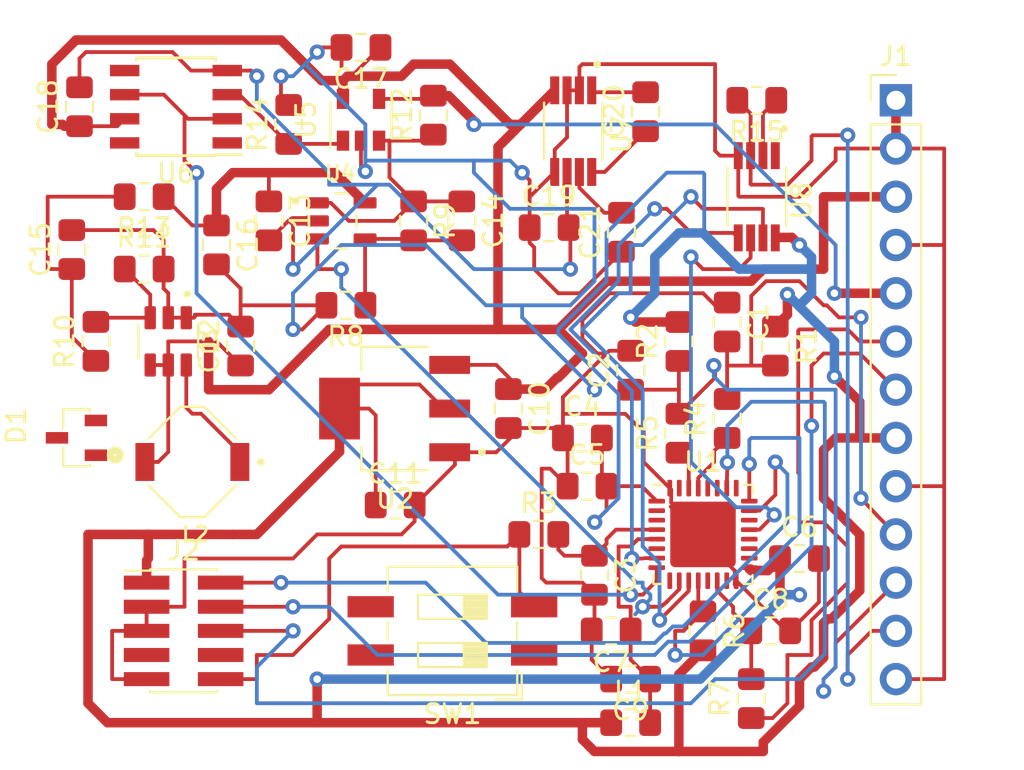
<source format=kicad_pcb>
(kicad_pcb (version 20171130) (host pcbnew "(5.0.2)-1")

  (general
    (thickness 1.6)
    (drawings 0)
    (tracks 678)
    (zones 0)
    (modules 50)
    (nets 56)
  )

  (page A4)
  (layers
    (0 F.Cu signal)
    (31 B.Cu signal)
    (32 B.Adhes user)
    (33 F.Adhes user)
    (34 B.Paste user)
    (35 F.Paste user)
    (36 B.SilkS user)
    (37 F.SilkS user)
    (38 B.Mask user)
    (39 F.Mask user)
    (40 Dwgs.User user)
    (41 Cmts.User user)
    (42 Eco1.User user)
    (43 Eco2.User user)
    (44 Edge.Cuts user)
    (45 Margin user)
    (46 B.CrtYd user)
    (47 F.CrtYd user)
    (48 B.Fab user)
    (49 F.Fab user)
  )

  (setup
    (last_trace_width 0.2)
    (trace_clearance 0.2)
    (zone_clearance 0.508)
    (zone_45_only no)
    (trace_min 0.2)
    (segment_width 0.2)
    (edge_width 0.15)
    (via_size 0.8)
    (via_drill 0.4)
    (via_min_size 0.4)
    (via_min_drill 0.3)
    (uvia_size 0.3)
    (uvia_drill 0.1)
    (uvias_allowed no)
    (uvia_min_size 0.2)
    (uvia_min_drill 0.1)
    (pcb_text_width 0.3)
    (pcb_text_size 1.5 1.5)
    (mod_edge_width 0.15)
    (mod_text_size 1 1)
    (mod_text_width 0.15)
    (pad_size 1.524 1.524)
    (pad_drill 0.762)
    (pad_to_mask_clearance 0.051)
    (solder_mask_min_width 0.25)
    (aux_axis_origin 0 0)
    (visible_elements 7FFFFFFF)
    (pcbplotparams
      (layerselection 0x010fc_ffffffff)
      (usegerberextensions false)
      (usegerberattributes false)
      (usegerberadvancedattributes false)
      (creategerberjobfile false)
      (excludeedgelayer true)
      (linewidth 0.100000)
      (plotframeref false)
      (viasonmask false)
      (mode 1)
      (useauxorigin false)
      (hpglpennumber 1)
      (hpglpenspeed 20)
      (hpglpendiameter 15.000000)
      (psnegative false)
      (psa4output false)
      (plotreference true)
      (plotvalue true)
      (plotinvisibletext false)
      (padsonsilk false)
      (subtractmaskfromsilk false)
      (outputformat 1)
      (mirror false)
      (drillshape 1)
      (scaleselection 1)
      (outputdirectory ""))
  )

  (net 0 "")
  (net 1 GND)
  (net 2 SCL)
  (net 3 SDA)
  (net 4 "Net-(C3-Pad1)")
  (net 5 +3V3)
  (net 6 "Net-(C7-Pad1)")
  (net 7 "Net-(C8-Pad1)")
  (net 8 +5V)
  (net 9 GNDboljse)
  (net 10 MAX32V)
  (net 11 "Net-(C14-Pad1)")
  (net 12 "Net-(C14-Pad2)")
  (net 13 "Net-(C15-Pad1)")
  (net 14 "Net-(C20-Pad2)")
  (net 15 "Net-(C20-Pad1)")
  (net 16 "Net-(C21-Pad2)")
  (net 17 "Net-(D1-Pad2)")
  (net 18 BIAS)
  (net 19 ANALOG_T)
  (net 20 DIGITAL_T)
  (net 21 NTC)
  (net 22 SWDIO)
  (net 23 SWDCLK)
  (net 24 SWO)
  (net 25 "Net-(J2-Pad7)")
  (net 26 "Net-(J2-Pad8)")
  (net 27 NRST)
  (net 28 "Net-(R4-Pad1)")
  (net 29 "Net-(R5-Pad1)")
  (net 30 "Net-(R10-Pad2)")
  (net 31 "Net-(R14-Pad1)")
  (net 32 "Net-(R15-Pad1)")
  (net 33 "Net-(U1-Pad2)")
  (net 34 "Net-(U1-Pad3)")
  (net 35 "Net-(U1-Pad6)")
  (net 36 NTC_CS)
  (net 37 TOK_BRANJE)
  (net 38 "Net-(U1-Pad9)")
  (net 39 DAC)
  (net 40 NTC_SCLK)
  (net 41 "Net-(U1-Pad13)")
  (net 42 "Net-(U1-Pad15)")
  (net 43 "Net-(U1-Pad18)")
  (net 44 "Net-(U1-Pad19)")
  (net 45 "Net-(U1-Pad20)")
  (net 46 NTC_SO)
  (net 47 "Net-(U1-Pad22)")
  (net 48 "Net-(U1-Pad25)")
  (net 49 "Net-(U1-Pad27)")
  (net 50 "Net-(U1-Pad28)")
  (net 51 "Net-(U1-Pad31)")
  (net 52 "Net-(U6-Pad1)")
  (net 53 "Net-(U6-Pad5)")
  (net 54 "Net-(U6-Pad8)")
  (net 55 "Net-(U8-Pad1)")

  (net_class Default "This is the default net class."
    (clearance 0.2)
    (trace_width 0.2)
    (via_dia 0.8)
    (via_drill 0.4)
    (uvia_dia 0.3)
    (uvia_drill 0.1)
    (add_net +3V3)
    (add_net +5V)
    (add_net ANALOG_T)
    (add_net BIAS)
    (add_net DAC)
    (add_net DIGITAL_T)
    (add_net GND)
    (add_net GNDboljse)
    (add_net MAX32V)
    (add_net NRST)
    (add_net NTC)
    (add_net NTC_CS)
    (add_net NTC_SCLK)
    (add_net NTC_SO)
    (add_net "Net-(C14-Pad1)")
    (add_net "Net-(C14-Pad2)")
    (add_net "Net-(C15-Pad1)")
    (add_net "Net-(C20-Pad1)")
    (add_net "Net-(C20-Pad2)")
    (add_net "Net-(C21-Pad2)")
    (add_net "Net-(C3-Pad1)")
    (add_net "Net-(C7-Pad1)")
    (add_net "Net-(C8-Pad1)")
    (add_net "Net-(D1-Pad2)")
    (add_net "Net-(J2-Pad7)")
    (add_net "Net-(J2-Pad8)")
    (add_net "Net-(R10-Pad2)")
    (add_net "Net-(R14-Pad1)")
    (add_net "Net-(R15-Pad1)")
    (add_net "Net-(R4-Pad1)")
    (add_net "Net-(R5-Pad1)")
    (add_net "Net-(U1-Pad13)")
    (add_net "Net-(U1-Pad15)")
    (add_net "Net-(U1-Pad18)")
    (add_net "Net-(U1-Pad19)")
    (add_net "Net-(U1-Pad2)")
    (add_net "Net-(U1-Pad20)")
    (add_net "Net-(U1-Pad22)")
    (add_net "Net-(U1-Pad25)")
    (add_net "Net-(U1-Pad27)")
    (add_net "Net-(U1-Pad28)")
    (add_net "Net-(U1-Pad3)")
    (add_net "Net-(U1-Pad31)")
    (add_net "Net-(U1-Pad6)")
    (add_net "Net-(U1-Pad9)")
    (add_net "Net-(U6-Pad1)")
    (add_net "Net-(U6-Pad5)")
    (add_net "Net-(U6-Pad8)")
    (add_net "Net-(U8-Pad1)")
    (add_net SCL)
    (add_net SDA)
    (add_net SWDCLK)
    (add_net SWDIO)
    (add_net SWO)
    (add_net TOK_BRANJE)
  )

  (module Connector_PinHeader_1.27mm:PinHeader_2x05_P1.27mm_Vertical_SMD (layer F.Cu) (tedit 59FED6E3) (tstamp 6211FF87)
    (at 151.72 149.86)
    (descr "surface-mounted straight pin header, 2x05, 1.27mm pitch, double rows")
    (tags "Surface mounted pin header SMD 2x05 1.27mm double row")
    (path /61F1BCD4)
    (attr smd)
    (fp_text reference J2 (at 0 -4.235) (layer F.SilkS)
      (effects (font (size 1 1) (thickness 0.15)))
    )
    (fp_text value Conn_ARM_JTAG_SWD_10 (at 0 4.235) (layer F.Fab)
      (effects (font (size 1 1) (thickness 0.15)))
    )
    (fp_line (start 1.705 3.175) (end -1.705 3.175) (layer F.Fab) (width 0.1))
    (fp_line (start -1.27 -3.175) (end 1.705 -3.175) (layer F.Fab) (width 0.1))
    (fp_line (start -1.705 3.175) (end -1.705 -2.74) (layer F.Fab) (width 0.1))
    (fp_line (start -1.705 -2.74) (end -1.27 -3.175) (layer F.Fab) (width 0.1))
    (fp_line (start 1.705 -3.175) (end 1.705 3.175) (layer F.Fab) (width 0.1))
    (fp_line (start -1.705 -2.74) (end -2.75 -2.74) (layer F.Fab) (width 0.1))
    (fp_line (start -2.75 -2.74) (end -2.75 -2.34) (layer F.Fab) (width 0.1))
    (fp_line (start -2.75 -2.34) (end -1.705 -2.34) (layer F.Fab) (width 0.1))
    (fp_line (start 1.705 -2.74) (end 2.75 -2.74) (layer F.Fab) (width 0.1))
    (fp_line (start 2.75 -2.74) (end 2.75 -2.34) (layer F.Fab) (width 0.1))
    (fp_line (start 2.75 -2.34) (end 1.705 -2.34) (layer F.Fab) (width 0.1))
    (fp_line (start -1.705 -1.47) (end -2.75 -1.47) (layer F.Fab) (width 0.1))
    (fp_line (start -2.75 -1.47) (end -2.75 -1.07) (layer F.Fab) (width 0.1))
    (fp_line (start -2.75 -1.07) (end -1.705 -1.07) (layer F.Fab) (width 0.1))
    (fp_line (start 1.705 -1.47) (end 2.75 -1.47) (layer F.Fab) (width 0.1))
    (fp_line (start 2.75 -1.47) (end 2.75 -1.07) (layer F.Fab) (width 0.1))
    (fp_line (start 2.75 -1.07) (end 1.705 -1.07) (layer F.Fab) (width 0.1))
    (fp_line (start -1.705 -0.2) (end -2.75 -0.2) (layer F.Fab) (width 0.1))
    (fp_line (start -2.75 -0.2) (end -2.75 0.2) (layer F.Fab) (width 0.1))
    (fp_line (start -2.75 0.2) (end -1.705 0.2) (layer F.Fab) (width 0.1))
    (fp_line (start 1.705 -0.2) (end 2.75 -0.2) (layer F.Fab) (width 0.1))
    (fp_line (start 2.75 -0.2) (end 2.75 0.2) (layer F.Fab) (width 0.1))
    (fp_line (start 2.75 0.2) (end 1.705 0.2) (layer F.Fab) (width 0.1))
    (fp_line (start -1.705 1.07) (end -2.75 1.07) (layer F.Fab) (width 0.1))
    (fp_line (start -2.75 1.07) (end -2.75 1.47) (layer F.Fab) (width 0.1))
    (fp_line (start -2.75 1.47) (end -1.705 1.47) (layer F.Fab) (width 0.1))
    (fp_line (start 1.705 1.07) (end 2.75 1.07) (layer F.Fab) (width 0.1))
    (fp_line (start 2.75 1.07) (end 2.75 1.47) (layer F.Fab) (width 0.1))
    (fp_line (start 2.75 1.47) (end 1.705 1.47) (layer F.Fab) (width 0.1))
    (fp_line (start -1.705 2.34) (end -2.75 2.34) (layer F.Fab) (width 0.1))
    (fp_line (start -2.75 2.34) (end -2.75 2.74) (layer F.Fab) (width 0.1))
    (fp_line (start -2.75 2.74) (end -1.705 2.74) (layer F.Fab) (width 0.1))
    (fp_line (start 1.705 2.34) (end 2.75 2.34) (layer F.Fab) (width 0.1))
    (fp_line (start 2.75 2.34) (end 2.75 2.74) (layer F.Fab) (width 0.1))
    (fp_line (start 2.75 2.74) (end 1.705 2.74) (layer F.Fab) (width 0.1))
    (fp_line (start -1.765 -3.235) (end 1.765 -3.235) (layer F.SilkS) (width 0.12))
    (fp_line (start -1.765 3.235) (end 1.765 3.235) (layer F.SilkS) (width 0.12))
    (fp_line (start -3.09 -3.17) (end -1.765 -3.17) (layer F.SilkS) (width 0.12))
    (fp_line (start -1.765 -3.235) (end -1.765 -3.17) (layer F.SilkS) (width 0.12))
    (fp_line (start 1.765 -3.235) (end 1.765 -3.17) (layer F.SilkS) (width 0.12))
    (fp_line (start -1.765 3.17) (end -1.765 3.235) (layer F.SilkS) (width 0.12))
    (fp_line (start 1.765 3.17) (end 1.765 3.235) (layer F.SilkS) (width 0.12))
    (fp_line (start -4.3 -3.7) (end -4.3 3.7) (layer F.CrtYd) (width 0.05))
    (fp_line (start -4.3 3.7) (end 4.3 3.7) (layer F.CrtYd) (width 0.05))
    (fp_line (start 4.3 3.7) (end 4.3 -3.7) (layer F.CrtYd) (width 0.05))
    (fp_line (start 4.3 -3.7) (end -4.3 -3.7) (layer F.CrtYd) (width 0.05))
    (fp_text user %R (at 0 0 90) (layer F.Fab)
      (effects (font (size 1 1) (thickness 0.15)))
    )
    (pad 1 smd rect (at -1.95 -2.54) (size 2.4 0.74) (layers F.Cu F.Paste F.Mask)
      (net 5 +3V3))
    (pad 2 smd rect (at 1.95 -2.54) (size 2.4 0.74) (layers F.Cu F.Paste F.Mask)
      (net 22 SWDIO))
    (pad 3 smd rect (at -1.95 -1.27) (size 2.4 0.74) (layers F.Cu F.Paste F.Mask)
      (net 1 GND))
    (pad 4 smd rect (at 1.95 -1.27) (size 2.4 0.74) (layers F.Cu F.Paste F.Mask)
      (net 23 SWDCLK))
    (pad 5 smd rect (at -1.95 0) (size 2.4 0.74) (layers F.Cu F.Paste F.Mask)
      (net 1 GND))
    (pad 6 smd rect (at 1.95 0) (size 2.4 0.74) (layers F.Cu F.Paste F.Mask)
      (net 24 SWO))
    (pad 7 smd rect (at -1.95 1.27) (size 2.4 0.74) (layers F.Cu F.Paste F.Mask)
      (net 25 "Net-(J2-Pad7)"))
    (pad 8 smd rect (at 1.95 1.27) (size 2.4 0.74) (layers F.Cu F.Paste F.Mask)
      (net 26 "Net-(J2-Pad8)"))
    (pad 9 smd rect (at -1.95 2.54) (size 2.4 0.74) (layers F.Cu F.Paste F.Mask)
      (net 1 GND))
    (pad 10 smd rect (at 1.95 2.54) (size 2.4 0.74) (layers F.Cu F.Paste F.Mask)
      (net 27 NRST))
    (model ${KISYS3DMOD}/Connector_PinHeader_1.27mm.3dshapes/PinHeader_2x05_P1.27mm_Vertical_SMD.wrl
      (at (xyz 0 0 0))
      (scale (xyz 1 1 1))
      (rotate (xyz 0 0 0))
    )
  )

  (module Capacitor_SMD:C_0805_2012Metric_Pad1.15x1.40mm_HandSolder (layer F.Cu) (tedit 5B36C52B) (tstamp 6211FDB7)
    (at 180.34 133.595 270)
    (descr "Capacitor SMD 0805 (2012 Metric), square (rectangular) end terminal, IPC_7351 nominal with elongated pad for handsoldering. (Body size source: https://docs.google.com/spreadsheets/d/1BsfQQcO9C6DZCsRaXUlFlo91Tg2WpOkGARC1WS5S8t0/edit?usp=sharing), generated with kicad-footprint-generator")
    (tags "capacitor handsolder")
    (path /61E803D7/61E80AF9)
    (attr smd)
    (fp_text reference C1 (at 0 -1.65 270) (layer F.SilkS)
      (effects (font (size 1 1) (thickness 0.15)))
    )
    (fp_text value C (at 0 1.65 270) (layer F.Fab)
      (effects (font (size 1 1) (thickness 0.15)))
    )
    (fp_line (start -1 0.6) (end -1 -0.6) (layer F.Fab) (width 0.1))
    (fp_line (start -1 -0.6) (end 1 -0.6) (layer F.Fab) (width 0.1))
    (fp_line (start 1 -0.6) (end 1 0.6) (layer F.Fab) (width 0.1))
    (fp_line (start 1 0.6) (end -1 0.6) (layer F.Fab) (width 0.1))
    (fp_line (start -0.261252 -0.71) (end 0.261252 -0.71) (layer F.SilkS) (width 0.12))
    (fp_line (start -0.261252 0.71) (end 0.261252 0.71) (layer F.SilkS) (width 0.12))
    (fp_line (start -1.85 0.95) (end -1.85 -0.95) (layer F.CrtYd) (width 0.05))
    (fp_line (start -1.85 -0.95) (end 1.85 -0.95) (layer F.CrtYd) (width 0.05))
    (fp_line (start 1.85 -0.95) (end 1.85 0.95) (layer F.CrtYd) (width 0.05))
    (fp_line (start 1.85 0.95) (end -1.85 0.95) (layer F.CrtYd) (width 0.05))
    (fp_text user %R (at 0 0 270) (layer F.Fab)
      (effects (font (size 0.5 0.5) (thickness 0.08)))
    )
    (pad 1 smd roundrect (at -1.025 0 270) (size 1.15 1.4) (layers F.Cu F.Paste F.Mask) (roundrect_rratio 0.217391)
      (net 1 GND))
    (pad 2 smd roundrect (at 1.025 0 270) (size 1.15 1.4) (layers F.Cu F.Paste F.Mask) (roundrect_rratio 0.217391)
      (net 2 SCL))
    (model ${KISYS3DMOD}/Capacitor_SMD.3dshapes/C_0805_2012Metric.wrl
      (at (xyz 0 0 0))
      (scale (xyz 1 1 1))
      (rotate (xyz 0 0 0))
    )
  )

  (module Capacitor_SMD:C_0805_2012Metric_Pad1.15x1.40mm_HandSolder (layer F.Cu) (tedit 5B36C52B) (tstamp 6211FDC8)
    (at 175.26 136.135 90)
    (descr "Capacitor SMD 0805 (2012 Metric), square (rectangular) end terminal, IPC_7351 nominal with elongated pad for handsoldering. (Body size source: https://docs.google.com/spreadsheets/d/1BsfQQcO9C6DZCsRaXUlFlo91Tg2WpOkGARC1WS5S8t0/edit?usp=sharing), generated with kicad-footprint-generator")
    (tags "capacitor handsolder")
    (path /61E803D7/61E80B5F)
    (attr smd)
    (fp_text reference C2 (at 0 -1.65 90) (layer F.SilkS)
      (effects (font (size 1 1) (thickness 0.15)))
    )
    (fp_text value C (at 0 1.65 90) (layer F.Fab)
      (effects (font (size 1 1) (thickness 0.15)))
    )
    (fp_text user %R (at 0 0 90) (layer F.Fab)
      (effects (font (size 0.5 0.5) (thickness 0.08)))
    )
    (fp_line (start 1.85 0.95) (end -1.85 0.95) (layer F.CrtYd) (width 0.05))
    (fp_line (start 1.85 -0.95) (end 1.85 0.95) (layer F.CrtYd) (width 0.05))
    (fp_line (start -1.85 -0.95) (end 1.85 -0.95) (layer F.CrtYd) (width 0.05))
    (fp_line (start -1.85 0.95) (end -1.85 -0.95) (layer F.CrtYd) (width 0.05))
    (fp_line (start -0.261252 0.71) (end 0.261252 0.71) (layer F.SilkS) (width 0.12))
    (fp_line (start -0.261252 -0.71) (end 0.261252 -0.71) (layer F.SilkS) (width 0.12))
    (fp_line (start 1 0.6) (end -1 0.6) (layer F.Fab) (width 0.1))
    (fp_line (start 1 -0.6) (end 1 0.6) (layer F.Fab) (width 0.1))
    (fp_line (start -1 -0.6) (end 1 -0.6) (layer F.Fab) (width 0.1))
    (fp_line (start -1 0.6) (end -1 -0.6) (layer F.Fab) (width 0.1))
    (pad 2 smd roundrect (at 1.025 0 90) (size 1.15 1.4) (layers F.Cu F.Paste F.Mask) (roundrect_rratio 0.217391)
      (net 1 GND))
    (pad 1 smd roundrect (at -1.025 0 90) (size 1.15 1.4) (layers F.Cu F.Paste F.Mask) (roundrect_rratio 0.217391)
      (net 3 SDA))
    (model ${KISYS3DMOD}/Capacitor_SMD.3dshapes/C_0805_2012Metric.wrl
      (at (xyz 0 0 0))
      (scale (xyz 1 1 1))
      (rotate (xyz 0 0 0))
    )
  )

  (module Capacitor_SMD:C_0805_2012Metric_Pad1.15x1.40mm_HandSolder (layer F.Cu) (tedit 5B36C52B) (tstamp 6211FDD9)
    (at 173.355 146.93 270)
    (descr "Capacitor SMD 0805 (2012 Metric), square (rectangular) end terminal, IPC_7351 nominal with elongated pad for handsoldering. (Body size source: https://docs.google.com/spreadsheets/d/1BsfQQcO9C6DZCsRaXUlFlo91Tg2WpOkGARC1WS5S8t0/edit?usp=sharing), generated with kicad-footprint-generator")
    (tags "capacitor handsolder")
    (path /61E803D7/61E82FAA)
    (attr smd)
    (fp_text reference C3 (at 0 -1.65 270) (layer F.SilkS)
      (effects (font (size 1 1) (thickness 0.15)))
    )
    (fp_text value C (at 0 1.65 270) (layer F.Fab)
      (effects (font (size 1 1) (thickness 0.15)))
    )
    (fp_text user %R (at 0 0 270) (layer F.Fab)
      (effects (font (size 0.5 0.5) (thickness 0.08)))
    )
    (fp_line (start 1.85 0.95) (end -1.85 0.95) (layer F.CrtYd) (width 0.05))
    (fp_line (start 1.85 -0.95) (end 1.85 0.95) (layer F.CrtYd) (width 0.05))
    (fp_line (start -1.85 -0.95) (end 1.85 -0.95) (layer F.CrtYd) (width 0.05))
    (fp_line (start -1.85 0.95) (end -1.85 -0.95) (layer F.CrtYd) (width 0.05))
    (fp_line (start -0.261252 0.71) (end 0.261252 0.71) (layer F.SilkS) (width 0.12))
    (fp_line (start -0.261252 -0.71) (end 0.261252 -0.71) (layer F.SilkS) (width 0.12))
    (fp_line (start 1 0.6) (end -1 0.6) (layer F.Fab) (width 0.1))
    (fp_line (start 1 -0.6) (end 1 0.6) (layer F.Fab) (width 0.1))
    (fp_line (start -1 -0.6) (end 1 -0.6) (layer F.Fab) (width 0.1))
    (fp_line (start -1 0.6) (end -1 -0.6) (layer F.Fab) (width 0.1))
    (pad 2 smd roundrect (at 1.025 0 270) (size 1.15 1.4) (layers F.Cu F.Paste F.Mask) (roundrect_rratio 0.217391)
      (net 1 GND))
    (pad 1 smd roundrect (at -1.025 0 270) (size 1.15 1.4) (layers F.Cu F.Paste F.Mask) (roundrect_rratio 0.217391)
      (net 4 "Net-(C3-Pad1)"))
    (model ${KISYS3DMOD}/Capacitor_SMD.3dshapes/C_0805_2012Metric.wrl
      (at (xyz 0 0 0))
      (scale (xyz 1 1 1))
      (rotate (xyz 0 0 0))
    )
  )

  (module Capacitor_SMD:C_0805_2012Metric_Pad1.15x1.40mm_HandSolder (layer F.Cu) (tedit 5B36C52B) (tstamp 6211FDEA)
    (at 172.72 139.7)
    (descr "Capacitor SMD 0805 (2012 Metric), square (rectangular) end terminal, IPC_7351 nominal with elongated pad for handsoldering. (Body size source: https://docs.google.com/spreadsheets/d/1BsfQQcO9C6DZCsRaXUlFlo91Tg2WpOkGARC1WS5S8t0/edit?usp=sharing), generated with kicad-footprint-generator")
    (tags "capacitor handsolder")
    (path /61E803D7/61E867FF)
    (attr smd)
    (fp_text reference C4 (at 0 -1.65) (layer F.SilkS)
      (effects (font (size 1 1) (thickness 0.15)))
    )
    (fp_text value C (at 0 1.65) (layer F.Fab)
      (effects (font (size 1 1) (thickness 0.15)))
    )
    (fp_line (start -1 0.6) (end -1 -0.6) (layer F.Fab) (width 0.1))
    (fp_line (start -1 -0.6) (end 1 -0.6) (layer F.Fab) (width 0.1))
    (fp_line (start 1 -0.6) (end 1 0.6) (layer F.Fab) (width 0.1))
    (fp_line (start 1 0.6) (end -1 0.6) (layer F.Fab) (width 0.1))
    (fp_line (start -0.261252 -0.71) (end 0.261252 -0.71) (layer F.SilkS) (width 0.12))
    (fp_line (start -0.261252 0.71) (end 0.261252 0.71) (layer F.SilkS) (width 0.12))
    (fp_line (start -1.85 0.95) (end -1.85 -0.95) (layer F.CrtYd) (width 0.05))
    (fp_line (start -1.85 -0.95) (end 1.85 -0.95) (layer F.CrtYd) (width 0.05))
    (fp_line (start 1.85 -0.95) (end 1.85 0.95) (layer F.CrtYd) (width 0.05))
    (fp_line (start 1.85 0.95) (end -1.85 0.95) (layer F.CrtYd) (width 0.05))
    (fp_text user %R (at 0 0) (layer F.Fab)
      (effects (font (size 0.5 0.5) (thickness 0.08)))
    )
    (pad 1 smd roundrect (at -1.025 0) (size 1.15 1.4) (layers F.Cu F.Paste F.Mask) (roundrect_rratio 0.217391)
      (net 1 GND))
    (pad 2 smd roundrect (at 1.025 0) (size 1.15 1.4) (layers F.Cu F.Paste F.Mask) (roundrect_rratio 0.217391)
      (net 5 +3V3))
    (model ${KISYS3DMOD}/Capacitor_SMD.3dshapes/C_0805_2012Metric.wrl
      (at (xyz 0 0 0))
      (scale (xyz 1 1 1))
      (rotate (xyz 0 0 0))
    )
  )

  (module Capacitor_SMD:C_0805_2012Metric_Pad1.15x1.40mm_HandSolder (layer F.Cu) (tedit 5B36C52B) (tstamp 6211FDFB)
    (at 172.965 142.24)
    (descr "Capacitor SMD 0805 (2012 Metric), square (rectangular) end terminal, IPC_7351 nominal with elongated pad for handsoldering. (Body size source: https://docs.google.com/spreadsheets/d/1BsfQQcO9C6DZCsRaXUlFlo91Tg2WpOkGARC1WS5S8t0/edit?usp=sharing), generated with kicad-footprint-generator")
    (tags "capacitor handsolder")
    (path /61E803D7/61E845BB)
    (attr smd)
    (fp_text reference C5 (at 0 -1.65) (layer F.SilkS)
      (effects (font (size 1 1) (thickness 0.15)))
    )
    (fp_text value C (at 0 1.65) (layer F.Fab)
      (effects (font (size 1 1) (thickness 0.15)))
    )
    (fp_line (start -1 0.6) (end -1 -0.6) (layer F.Fab) (width 0.1))
    (fp_line (start -1 -0.6) (end 1 -0.6) (layer F.Fab) (width 0.1))
    (fp_line (start 1 -0.6) (end 1 0.6) (layer F.Fab) (width 0.1))
    (fp_line (start 1 0.6) (end -1 0.6) (layer F.Fab) (width 0.1))
    (fp_line (start -0.261252 -0.71) (end 0.261252 -0.71) (layer F.SilkS) (width 0.12))
    (fp_line (start -0.261252 0.71) (end 0.261252 0.71) (layer F.SilkS) (width 0.12))
    (fp_line (start -1.85 0.95) (end -1.85 -0.95) (layer F.CrtYd) (width 0.05))
    (fp_line (start -1.85 -0.95) (end 1.85 -0.95) (layer F.CrtYd) (width 0.05))
    (fp_line (start 1.85 -0.95) (end 1.85 0.95) (layer F.CrtYd) (width 0.05))
    (fp_line (start 1.85 0.95) (end -1.85 0.95) (layer F.CrtYd) (width 0.05))
    (fp_text user %R (at 0 0) (layer F.Fab)
      (effects (font (size 0.5 0.5) (thickness 0.08)))
    )
    (pad 1 smd roundrect (at -1.025 0) (size 1.15 1.4) (layers F.Cu F.Paste F.Mask) (roundrect_rratio 0.217391)
      (net 1 GND))
    (pad 2 smd roundrect (at 1.025 0) (size 1.15 1.4) (layers F.Cu F.Paste F.Mask) (roundrect_rratio 0.217391)
      (net 5 +3V3))
    (model ${KISYS3DMOD}/Capacitor_SMD.3dshapes/C_0805_2012Metric.wrl
      (at (xyz 0 0 0))
      (scale (xyz 1 1 1))
      (rotate (xyz 0 0 0))
    )
  )

  (module Capacitor_SMD:C_0805_2012Metric_Pad1.15x1.40mm_HandSolder (layer F.Cu) (tedit 5B36C52B) (tstamp 6211FE0C)
    (at 184.15 146.05)
    (descr "Capacitor SMD 0805 (2012 Metric), square (rectangular) end terminal, IPC_7351 nominal with elongated pad for handsoldering. (Body size source: https://docs.google.com/spreadsheets/d/1BsfQQcO9C6DZCsRaXUlFlo91Tg2WpOkGARC1WS5S8t0/edit?usp=sharing), generated with kicad-footprint-generator")
    (tags "capacitor handsolder")
    (path /61E803D7/61E848EB)
    (attr smd)
    (fp_text reference C6 (at 0 -1.65) (layer F.SilkS)
      (effects (font (size 1 1) (thickness 0.15)))
    )
    (fp_text value C (at 0 1.65) (layer F.Fab)
      (effects (font (size 1 1) (thickness 0.15)))
    )
    (fp_text user %R (at 0 0) (layer F.Fab)
      (effects (font (size 0.5 0.5) (thickness 0.08)))
    )
    (fp_line (start 1.85 0.95) (end -1.85 0.95) (layer F.CrtYd) (width 0.05))
    (fp_line (start 1.85 -0.95) (end 1.85 0.95) (layer F.CrtYd) (width 0.05))
    (fp_line (start -1.85 -0.95) (end 1.85 -0.95) (layer F.CrtYd) (width 0.05))
    (fp_line (start -1.85 0.95) (end -1.85 -0.95) (layer F.CrtYd) (width 0.05))
    (fp_line (start -0.261252 0.71) (end 0.261252 0.71) (layer F.SilkS) (width 0.12))
    (fp_line (start -0.261252 -0.71) (end 0.261252 -0.71) (layer F.SilkS) (width 0.12))
    (fp_line (start 1 0.6) (end -1 0.6) (layer F.Fab) (width 0.1))
    (fp_line (start 1 -0.6) (end 1 0.6) (layer F.Fab) (width 0.1))
    (fp_line (start -1 -0.6) (end 1 -0.6) (layer F.Fab) (width 0.1))
    (fp_line (start -1 0.6) (end -1 -0.6) (layer F.Fab) (width 0.1))
    (pad 2 smd roundrect (at 1.025 0) (size 1.15 1.4) (layers F.Cu F.Paste F.Mask) (roundrect_rratio 0.217391)
      (net 1 GND))
    (pad 1 smd roundrect (at -1.025 0) (size 1.15 1.4) (layers F.Cu F.Paste F.Mask) (roundrect_rratio 0.217391)
      (net 5 +3V3))
    (model ${KISYS3DMOD}/Capacitor_SMD.3dshapes/C_0805_2012Metric.wrl
      (at (xyz 0 0 0))
      (scale (xyz 1 1 1))
      (rotate (xyz 0 0 0))
    )
  )

  (module Capacitor_SMD:C_0805_2012Metric_Pad1.15x1.40mm_HandSolder (layer F.Cu) (tedit 5B36C52B) (tstamp 6211FE1D)
    (at 174.235 149.86 180)
    (descr "Capacitor SMD 0805 (2012 Metric), square (rectangular) end terminal, IPC_7351 nominal with elongated pad for handsoldering. (Body size source: https://docs.google.com/spreadsheets/d/1BsfQQcO9C6DZCsRaXUlFlo91Tg2WpOkGARC1WS5S8t0/edit?usp=sharing), generated with kicad-footprint-generator")
    (tags "capacitor handsolder")
    (path /61E803D7/61E84F94)
    (attr smd)
    (fp_text reference C7 (at 0 -1.65 180) (layer F.SilkS)
      (effects (font (size 1 1) (thickness 0.15)))
    )
    (fp_text value C (at 0 1.65 180) (layer F.Fab)
      (effects (font (size 1 1) (thickness 0.15)))
    )
    (fp_line (start -1 0.6) (end -1 -0.6) (layer F.Fab) (width 0.1))
    (fp_line (start -1 -0.6) (end 1 -0.6) (layer F.Fab) (width 0.1))
    (fp_line (start 1 -0.6) (end 1 0.6) (layer F.Fab) (width 0.1))
    (fp_line (start 1 0.6) (end -1 0.6) (layer F.Fab) (width 0.1))
    (fp_line (start -0.261252 -0.71) (end 0.261252 -0.71) (layer F.SilkS) (width 0.12))
    (fp_line (start -0.261252 0.71) (end 0.261252 0.71) (layer F.SilkS) (width 0.12))
    (fp_line (start -1.85 0.95) (end -1.85 -0.95) (layer F.CrtYd) (width 0.05))
    (fp_line (start -1.85 -0.95) (end 1.85 -0.95) (layer F.CrtYd) (width 0.05))
    (fp_line (start 1.85 -0.95) (end 1.85 0.95) (layer F.CrtYd) (width 0.05))
    (fp_line (start 1.85 0.95) (end -1.85 0.95) (layer F.CrtYd) (width 0.05))
    (fp_text user %R (at 0 0 180) (layer F.Fab)
      (effects (font (size 0.5 0.5) (thickness 0.08)))
    )
    (pad 1 smd roundrect (at -1.025 0 180) (size 1.15 1.4) (layers F.Cu F.Paste F.Mask) (roundrect_rratio 0.217391)
      (net 6 "Net-(C7-Pad1)"))
    (pad 2 smd roundrect (at 1.025 0 180) (size 1.15 1.4) (layers F.Cu F.Paste F.Mask) (roundrect_rratio 0.217391)
      (net 1 GND))
    (model ${KISYS3DMOD}/Capacitor_SMD.3dshapes/C_0805_2012Metric.wrl
      (at (xyz 0 0 0))
      (scale (xyz 1 1 1))
      (rotate (xyz 0 0 0))
    )
  )

  (module Capacitor_SMD:C_0805_2012Metric_Pad1.15x1.40mm_HandSolder (layer F.Cu) (tedit 5B36C52B) (tstamp 6211FE2E)
    (at 182.635 149.86)
    (descr "Capacitor SMD 0805 (2012 Metric), square (rectangular) end terminal, IPC_7351 nominal with elongated pad for handsoldering. (Body size source: https://docs.google.com/spreadsheets/d/1BsfQQcO9C6DZCsRaXUlFlo91Tg2WpOkGARC1WS5S8t0/edit?usp=sharing), generated with kicad-footprint-generator")
    (tags "capacitor handsolder")
    (path /61E803D7/61E9AEC5)
    (attr smd)
    (fp_text reference C8 (at 0 -1.65) (layer F.SilkS)
      (effects (font (size 1 1) (thickness 0.15)))
    )
    (fp_text value C (at 0 1.65) (layer F.Fab)
      (effects (font (size 1 1) (thickness 0.15)))
    )
    (fp_text user %R (at 0 0) (layer F.Fab)
      (effects (font (size 0.5 0.5) (thickness 0.08)))
    )
    (fp_line (start 1.85 0.95) (end -1.85 0.95) (layer F.CrtYd) (width 0.05))
    (fp_line (start 1.85 -0.95) (end 1.85 0.95) (layer F.CrtYd) (width 0.05))
    (fp_line (start -1.85 -0.95) (end 1.85 -0.95) (layer F.CrtYd) (width 0.05))
    (fp_line (start -1.85 0.95) (end -1.85 -0.95) (layer F.CrtYd) (width 0.05))
    (fp_line (start -0.261252 0.71) (end 0.261252 0.71) (layer F.SilkS) (width 0.12))
    (fp_line (start -0.261252 -0.71) (end 0.261252 -0.71) (layer F.SilkS) (width 0.12))
    (fp_line (start 1 0.6) (end -1 0.6) (layer F.Fab) (width 0.1))
    (fp_line (start 1 -0.6) (end 1 0.6) (layer F.Fab) (width 0.1))
    (fp_line (start -1 -0.6) (end 1 -0.6) (layer F.Fab) (width 0.1))
    (fp_line (start -1 0.6) (end -1 -0.6) (layer F.Fab) (width 0.1))
    (pad 2 smd roundrect (at 1.025 0) (size 1.15 1.4) (layers F.Cu F.Paste F.Mask) (roundrect_rratio 0.217391)
      (net 1 GND))
    (pad 1 smd roundrect (at -1.025 0) (size 1.15 1.4) (layers F.Cu F.Paste F.Mask) (roundrect_rratio 0.217391)
      (net 7 "Net-(C8-Pad1)"))
    (model ${KISYS3DMOD}/Capacitor_SMD.3dshapes/C_0805_2012Metric.wrl
      (at (xyz 0 0 0))
      (scale (xyz 1 1 1))
      (rotate (xyz 0 0 0))
    )
  )

  (module Capacitor_SMD:C_0805_2012Metric_Pad1.15x1.40mm_HandSolder (layer F.Cu) (tedit 5B36C52B) (tstamp 6211FE3F)
    (at 175.26 152.4 180)
    (descr "Capacitor SMD 0805 (2012 Metric), square (rectangular) end terminal, IPC_7351 nominal with elongated pad for handsoldering. (Body size source: https://docs.google.com/spreadsheets/d/1BsfQQcO9C6DZCsRaXUlFlo91Tg2WpOkGARC1WS5S8t0/edit?usp=sharing), generated with kicad-footprint-generator")
    (tags "capacitor handsolder")
    (path /61E803D7/61E89D27)
    (attr smd)
    (fp_text reference C9 (at 0 -1.65 180) (layer F.SilkS)
      (effects (font (size 1 1) (thickness 0.15)))
    )
    (fp_text value C (at 0 1.65 180) (layer F.Fab)
      (effects (font (size 1 1) (thickness 0.15)))
    )
    (fp_line (start -1 0.6) (end -1 -0.6) (layer F.Fab) (width 0.1))
    (fp_line (start -1 -0.6) (end 1 -0.6) (layer F.Fab) (width 0.1))
    (fp_line (start 1 -0.6) (end 1 0.6) (layer F.Fab) (width 0.1))
    (fp_line (start 1 0.6) (end -1 0.6) (layer F.Fab) (width 0.1))
    (fp_line (start -0.261252 -0.71) (end 0.261252 -0.71) (layer F.SilkS) (width 0.12))
    (fp_line (start -0.261252 0.71) (end 0.261252 0.71) (layer F.SilkS) (width 0.12))
    (fp_line (start -1.85 0.95) (end -1.85 -0.95) (layer F.CrtYd) (width 0.05))
    (fp_line (start -1.85 -0.95) (end 1.85 -0.95) (layer F.CrtYd) (width 0.05))
    (fp_line (start 1.85 -0.95) (end 1.85 0.95) (layer F.CrtYd) (width 0.05))
    (fp_line (start 1.85 0.95) (end -1.85 0.95) (layer F.CrtYd) (width 0.05))
    (fp_text user %R (at 0 0 180) (layer F.Fab)
      (effects (font (size 0.5 0.5) (thickness 0.08)))
    )
    (pad 1 smd roundrect (at -1.025 0 180) (size 1.15 1.4) (layers F.Cu F.Paste F.Mask) (roundrect_rratio 0.217391)
      (net 6 "Net-(C7-Pad1)"))
    (pad 2 smd roundrect (at 1.025 0 180) (size 1.15 1.4) (layers F.Cu F.Paste F.Mask) (roundrect_rratio 0.217391)
      (net 1 GND))
    (model ${KISYS3DMOD}/Capacitor_SMD.3dshapes/C_0805_2012Metric.wrl
      (at (xyz 0 0 0))
      (scale (xyz 1 1 1))
      (rotate (xyz 0 0 0))
    )
  )

  (module Capacitor_SMD:C_0805_2012Metric_Pad1.15x1.40mm_HandSolder (layer F.Cu) (tedit 5B36C52B) (tstamp 6211FE50)
    (at 168.820071 138.153337 270)
    (descr "Capacitor SMD 0805 (2012 Metric), square (rectangular) end terminal, IPC_7351 nominal with elongated pad for handsoldering. (Body size source: https://docs.google.com/spreadsheets/d/1BsfQQcO9C6DZCsRaXUlFlo91Tg2WpOkGARC1WS5S8t0/edit?usp=sharing), generated with kicad-footprint-generator")
    (tags "capacitor handsolder")
    (path /61E803D7/61E8DE93)
    (attr smd)
    (fp_text reference C10 (at 0 -1.65 270) (layer F.SilkS)
      (effects (font (size 1 1) (thickness 0.15)))
    )
    (fp_text value C (at 0 1.65 270) (layer F.Fab)
      (effects (font (size 1 1) (thickness 0.15)))
    )
    (fp_line (start -1 0.6) (end -1 -0.6) (layer F.Fab) (width 0.1))
    (fp_line (start -1 -0.6) (end 1 -0.6) (layer F.Fab) (width 0.1))
    (fp_line (start 1 -0.6) (end 1 0.6) (layer F.Fab) (width 0.1))
    (fp_line (start 1 0.6) (end -1 0.6) (layer F.Fab) (width 0.1))
    (fp_line (start -0.261252 -0.71) (end 0.261252 -0.71) (layer F.SilkS) (width 0.12))
    (fp_line (start -0.261252 0.71) (end 0.261252 0.71) (layer F.SilkS) (width 0.12))
    (fp_line (start -1.85 0.95) (end -1.85 -0.95) (layer F.CrtYd) (width 0.05))
    (fp_line (start -1.85 -0.95) (end 1.85 -0.95) (layer F.CrtYd) (width 0.05))
    (fp_line (start 1.85 -0.95) (end 1.85 0.95) (layer F.CrtYd) (width 0.05))
    (fp_line (start 1.85 0.95) (end -1.85 0.95) (layer F.CrtYd) (width 0.05))
    (fp_text user %R (at 0 0 270) (layer F.Fab)
      (effects (font (size 0.5 0.5) (thickness 0.08)))
    )
    (pad 1 smd roundrect (at -1.025 0 270) (size 1.15 1.4) (layers F.Cu F.Paste F.Mask) (roundrect_rratio 0.217391)
      (net 8 +5V))
    (pad 2 smd roundrect (at 1.025 0 270) (size 1.15 1.4) (layers F.Cu F.Paste F.Mask) (roundrect_rratio 0.217391)
      (net 1 GND))
    (model ${KISYS3DMOD}/Capacitor_SMD.3dshapes/C_0805_2012Metric.wrl
      (at (xyz 0 0 0))
      (scale (xyz 1 1 1))
      (rotate (xyz 0 0 0))
    )
  )

  (module Capacitor_SMD:C_0805_2012Metric_Pad1.15x1.40mm_HandSolder (layer F.Cu) (tedit 5B36C52B) (tstamp 6211FE61)
    (at 162.860071 143.233337)
    (descr "Capacitor SMD 0805 (2012 Metric), square (rectangular) end terminal, IPC_7351 nominal with elongated pad for handsoldering. (Body size source: https://docs.google.com/spreadsheets/d/1BsfQQcO9C6DZCsRaXUlFlo91Tg2WpOkGARC1WS5S8t0/edit?usp=sharing), generated with kicad-footprint-generator")
    (tags "capacitor handsolder")
    (path /61E803D7/61E8FC77)
    (attr smd)
    (fp_text reference C11 (at 0 -1.65) (layer F.SilkS)
      (effects (font (size 1 1) (thickness 0.15)))
    )
    (fp_text value C (at 0 1.65) (layer F.Fab)
      (effects (font (size 1 1) (thickness 0.15)))
    )
    (fp_text user %R (at 0 0) (layer F.Fab)
      (effects (font (size 0.5 0.5) (thickness 0.08)))
    )
    (fp_line (start 1.85 0.95) (end -1.85 0.95) (layer F.CrtYd) (width 0.05))
    (fp_line (start 1.85 -0.95) (end 1.85 0.95) (layer F.CrtYd) (width 0.05))
    (fp_line (start -1.85 -0.95) (end 1.85 -0.95) (layer F.CrtYd) (width 0.05))
    (fp_line (start -1.85 0.95) (end -1.85 -0.95) (layer F.CrtYd) (width 0.05))
    (fp_line (start -0.261252 0.71) (end 0.261252 0.71) (layer F.SilkS) (width 0.12))
    (fp_line (start -0.261252 -0.71) (end 0.261252 -0.71) (layer F.SilkS) (width 0.12))
    (fp_line (start 1 0.6) (end -1 0.6) (layer F.Fab) (width 0.1))
    (fp_line (start 1 -0.6) (end 1 0.6) (layer F.Fab) (width 0.1))
    (fp_line (start -1 -0.6) (end 1 -0.6) (layer F.Fab) (width 0.1))
    (fp_line (start -1 0.6) (end -1 -0.6) (layer F.Fab) (width 0.1))
    (pad 2 smd roundrect (at 1.025 0) (size 1.15 1.4) (layers F.Cu F.Paste F.Mask) (roundrect_rratio 0.217391)
      (net 1 GND))
    (pad 1 smd roundrect (at -1.025 0) (size 1.15 1.4) (layers F.Cu F.Paste F.Mask) (roundrect_rratio 0.217391)
      (net 5 +3V3))
    (model ${KISYS3DMOD}/Capacitor_SMD.3dshapes/C_0805_2012Metric.wrl
      (at (xyz 0 0 0))
      (scale (xyz 1 1 1))
      (rotate (xyz 0 0 0))
    )
  )

  (module Capacitor_SMD:C_0805_2012Metric_Pad1.15x1.40mm_HandSolder (layer F.Cu) (tedit 5B36C52B) (tstamp 6211FE72)
    (at 154.720028 134.860217 90)
    (descr "Capacitor SMD 0805 (2012 Metric), square (rectangular) end terminal, IPC_7351 nominal with elongated pad for handsoldering. (Body size source: https://docs.google.com/spreadsheets/d/1BsfQQcO9C6DZCsRaXUlFlo91Tg2WpOkGARC1WS5S8t0/edit?usp=sharing), generated with kicad-footprint-generator")
    (tags "capacitor handsolder")
    (path /61F20E3B/61F21966)
    (attr smd)
    (fp_text reference C12 (at 0 -1.65 90) (layer F.SilkS)
      (effects (font (size 1 1) (thickness 0.15)))
    )
    (fp_text value C (at 0 1.65 90) (layer F.Fab)
      (effects (font (size 1 1) (thickness 0.15)))
    )
    (fp_text user %R (at 0 0 90) (layer F.Fab)
      (effects (font (size 0.5 0.5) (thickness 0.08)))
    )
    (fp_line (start 1.85 0.95) (end -1.85 0.95) (layer F.CrtYd) (width 0.05))
    (fp_line (start 1.85 -0.95) (end 1.85 0.95) (layer F.CrtYd) (width 0.05))
    (fp_line (start -1.85 -0.95) (end 1.85 -0.95) (layer F.CrtYd) (width 0.05))
    (fp_line (start -1.85 0.95) (end -1.85 -0.95) (layer F.CrtYd) (width 0.05))
    (fp_line (start -0.261252 0.71) (end 0.261252 0.71) (layer F.SilkS) (width 0.12))
    (fp_line (start -0.261252 -0.71) (end 0.261252 -0.71) (layer F.SilkS) (width 0.12))
    (fp_line (start 1 0.6) (end -1 0.6) (layer F.Fab) (width 0.1))
    (fp_line (start 1 -0.6) (end 1 0.6) (layer F.Fab) (width 0.1))
    (fp_line (start -1 -0.6) (end 1 -0.6) (layer F.Fab) (width 0.1))
    (fp_line (start -1 0.6) (end -1 -0.6) (layer F.Fab) (width 0.1))
    (pad 2 smd roundrect (at 1.025 0 90) (size 1.15 1.4) (layers F.Cu F.Paste F.Mask) (roundrect_rratio 0.217391)
      (net 1 GND))
    (pad 1 smd roundrect (at -1.025 0 90) (size 1.15 1.4) (layers F.Cu F.Paste F.Mask) (roundrect_rratio 0.217391)
      (net 8 +5V))
    (model ${KISYS3DMOD}/Capacitor_SMD.3dshapes/C_0805_2012Metric.wrl
      (at (xyz 0 0 0))
      (scale (xyz 1 1 1))
      (rotate (xyz 0 0 0))
    )
  )

  (module Capacitor_SMD:C_0805_2012Metric_Pad1.15x1.40mm_HandSolder (layer F.Cu) (tedit 5B36C52B) (tstamp 6211FE83)
    (at 156.21 128.27 270)
    (descr "Capacitor SMD 0805 (2012 Metric), square (rectangular) end terminal, IPC_7351 nominal with elongated pad for handsoldering. (Body size source: https://docs.google.com/spreadsheets/d/1BsfQQcO9C6DZCsRaXUlFlo91Tg2WpOkGARC1WS5S8t0/edit?usp=sharing), generated with kicad-footprint-generator")
    (tags "capacitor handsolder")
    (path /61F20E3B/61F2AA35)
    (attr smd)
    (fp_text reference C13 (at 0 -1.65 270) (layer F.SilkS)
      (effects (font (size 1 1) (thickness 0.15)))
    )
    (fp_text value C (at 0 1.65 270) (layer F.Fab)
      (effects (font (size 1 1) (thickness 0.15)))
    )
    (fp_text user %R (at 0 0 270) (layer F.Fab)
      (effects (font (size 0.5 0.5) (thickness 0.08)))
    )
    (fp_line (start 1.85 0.95) (end -1.85 0.95) (layer F.CrtYd) (width 0.05))
    (fp_line (start 1.85 -0.95) (end 1.85 0.95) (layer F.CrtYd) (width 0.05))
    (fp_line (start -1.85 -0.95) (end 1.85 -0.95) (layer F.CrtYd) (width 0.05))
    (fp_line (start -1.85 0.95) (end -1.85 -0.95) (layer F.CrtYd) (width 0.05))
    (fp_line (start -0.261252 0.71) (end 0.261252 0.71) (layer F.SilkS) (width 0.12))
    (fp_line (start -0.261252 -0.71) (end 0.261252 -0.71) (layer F.SilkS) (width 0.12))
    (fp_line (start 1 0.6) (end -1 0.6) (layer F.Fab) (width 0.1))
    (fp_line (start 1 -0.6) (end 1 0.6) (layer F.Fab) (width 0.1))
    (fp_line (start -1 -0.6) (end 1 -0.6) (layer F.Fab) (width 0.1))
    (fp_line (start -1 0.6) (end -1 -0.6) (layer F.Fab) (width 0.1))
    (pad 2 smd roundrect (at 1.025 0 270) (size 1.15 1.4) (layers F.Cu F.Paste F.Mask) (roundrect_rratio 0.217391)
      (net 9 GNDboljse))
    (pad 1 smd roundrect (at -1.025 0 270) (size 1.15 1.4) (layers F.Cu F.Paste F.Mask) (roundrect_rratio 0.217391)
      (net 10 MAX32V))
    (model ${KISYS3DMOD}/Capacitor_SMD.3dshapes/C_0805_2012Metric.wrl
      (at (xyz 0 0 0))
      (scale (xyz 1 1 1))
      (rotate (xyz 0 0 0))
    )
  )

  (module Capacitor_SMD:C_0805_2012Metric_Pad1.15x1.40mm_HandSolder (layer F.Cu) (tedit 5B36C52B) (tstamp 6211FE94)
    (at 166.37 128.27 270)
    (descr "Capacitor SMD 0805 (2012 Metric), square (rectangular) end terminal, IPC_7351 nominal with elongated pad for handsoldering. (Body size source: https://docs.google.com/spreadsheets/d/1BsfQQcO9C6DZCsRaXUlFlo91Tg2WpOkGARC1WS5S8t0/edit?usp=sharing), generated with kicad-footprint-generator")
    (tags "capacitor handsolder")
    (path /61F20E3B/61F2A996)
    (attr smd)
    (fp_text reference C14 (at 0 -1.65 270) (layer F.SilkS)
      (effects (font (size 1 1) (thickness 0.15)))
    )
    (fp_text value C (at 0 1.65 270) (layer F.Fab)
      (effects (font (size 1 1) (thickness 0.15)))
    )
    (fp_line (start -1 0.6) (end -1 -0.6) (layer F.Fab) (width 0.1))
    (fp_line (start -1 -0.6) (end 1 -0.6) (layer F.Fab) (width 0.1))
    (fp_line (start 1 -0.6) (end 1 0.6) (layer F.Fab) (width 0.1))
    (fp_line (start 1 0.6) (end -1 0.6) (layer F.Fab) (width 0.1))
    (fp_line (start -0.261252 -0.71) (end 0.261252 -0.71) (layer F.SilkS) (width 0.12))
    (fp_line (start -0.261252 0.71) (end 0.261252 0.71) (layer F.SilkS) (width 0.12))
    (fp_line (start -1.85 0.95) (end -1.85 -0.95) (layer F.CrtYd) (width 0.05))
    (fp_line (start -1.85 -0.95) (end 1.85 -0.95) (layer F.CrtYd) (width 0.05))
    (fp_line (start 1.85 -0.95) (end 1.85 0.95) (layer F.CrtYd) (width 0.05))
    (fp_line (start 1.85 0.95) (end -1.85 0.95) (layer F.CrtYd) (width 0.05))
    (fp_text user %R (at 0 0 270) (layer F.Fab)
      (effects (font (size 0.5 0.5) (thickness 0.08)))
    )
    (pad 1 smd roundrect (at -1.025 0 270) (size 1.15 1.4) (layers F.Cu F.Paste F.Mask) (roundrect_rratio 0.217391)
      (net 11 "Net-(C14-Pad1)"))
    (pad 2 smd roundrect (at 1.025 0 270) (size 1.15 1.4) (layers F.Cu F.Paste F.Mask) (roundrect_rratio 0.217391)
      (net 12 "Net-(C14-Pad2)"))
    (model ${KISYS3DMOD}/Capacitor_SMD.3dshapes/C_0805_2012Metric.wrl
      (at (xyz 0 0 0))
      (scale (xyz 1 1 1))
      (rotate (xyz 0 0 0))
    )
  )

  (module Capacitor_SMD:C_0805_2012Metric_Pad1.15x1.40mm_HandSolder (layer F.Cu) (tedit 5B36C52B) (tstamp 6211FEA5)
    (at 145.830028 129.780217 90)
    (descr "Capacitor SMD 0805 (2012 Metric), square (rectangular) end terminal, IPC_7351 nominal with elongated pad for handsoldering. (Body size source: https://docs.google.com/spreadsheets/d/1BsfQQcO9C6DZCsRaXUlFlo91Tg2WpOkGARC1WS5S8t0/edit?usp=sharing), generated with kicad-footprint-generator")
    (tags "capacitor handsolder")
    (path /61F20E3B/61F21989)
    (attr smd)
    (fp_text reference C15 (at 0 -1.65 90) (layer F.SilkS)
      (effects (font (size 1 1) (thickness 0.15)))
    )
    (fp_text value C (at 0 1.65 90) (layer F.Fab)
      (effects (font (size 1 1) (thickness 0.15)))
    )
    (fp_text user %R (at 0 0 90) (layer F.Fab)
      (effects (font (size 0.5 0.5) (thickness 0.08)))
    )
    (fp_line (start 1.85 0.95) (end -1.85 0.95) (layer F.CrtYd) (width 0.05))
    (fp_line (start 1.85 -0.95) (end 1.85 0.95) (layer F.CrtYd) (width 0.05))
    (fp_line (start -1.85 -0.95) (end 1.85 -0.95) (layer F.CrtYd) (width 0.05))
    (fp_line (start -1.85 0.95) (end -1.85 -0.95) (layer F.CrtYd) (width 0.05))
    (fp_line (start -0.261252 0.71) (end 0.261252 0.71) (layer F.SilkS) (width 0.12))
    (fp_line (start -0.261252 -0.71) (end 0.261252 -0.71) (layer F.SilkS) (width 0.12))
    (fp_line (start 1 0.6) (end -1 0.6) (layer F.Fab) (width 0.1))
    (fp_line (start 1 -0.6) (end 1 0.6) (layer F.Fab) (width 0.1))
    (fp_line (start -1 -0.6) (end 1 -0.6) (layer F.Fab) (width 0.1))
    (fp_line (start -1 0.6) (end -1 -0.6) (layer F.Fab) (width 0.1))
    (pad 2 smd roundrect (at 1.025 0 90) (size 1.15 1.4) (layers F.Cu F.Paste F.Mask) (roundrect_rratio 0.217391)
      (net 1 GND))
    (pad 1 smd roundrect (at -1.025 0 90) (size 1.15 1.4) (layers F.Cu F.Paste F.Mask) (roundrect_rratio 0.217391)
      (net 13 "Net-(C15-Pad1)"))
    (model ${KISYS3DMOD}/Capacitor_SMD.3dshapes/C_0805_2012Metric.wrl
      (at (xyz 0 0 0))
      (scale (xyz 1 1 1))
      (rotate (xyz 0 0 0))
    )
  )

  (module Capacitor_SMD:C_0805_2012Metric_Pad1.15x1.40mm_HandSolder (layer F.Cu) (tedit 5B36C52B) (tstamp 6211FEB6)
    (at 153.450028 129.535217 270)
    (descr "Capacitor SMD 0805 (2012 Metric), square (rectangular) end terminal, IPC_7351 nominal with elongated pad for handsoldering. (Body size source: https://docs.google.com/spreadsheets/d/1BsfQQcO9C6DZCsRaXUlFlo91Tg2WpOkGARC1WS5S8t0/edit?usp=sharing), generated with kicad-footprint-generator")
    (tags "capacitor handsolder")
    (path /61F20E3B/61F21990)
    (attr smd)
    (fp_text reference C16 (at 0 -1.65 270) (layer F.SilkS)
      (effects (font (size 1 1) (thickness 0.15)))
    )
    (fp_text value C (at 0 1.65 270) (layer F.Fab)
      (effects (font (size 1 1) (thickness 0.15)))
    )
    (fp_line (start -1 0.6) (end -1 -0.6) (layer F.Fab) (width 0.1))
    (fp_line (start -1 -0.6) (end 1 -0.6) (layer F.Fab) (width 0.1))
    (fp_line (start 1 -0.6) (end 1 0.6) (layer F.Fab) (width 0.1))
    (fp_line (start 1 0.6) (end -1 0.6) (layer F.Fab) (width 0.1))
    (fp_line (start -0.261252 -0.71) (end 0.261252 -0.71) (layer F.SilkS) (width 0.12))
    (fp_line (start -0.261252 0.71) (end 0.261252 0.71) (layer F.SilkS) (width 0.12))
    (fp_line (start -1.85 0.95) (end -1.85 -0.95) (layer F.CrtYd) (width 0.05))
    (fp_line (start -1.85 -0.95) (end 1.85 -0.95) (layer F.CrtYd) (width 0.05))
    (fp_line (start 1.85 -0.95) (end 1.85 0.95) (layer F.CrtYd) (width 0.05))
    (fp_line (start 1.85 0.95) (end -1.85 0.95) (layer F.CrtYd) (width 0.05))
    (fp_text user %R (at 0 0 270) (layer F.Fab)
      (effects (font (size 0.5 0.5) (thickness 0.08)))
    )
    (pad 1 smd roundrect (at -1.025 0 270) (size 1.15 1.4) (layers F.Cu F.Paste F.Mask) (roundrect_rratio 0.217391)
      (net 10 MAX32V))
    (pad 2 smd roundrect (at 1.025 0 270) (size 1.15 1.4) (layers F.Cu F.Paste F.Mask) (roundrect_rratio 0.217391)
      (net 1 GND))
    (model ${KISYS3DMOD}/Capacitor_SMD.3dshapes/C_0805_2012Metric.wrl
      (at (xyz 0 0 0))
      (scale (xyz 1 1 1))
      (rotate (xyz 0 0 0))
    )
  )

  (module Capacitor_SMD:C_0805_2012Metric_Pad1.15x1.40mm_HandSolder (layer F.Cu) (tedit 5B36C52B) (tstamp 6211FEC7)
    (at 161.060621 119.136101 180)
    (descr "Capacitor SMD 0805 (2012 Metric), square (rectangular) end terminal, IPC_7351 nominal with elongated pad for handsoldering. (Body size source: https://docs.google.com/spreadsheets/d/1BsfQQcO9C6DZCsRaXUlFlo91Tg2WpOkGARC1WS5S8t0/edit?usp=sharing), generated with kicad-footprint-generator")
    (tags "capacitor handsolder")
    (path /61F20E3B/61F2AA42)
    (attr smd)
    (fp_text reference C17 (at 0 -1.65 180) (layer F.SilkS)
      (effects (font (size 1 1) (thickness 0.15)))
    )
    (fp_text value C (at 0 1.65 180) (layer F.Fab)
      (effects (font (size 1 1) (thickness 0.15)))
    )
    (fp_line (start -1 0.6) (end -1 -0.6) (layer F.Fab) (width 0.1))
    (fp_line (start -1 -0.6) (end 1 -0.6) (layer F.Fab) (width 0.1))
    (fp_line (start 1 -0.6) (end 1 0.6) (layer F.Fab) (width 0.1))
    (fp_line (start 1 0.6) (end -1 0.6) (layer F.Fab) (width 0.1))
    (fp_line (start -0.261252 -0.71) (end 0.261252 -0.71) (layer F.SilkS) (width 0.12))
    (fp_line (start -0.261252 0.71) (end 0.261252 0.71) (layer F.SilkS) (width 0.12))
    (fp_line (start -1.85 0.95) (end -1.85 -0.95) (layer F.CrtYd) (width 0.05))
    (fp_line (start -1.85 -0.95) (end 1.85 -0.95) (layer F.CrtYd) (width 0.05))
    (fp_line (start 1.85 -0.95) (end 1.85 0.95) (layer F.CrtYd) (width 0.05))
    (fp_line (start 1.85 0.95) (end -1.85 0.95) (layer F.CrtYd) (width 0.05))
    (fp_text user %R (at 0 0 180) (layer F.Fab)
      (effects (font (size 0.5 0.5) (thickness 0.08)))
    )
    (pad 1 smd roundrect (at -1.025 0 180) (size 1.15 1.4) (layers F.Cu F.Paste F.Mask) (roundrect_rratio 0.217391)
      (net 8 +5V))
    (pad 2 smd roundrect (at 1.025 0 180) (size 1.15 1.4) (layers F.Cu F.Paste F.Mask) (roundrect_rratio 0.217391)
      (net 1 GND))
    (model ${KISYS3DMOD}/Capacitor_SMD.3dshapes/C_0805_2012Metric.wrl
      (at (xyz 0 0 0))
      (scale (xyz 1 1 1))
      (rotate (xyz 0 0 0))
    )
  )

  (module Capacitor_SMD:C_0805_2012Metric_Pad1.15x1.40mm_HandSolder (layer F.Cu) (tedit 5B36C52B) (tstamp 6211FED8)
    (at 146.235236 122.258299 90)
    (descr "Capacitor SMD 0805 (2012 Metric), square (rectangular) end terminal, IPC_7351 nominal with elongated pad for handsoldering. (Body size source: https://docs.google.com/spreadsheets/d/1BsfQQcO9C6DZCsRaXUlFlo91Tg2WpOkGARC1WS5S8t0/edit?usp=sharing), generated with kicad-footprint-generator")
    (tags "capacitor handsolder")
    (path /61F20E3B/61F2AA53)
    (attr smd)
    (fp_text reference C18 (at 0 -1.65 90) (layer F.SilkS)
      (effects (font (size 1 1) (thickness 0.15)))
    )
    (fp_text value C (at 0 1.65 90) (layer F.Fab)
      (effects (font (size 1 1) (thickness 0.15)))
    )
    (fp_text user %R (at 0 0 90) (layer F.Fab)
      (effects (font (size 0.5 0.5) (thickness 0.08)))
    )
    (fp_line (start 1.85 0.95) (end -1.85 0.95) (layer F.CrtYd) (width 0.05))
    (fp_line (start 1.85 -0.95) (end 1.85 0.95) (layer F.CrtYd) (width 0.05))
    (fp_line (start -1.85 -0.95) (end 1.85 -0.95) (layer F.CrtYd) (width 0.05))
    (fp_line (start -1.85 0.95) (end -1.85 -0.95) (layer F.CrtYd) (width 0.05))
    (fp_line (start -0.261252 0.71) (end 0.261252 0.71) (layer F.SilkS) (width 0.12))
    (fp_line (start -0.261252 -0.71) (end 0.261252 -0.71) (layer F.SilkS) (width 0.12))
    (fp_line (start 1 0.6) (end -1 0.6) (layer F.Fab) (width 0.1))
    (fp_line (start 1 -0.6) (end 1 0.6) (layer F.Fab) (width 0.1))
    (fp_line (start -1 -0.6) (end 1 -0.6) (layer F.Fab) (width 0.1))
    (fp_line (start -1 0.6) (end -1 -0.6) (layer F.Fab) (width 0.1))
    (pad 2 smd roundrect (at 1.025 0 90) (size 1.15 1.4) (layers F.Cu F.Paste F.Mask) (roundrect_rratio 0.217391)
      (net 9 GNDboljse))
    (pad 1 smd roundrect (at -1.025 0 90) (size 1.15 1.4) (layers F.Cu F.Paste F.Mask) (roundrect_rratio 0.217391)
      (net 8 +5V))
    (model ${KISYS3DMOD}/Capacitor_SMD.3dshapes/C_0805_2012Metric.wrl
      (at (xyz 0 0 0))
      (scale (xyz 1 1 1))
      (rotate (xyz 0 0 0))
    )
  )

  (module Capacitor_SMD:C_0805_2012Metric_Pad1.15x1.40mm_HandSolder (layer F.Cu) (tedit 5B36C52B) (tstamp 6211FEE9)
    (at 170.9657 128.624109)
    (descr "Capacitor SMD 0805 (2012 Metric), square (rectangular) end terminal, IPC_7351 nominal with elongated pad for handsoldering. (Body size source: https://docs.google.com/spreadsheets/d/1BsfQQcO9C6DZCsRaXUlFlo91Tg2WpOkGARC1WS5S8t0/edit?usp=sharing), generated with kicad-footprint-generator")
    (tags "capacitor handsolder")
    (path /61F20E3B/61F2AA66)
    (attr smd)
    (fp_text reference C19 (at 0 -1.65) (layer F.SilkS)
      (effects (font (size 1 1) (thickness 0.15)))
    )
    (fp_text value C (at 0 1.65) (layer F.Fab)
      (effects (font (size 1 1) (thickness 0.15)))
    )
    (fp_line (start -1 0.6) (end -1 -0.6) (layer F.Fab) (width 0.1))
    (fp_line (start -1 -0.6) (end 1 -0.6) (layer F.Fab) (width 0.1))
    (fp_line (start 1 -0.6) (end 1 0.6) (layer F.Fab) (width 0.1))
    (fp_line (start 1 0.6) (end -1 0.6) (layer F.Fab) (width 0.1))
    (fp_line (start -0.261252 -0.71) (end 0.261252 -0.71) (layer F.SilkS) (width 0.12))
    (fp_line (start -0.261252 0.71) (end 0.261252 0.71) (layer F.SilkS) (width 0.12))
    (fp_line (start -1.85 0.95) (end -1.85 -0.95) (layer F.CrtYd) (width 0.05))
    (fp_line (start -1.85 -0.95) (end 1.85 -0.95) (layer F.CrtYd) (width 0.05))
    (fp_line (start 1.85 -0.95) (end 1.85 0.95) (layer F.CrtYd) (width 0.05))
    (fp_line (start 1.85 0.95) (end -1.85 0.95) (layer F.CrtYd) (width 0.05))
    (fp_text user %R (at 0 0) (layer F.Fab)
      (effects (font (size 0.5 0.5) (thickness 0.08)))
    )
    (pad 1 smd roundrect (at -1.025 0) (size 1.15 1.4) (layers F.Cu F.Paste F.Mask) (roundrect_rratio 0.217391)
      (net 1 GND))
    (pad 2 smd roundrect (at 1.025 0) (size 1.15 1.4) (layers F.Cu F.Paste F.Mask) (roundrect_rratio 0.217391)
      (net 9 GNDboljse))
    (model ${KISYS3DMOD}/Capacitor_SMD.3dshapes/C_0805_2012Metric.wrl
      (at (xyz 0 0 0))
      (scale (xyz 1 1 1))
      (rotate (xyz 0 0 0))
    )
  )

  (module Capacitor_SMD:C_0805_2012Metric_Pad1.15x1.40mm_HandSolder (layer F.Cu) (tedit 5B36C52B) (tstamp 6211FEFA)
    (at 176.0457 122.519109 90)
    (descr "Capacitor SMD 0805 (2012 Metric), square (rectangular) end terminal, IPC_7351 nominal with elongated pad for handsoldering. (Body size source: https://docs.google.com/spreadsheets/d/1BsfQQcO9C6DZCsRaXUlFlo91Tg2WpOkGARC1WS5S8t0/edit?usp=sharing), generated with kicad-footprint-generator")
    (tags "capacitor handsolder")
    (path /61F20E3B/61F2A9F7)
    (attr smd)
    (fp_text reference C20 (at 0 -1.65 90) (layer F.SilkS)
      (effects (font (size 1 1) (thickness 0.15)))
    )
    (fp_text value C (at 0 1.65 90) (layer F.Fab)
      (effects (font (size 1 1) (thickness 0.15)))
    )
    (fp_text user %R (at 0 0 90) (layer F.Fab)
      (effects (font (size 0.5 0.5) (thickness 0.08)))
    )
    (fp_line (start 1.85 0.95) (end -1.85 0.95) (layer F.CrtYd) (width 0.05))
    (fp_line (start 1.85 -0.95) (end 1.85 0.95) (layer F.CrtYd) (width 0.05))
    (fp_line (start -1.85 -0.95) (end 1.85 -0.95) (layer F.CrtYd) (width 0.05))
    (fp_line (start -1.85 0.95) (end -1.85 -0.95) (layer F.CrtYd) (width 0.05))
    (fp_line (start -0.261252 0.71) (end 0.261252 0.71) (layer F.SilkS) (width 0.12))
    (fp_line (start -0.261252 -0.71) (end 0.261252 -0.71) (layer F.SilkS) (width 0.12))
    (fp_line (start 1 0.6) (end -1 0.6) (layer F.Fab) (width 0.1))
    (fp_line (start 1 -0.6) (end 1 0.6) (layer F.Fab) (width 0.1))
    (fp_line (start -1 -0.6) (end 1 -0.6) (layer F.Fab) (width 0.1))
    (fp_line (start -1 0.6) (end -1 -0.6) (layer F.Fab) (width 0.1))
    (pad 2 smd roundrect (at 1.025 0 90) (size 1.15 1.4) (layers F.Cu F.Paste F.Mask) (roundrect_rratio 0.217391)
      (net 14 "Net-(C20-Pad2)"))
    (pad 1 smd roundrect (at -1.025 0 90) (size 1.15 1.4) (layers F.Cu F.Paste F.Mask) (roundrect_rratio 0.217391)
      (net 15 "Net-(C20-Pad1)"))
    (model ${KISYS3DMOD}/Capacitor_SMD.3dshapes/C_0805_2012Metric.wrl
      (at (xyz 0 0 0))
      (scale (xyz 1 1 1))
      (rotate (xyz 0 0 0))
    )
  )

  (module Capacitor_SMD:C_0805_2012Metric_Pad1.15x1.40mm_HandSolder (layer F.Cu) (tedit 5B36C52B) (tstamp 6211FF0B)
    (at 174.7757 128.869109 90)
    (descr "Capacitor SMD 0805 (2012 Metric), square (rectangular) end terminal, IPC_7351 nominal with elongated pad for handsoldering. (Body size source: https://docs.google.com/spreadsheets/d/1BsfQQcO9C6DZCsRaXUlFlo91Tg2WpOkGARC1WS5S8t0/edit?usp=sharing), generated with kicad-footprint-generator")
    (tags "capacitor handsolder")
    (path /61F20E3B/61F2AA02)
    (attr smd)
    (fp_text reference C21 (at 0 -1.65 90) (layer F.SilkS)
      (effects (font (size 1 1) (thickness 0.15)))
    )
    (fp_text value C (at 0 1.65 90) (layer F.Fab)
      (effects (font (size 1 1) (thickness 0.15)))
    )
    (fp_line (start -1 0.6) (end -1 -0.6) (layer F.Fab) (width 0.1))
    (fp_line (start -1 -0.6) (end 1 -0.6) (layer F.Fab) (width 0.1))
    (fp_line (start 1 -0.6) (end 1 0.6) (layer F.Fab) (width 0.1))
    (fp_line (start 1 0.6) (end -1 0.6) (layer F.Fab) (width 0.1))
    (fp_line (start -0.261252 -0.71) (end 0.261252 -0.71) (layer F.SilkS) (width 0.12))
    (fp_line (start -0.261252 0.71) (end 0.261252 0.71) (layer F.SilkS) (width 0.12))
    (fp_line (start -1.85 0.95) (end -1.85 -0.95) (layer F.CrtYd) (width 0.05))
    (fp_line (start -1.85 -0.95) (end 1.85 -0.95) (layer F.CrtYd) (width 0.05))
    (fp_line (start 1.85 -0.95) (end 1.85 0.95) (layer F.CrtYd) (width 0.05))
    (fp_line (start 1.85 0.95) (end -1.85 0.95) (layer F.CrtYd) (width 0.05))
    (fp_text user %R (at 0 0 90) (layer F.Fab)
      (effects (font (size 0.5 0.5) (thickness 0.08)))
    )
    (pad 1 smd roundrect (at -1.025 0 90) (size 1.15 1.4) (layers F.Cu F.Paste F.Mask) (roundrect_rratio 0.217391)
      (net 1 GND))
    (pad 2 smd roundrect (at 1.025 0 90) (size 1.15 1.4) (layers F.Cu F.Paste F.Mask) (roundrect_rratio 0.217391)
      (net 16 "Net-(C21-Pad2)"))
    (model ${KISYS3DMOD}/Capacitor_SMD.3dshapes/C_0805_2012Metric.wrl
      (at (xyz 0 0 0))
      (scale (xyz 1 1 1))
      (rotate (xyz 0 0 0))
    )
  )

  (module diodafootprint:SOT91P240X105-3N (layer F.Cu) (tedit 61F8F004) (tstamp 6211FF29)
    (at 146.075028 139.695217 90)
    (path /61F20E3B/61F21974)
    (fp_text reference D1 (at 0.635385 -3.176865 90) (layer F.SilkS)
      (effects (font (size 1.000591 1.000591) (thickness 0.15)))
    )
    (fp_text value D_Schottky (at 7.6251 3.177125 90) (layer F.Fab)
      (effects (font (size 1.000669 1.000669) (thickness 0.15)))
    )
    (fp_line (start -1.5 -0.7) (end 1.5 -0.7) (layer F.Fab) (width 0.127))
    (fp_line (start 1.5 -0.7) (end 1.5 0.7) (layer F.Fab) (width 0.127))
    (fp_line (start 1.5 0.7) (end -1.5 0.7) (layer F.Fab) (width 0.127))
    (fp_line (start -1.5 0.7) (end -1.5 -0.7) (layer F.Fab) (width 0.127))
    (fp_line (start -0.5 -0.7) (end -1.5 -0.7) (layer F.SilkS) (width 0.127))
    (fp_line (start -1.5 -0.7) (end -1.5 0.7) (layer F.SilkS) (width 0.127))
    (fp_line (start -1.5 0.7) (end -1.4 0.7) (layer F.SilkS) (width 0.127))
    (fp_line (start 0.5 -0.7) (end 1.5 -0.7) (layer F.SilkS) (width 0.127))
    (fp_line (start 1.5 -0.7) (end 1.5 0.7) (layer F.SilkS) (width 0.127))
    (fp_line (start 1.5 0.7) (end 1.4 0.7) (layer F.SilkS) (width 0.127))
    (fp_circle (center -0.9 2.046) (end -0.85 2.046) (layer F.SilkS) (width 0.4))
    (fp_line (start -0.56 -1.87) (end 0.56 -1.87) (layer F.CrtYd) (width 0.05))
    (fp_line (start 0.56 -1.87) (end 0.56 -0.95) (layer F.CrtYd) (width 0.05))
    (fp_line (start 0.56 -0.95) (end 1.75 -0.95) (layer F.CrtYd) (width 0.05))
    (fp_line (start 1.75 -0.95) (end 1.75 0.95) (layer F.CrtYd) (width 0.05))
    (fp_line (start 1.75 0.95) (end 1.47 0.95) (layer F.CrtYd) (width 0.05))
    (fp_line (start 1.47 0.95) (end 1.47 1.87) (layer F.CrtYd) (width 0.05))
    (fp_line (start 1.47 1.87) (end -1.47 1.87) (layer F.CrtYd) (width 0.05))
    (fp_line (start -1.47 1.87) (end -1.47 0.95) (layer F.CrtYd) (width 0.05))
    (fp_line (start -1.47 0.95) (end -1.75 0.95) (layer F.CrtYd) (width 0.05))
    (fp_line (start -1.75 0.95) (end -1.75 -0.95) (layer F.CrtYd) (width 0.05))
    (fp_line (start -1.75 -0.95) (end -0.56 -0.95) (layer F.CrtYd) (width 0.05))
    (fp_line (start -0.56 -0.95) (end -0.56 -1.87) (layer F.CrtYd) (width 0.05))
    (pad 1 smd rect (at -0.915 1.025 180) (size 1.18 0.61) (layers F.Cu F.Paste F.Mask)
      (net 13 "Net-(C15-Pad1)"))
    (pad 2 smd rect (at 0.915 1.025 180) (size 1.18 0.61) (layers F.Cu F.Paste F.Mask)
      (net 17 "Net-(D1-Pad2)"))
    (pad 3 smd rect (at 0 -1.025 180) (size 1.18 0.61) (layers F.Cu F.Paste F.Mask))
  )

  (module Connector_PinHeader_2.54mm:PinHeader_1x13_P2.54mm_Vertical (layer F.Cu) (tedit 59FED5CC) (tstamp 6211FF4A)
    (at 189.23 121.92)
    (descr "Through hole straight pin header, 1x13, 2.54mm pitch, single row")
    (tags "Through hole pin header THT 1x13 2.54mm single row")
    (path /61F8017B)
    (fp_text reference J1 (at 0 -2.33) (layer F.SilkS)
      (effects (font (size 1 1) (thickness 0.15)))
    )
    (fp_text value Conn_01x13_Male (at 0 32.81) (layer F.Fab)
      (effects (font (size 1 1) (thickness 0.15)))
    )
    (fp_line (start -0.635 -1.27) (end 1.27 -1.27) (layer F.Fab) (width 0.1))
    (fp_line (start 1.27 -1.27) (end 1.27 31.75) (layer F.Fab) (width 0.1))
    (fp_line (start 1.27 31.75) (end -1.27 31.75) (layer F.Fab) (width 0.1))
    (fp_line (start -1.27 31.75) (end -1.27 -0.635) (layer F.Fab) (width 0.1))
    (fp_line (start -1.27 -0.635) (end -0.635 -1.27) (layer F.Fab) (width 0.1))
    (fp_line (start -1.33 31.81) (end 1.33 31.81) (layer F.SilkS) (width 0.12))
    (fp_line (start -1.33 1.27) (end -1.33 31.81) (layer F.SilkS) (width 0.12))
    (fp_line (start 1.33 1.27) (end 1.33 31.81) (layer F.SilkS) (width 0.12))
    (fp_line (start -1.33 1.27) (end 1.33 1.27) (layer F.SilkS) (width 0.12))
    (fp_line (start -1.33 0) (end -1.33 -1.33) (layer F.SilkS) (width 0.12))
    (fp_line (start -1.33 -1.33) (end 0 -1.33) (layer F.SilkS) (width 0.12))
    (fp_line (start -1.8 -1.8) (end -1.8 32.25) (layer F.CrtYd) (width 0.05))
    (fp_line (start -1.8 32.25) (end 1.8 32.25) (layer F.CrtYd) (width 0.05))
    (fp_line (start 1.8 32.25) (end 1.8 -1.8) (layer F.CrtYd) (width 0.05))
    (fp_line (start 1.8 -1.8) (end -1.8 -1.8) (layer F.CrtYd) (width 0.05))
    (fp_text user %R (at 0 15.24 90) (layer F.Fab)
      (effects (font (size 1 1) (thickness 0.15)))
    )
    (pad 1 thru_hole rect (at 0 0) (size 1.7 1.7) (drill 1) (layers *.Cu *.Mask)
      (net 1 GND))
    (pad 2 thru_hole oval (at 0 2.54) (size 1.7 1.7) (drill 1) (layers *.Cu *.Mask)
      (net 1 GND))
    (pad 3 thru_hole oval (at 0 5.08) (size 1.7 1.7) (drill 1) (layers *.Cu *.Mask)
      (net 8 +5V))
    (pad 4 thru_hole oval (at 0 7.62) (size 1.7 1.7) (drill 1) (layers *.Cu *.Mask)
      (net 1 GND))
    (pad 5 thru_hole oval (at 0 10.16) (size 1.7 1.7) (drill 1) (layers *.Cu *.Mask)
      (net 18 BIAS))
    (pad 6 thru_hole oval (at 0 12.7) (size 1.7 1.7) (drill 1) (layers *.Cu *.Mask)
      (net 19 ANALOG_T))
    (pad 7 thru_hole oval (at 0 15.24) (size 1.7 1.7) (drill 1) (layers *.Cu *.Mask)
      (net 20 DIGITAL_T))
    (pad 8 thru_hole oval (at 0 17.78) (size 1.7 1.7) (drill 1) (layers *.Cu *.Mask)
      (net 5 +3V3))
    (pad 9 thru_hole oval (at 0 20.32) (size 1.7 1.7) (drill 1) (layers *.Cu *.Mask)
      (net 1 GND))
    (pad 10 thru_hole oval (at 0 22.86) (size 1.7 1.7) (drill 1) (layers *.Cu *.Mask)
      (net 2 SCL))
    (pad 11 thru_hole oval (at 0 25.4) (size 1.7 1.7) (drill 1) (layers *.Cu *.Mask)
      (net 3 SDA))
    (pad 12 thru_hole oval (at 0 27.94) (size 1.7 1.7) (drill 1) (layers *.Cu *.Mask)
      (net 21 NTC))
    (pad 13 thru_hole oval (at 0 30.48) (size 1.7 1.7) (drill 1) (layers *.Cu *.Mask)
      (net 1 GND))
    (model ${KISYS3DMOD}/Connector_PinHeader_2.54mm.3dshapes/PinHeader_1x13_P2.54mm_Vertical.wrl
      (at (xyz 0 0 0))
      (scale (xyz 1 1 1))
      (rotate (xyz 0 0 0))
    )
  )

  (module Inductor_SMD:L_0805_2012Metric_Pad1.15x1.40mm_HandSolder (layer F.Cu) (tedit 5B36C52B) (tstamp 6211FF98)
    (at 175.26 154.695)
    (descr "Capacitor SMD 0805 (2012 Metric), square (rectangular) end terminal, IPC_7351 nominal with elongated pad for handsoldering. (Body size source: https://docs.google.com/spreadsheets/d/1BsfQQcO9C6DZCsRaXUlFlo91Tg2WpOkGARC1WS5S8t0/edit?usp=sharing), generated with kicad-footprint-generator")
    (tags "inductor handsolder")
    (path /61E803D7/61E87908)
    (attr smd)
    (fp_text reference L1 (at 0 -1.65) (layer F.SilkS)
      (effects (font (size 1 1) (thickness 0.15)))
    )
    (fp_text value L_Core_Ferrite_Small (at 0 1.65) (layer F.Fab)
      (effects (font (size 1 1) (thickness 0.15)))
    )
    (fp_line (start -1 0.6) (end -1 -0.6) (layer F.Fab) (width 0.1))
    (fp_line (start -1 -0.6) (end 1 -0.6) (layer F.Fab) (width 0.1))
    (fp_line (start 1 -0.6) (end 1 0.6) (layer F.Fab) (width 0.1))
    (fp_line (start 1 0.6) (end -1 0.6) (layer F.Fab) (width 0.1))
    (fp_line (start -0.261252 -0.71) (end 0.261252 -0.71) (layer F.SilkS) (width 0.12))
    (fp_line (start -0.261252 0.71) (end 0.261252 0.71) (layer F.SilkS) (width 0.12))
    (fp_line (start -1.85 0.95) (end -1.85 -0.95) (layer F.CrtYd) (width 0.05))
    (fp_line (start -1.85 -0.95) (end 1.85 -0.95) (layer F.CrtYd) (width 0.05))
    (fp_line (start 1.85 -0.95) (end 1.85 0.95) (layer F.CrtYd) (width 0.05))
    (fp_line (start 1.85 0.95) (end -1.85 0.95) (layer F.CrtYd) (width 0.05))
    (fp_text user %R (at 0 0) (layer F.Fab)
      (effects (font (size 0.5 0.5) (thickness 0.08)))
    )
    (pad 1 smd roundrect (at -1.025 0) (size 1.15 1.4) (layers F.Cu F.Paste F.Mask) (roundrect_rratio 0.217391)
      (net 5 +3V3))
    (pad 2 smd roundrect (at 1.025 0) (size 1.15 1.4) (layers F.Cu F.Paste F.Mask) (roundrect_rratio 0.217391)
      (net 6 "Net-(C7-Pad1)"))
    (model ${KISYS3DMOD}/Inductor_SMD.3dshapes/L_0805_2012Metric.wrl
      (at (xyz 0 0 0))
      (scale (xyz 1 1 1))
      (rotate (xyz 0 0 0))
    )
  )

  (module A915BY-470Mfootprint:IND_#A915BY-470M=P3 (layer F.Cu) (tedit 61F905A2) (tstamp 6211FFB2)
    (at 152.180028 140.965217 180)
    (path /61F20E3B/61F2196D)
    (fp_text reference L2 (at -0.16 -3.808 180) (layer F.SilkS)
      (effects (font (size 0.8 0.8) (thickness 0.15)))
    )
    (fp_text value L (at 6.952 3.792 180) (layer F.Fab)
      (effects (font (size 0.8 0.8) (thickness 0.15)))
    )
    (fp_line (start -3.25 -3.23) (end 3.25 -3.23) (layer F.CrtYd) (width 0.05))
    (fp_line (start 3.25 -3.23) (end 3.25 3.23) (layer F.CrtYd) (width 0.05))
    (fp_line (start 3.25 3.23) (end -3.25 3.23) (layer F.CrtYd) (width 0.05))
    (fp_line (start -3.25 3.23) (end -3.25 -3.23) (layer F.CrtYd) (width 0.05))
    (fp_line (start -0.629325 2.90621) (end -2.90621 0.629325) (layer F.Fab) (width 0.127))
    (fp_line (start -2.90621 -0.629325) (end -0.629325 -2.90621) (layer F.Fab) (width 0.127))
    (fp_line (start 0.629325 -2.90621) (end 2.90621 -0.629325) (layer F.Fab) (width 0.127))
    (fp_line (start 2.90621 0.629325) (end 0.629325 2.90621) (layer F.Fab) (width 0.127))
    (fp_line (start -2.90621 -0.629325) (end -2.90621 0.629325) (layer F.Fab) (width 0.127))
    (fp_line (start -0.629325 2.90621) (end 0.629325 2.90621) (layer F.Fab) (width 0.127))
    (fp_line (start 2.90621 0.629325) (end 2.90621 -0.629325) (layer F.Fab) (width 0.127))
    (fp_line (start 0.629325 -2.90621) (end -0.629325 -2.90621) (layer F.Fab) (width 0.127))
    (fp_circle (center -3.6 0) (end -3.5 0) (layer F.Fab) (width 0.2))
    (fp_circle (center -3.6 0) (end -3.5 0) (layer F.SilkS) (width 0.2))
    (fp_line (start -2.29913 1.2364) (end -0.629325 2.90621) (layer F.SilkS) (width 0.127))
    (fp_line (start -0.629325 2.90621) (end 0.629325 2.90621) (layer F.SilkS) (width 0.127))
    (fp_line (start 0.629325 2.90621) (end 2.29913 1.2364) (layer F.SilkS) (width 0.127))
    (fp_line (start -2.29913 -1.2364) (end -0.629325 -2.90621) (layer F.SilkS) (width 0.127))
    (fp_line (start -0.629325 -2.90621) (end 0.629325 -2.90621) (layer F.SilkS) (width 0.127))
    (fp_line (start 0.629325 -2.90621) (end 2.29913 -1.2364) (layer F.SilkS) (width 0.127))
    (pad 1 smd rect (at -2.5 0 180) (size 1 2) (layers F.Cu F.Paste F.Mask)
      (net 17 "Net-(D1-Pad2)"))
    (pad 2 smd rect (at 2.5 0 180) (size 1 2) (layers F.Cu F.Paste F.Mask)
      (net 8 +5V))
  )

  (module Resistor_SMD:R_0805_2012Metric_Pad1.15x1.40mm_HandSolder (layer F.Cu) (tedit 5B36C52B) (tstamp 6211FFC3)
    (at 182.88 134.865 270)
    (descr "Resistor SMD 0805 (2012 Metric), square (rectangular) end terminal, IPC_7351 nominal with elongated pad for handsoldering. (Body size source: https://docs.google.com/spreadsheets/d/1BsfQQcO9C6DZCsRaXUlFlo91Tg2WpOkGARC1WS5S8t0/edit?usp=sharing), generated with kicad-footprint-generator")
    (tags "resistor handsolder")
    (path /61E803D7/61E8182F)
    (attr smd)
    (fp_text reference R1 (at 0 -1.65 270) (layer F.SilkS)
      (effects (font (size 1 1) (thickness 0.15)))
    )
    (fp_text value R (at 0 1.65 270) (layer F.Fab)
      (effects (font (size 1 1) (thickness 0.15)))
    )
    (fp_line (start -1 0.6) (end -1 -0.6) (layer F.Fab) (width 0.1))
    (fp_line (start -1 -0.6) (end 1 -0.6) (layer F.Fab) (width 0.1))
    (fp_line (start 1 -0.6) (end 1 0.6) (layer F.Fab) (width 0.1))
    (fp_line (start 1 0.6) (end -1 0.6) (layer F.Fab) (width 0.1))
    (fp_line (start -0.261252 -0.71) (end 0.261252 -0.71) (layer F.SilkS) (width 0.12))
    (fp_line (start -0.261252 0.71) (end 0.261252 0.71) (layer F.SilkS) (width 0.12))
    (fp_line (start -1.85 0.95) (end -1.85 -0.95) (layer F.CrtYd) (width 0.05))
    (fp_line (start -1.85 -0.95) (end 1.85 -0.95) (layer F.CrtYd) (width 0.05))
    (fp_line (start 1.85 -0.95) (end 1.85 0.95) (layer F.CrtYd) (width 0.05))
    (fp_line (start 1.85 0.95) (end -1.85 0.95) (layer F.CrtYd) (width 0.05))
    (fp_text user %R (at 0 0 270) (layer F.Fab)
      (effects (font (size 0.5 0.5) (thickness 0.08)))
    )
    (pad 1 smd roundrect (at -1.025 0 270) (size 1.15 1.4) (layers F.Cu F.Paste F.Mask) (roundrect_rratio 0.217391)
      (net 5 +3V3))
    (pad 2 smd roundrect (at 1.025 0 270) (size 1.15 1.4) (layers F.Cu F.Paste F.Mask) (roundrect_rratio 0.217391)
      (net 2 SCL))
    (model ${KISYS3DMOD}/Resistor_SMD.3dshapes/R_0805_2012Metric.wrl
      (at (xyz 0 0 0))
      (scale (xyz 1 1 1))
      (rotate (xyz 0 0 0))
    )
  )

  (module Resistor_SMD:R_0805_2012Metric_Pad1.15x1.40mm_HandSolder (layer F.Cu) (tedit 5B36C52B) (tstamp 6211FFD4)
    (at 177.8 134.62 90)
    (descr "Resistor SMD 0805 (2012 Metric), square (rectangular) end terminal, IPC_7351 nominal with elongated pad for handsoldering. (Body size source: https://docs.google.com/spreadsheets/d/1BsfQQcO9C6DZCsRaXUlFlo91Tg2WpOkGARC1WS5S8t0/edit?usp=sharing), generated with kicad-footprint-generator")
    (tags "resistor handsolder")
    (path /61E803D7/61E82582)
    (attr smd)
    (fp_text reference R2 (at 0 -1.65 90) (layer F.SilkS)
      (effects (font (size 1 1) (thickness 0.15)))
    )
    (fp_text value R (at 0 1.65 90) (layer F.Fab)
      (effects (font (size 1 1) (thickness 0.15)))
    )
    (fp_text user %R (at 0 0 90) (layer F.Fab)
      (effects (font (size 0.5 0.5) (thickness 0.08)))
    )
    (fp_line (start 1.85 0.95) (end -1.85 0.95) (layer F.CrtYd) (width 0.05))
    (fp_line (start 1.85 -0.95) (end 1.85 0.95) (layer F.CrtYd) (width 0.05))
    (fp_line (start -1.85 -0.95) (end 1.85 -0.95) (layer F.CrtYd) (width 0.05))
    (fp_line (start -1.85 0.95) (end -1.85 -0.95) (layer F.CrtYd) (width 0.05))
    (fp_line (start -0.261252 0.71) (end 0.261252 0.71) (layer F.SilkS) (width 0.12))
    (fp_line (start -0.261252 -0.71) (end 0.261252 -0.71) (layer F.SilkS) (width 0.12))
    (fp_line (start 1 0.6) (end -1 0.6) (layer F.Fab) (width 0.1))
    (fp_line (start 1 -0.6) (end 1 0.6) (layer F.Fab) (width 0.1))
    (fp_line (start -1 -0.6) (end 1 -0.6) (layer F.Fab) (width 0.1))
    (fp_line (start -1 0.6) (end -1 -0.6) (layer F.Fab) (width 0.1))
    (pad 2 smd roundrect (at 1.025 0 90) (size 1.15 1.4) (layers F.Cu F.Paste F.Mask) (roundrect_rratio 0.217391)
      (net 5 +3V3))
    (pad 1 smd roundrect (at -1.025 0 90) (size 1.15 1.4) (layers F.Cu F.Paste F.Mask) (roundrect_rratio 0.217391)
      (net 3 SDA))
    (model ${KISYS3DMOD}/Resistor_SMD.3dshapes/R_0805_2012Metric.wrl
      (at (xyz 0 0 0))
      (scale (xyz 1 1 1))
      (rotate (xyz 0 0 0))
    )
  )

  (module Resistor_SMD:R_0805_2012Metric_Pad1.15x1.40mm_HandSolder (layer F.Cu) (tedit 5B36C52B) (tstamp 6211FFE5)
    (at 170.425 144.78)
    (descr "Resistor SMD 0805 (2012 Metric), square (rectangular) end terminal, IPC_7351 nominal with elongated pad for handsoldering. (Body size source: https://docs.google.com/spreadsheets/d/1BsfQQcO9C6DZCsRaXUlFlo91Tg2WpOkGARC1WS5S8t0/edit?usp=sharing), generated with kicad-footprint-generator")
    (tags "resistor handsolder")
    (path /61E803D7/61E83029)
    (attr smd)
    (fp_text reference R3 (at 0 -1.65) (layer F.SilkS)
      (effects (font (size 1 1) (thickness 0.15)))
    )
    (fp_text value R (at 0 1.65) (layer F.Fab)
      (effects (font (size 1 1) (thickness 0.15)))
    )
    (fp_line (start -1 0.6) (end -1 -0.6) (layer F.Fab) (width 0.1))
    (fp_line (start -1 -0.6) (end 1 -0.6) (layer F.Fab) (width 0.1))
    (fp_line (start 1 -0.6) (end 1 0.6) (layer F.Fab) (width 0.1))
    (fp_line (start 1 0.6) (end -1 0.6) (layer F.Fab) (width 0.1))
    (fp_line (start -0.261252 -0.71) (end 0.261252 -0.71) (layer F.SilkS) (width 0.12))
    (fp_line (start -0.261252 0.71) (end 0.261252 0.71) (layer F.SilkS) (width 0.12))
    (fp_line (start -1.85 0.95) (end -1.85 -0.95) (layer F.CrtYd) (width 0.05))
    (fp_line (start -1.85 -0.95) (end 1.85 -0.95) (layer F.CrtYd) (width 0.05))
    (fp_line (start 1.85 -0.95) (end 1.85 0.95) (layer F.CrtYd) (width 0.05))
    (fp_line (start 1.85 0.95) (end -1.85 0.95) (layer F.CrtYd) (width 0.05))
    (fp_text user %R (at 0 0) (layer F.Fab)
      (effects (font (size 0.5 0.5) (thickness 0.08)))
    )
    (pad 1 smd roundrect (at -1.025 0) (size 1.15 1.4) (layers F.Cu F.Paste F.Mask) (roundrect_rratio 0.217391)
      (net 27 NRST))
    (pad 2 smd roundrect (at 1.025 0) (size 1.15 1.4) (layers F.Cu F.Paste F.Mask) (roundrect_rratio 0.217391)
      (net 4 "Net-(C3-Pad1)"))
    (model ${KISYS3DMOD}/Resistor_SMD.3dshapes/R_0805_2012Metric.wrl
      (at (xyz 0 0 0))
      (scale (xyz 1 1 1))
      (rotate (xyz 0 0 0))
    )
  )

  (module Resistor_SMD:R_0805_2012Metric_Pad1.15x1.40mm_HandSolder (layer F.Cu) (tedit 5B36C52B) (tstamp 6211FFF6)
    (at 180.34 138.675 90)
    (descr "Resistor SMD 0805 (2012 Metric), square (rectangular) end terminal, IPC_7351 nominal with elongated pad for handsoldering. (Body size source: https://docs.google.com/spreadsheets/d/1BsfQQcO9C6DZCsRaXUlFlo91Tg2WpOkGARC1WS5S8t0/edit?usp=sharing), generated with kicad-footprint-generator")
    (tags "resistor handsolder")
    (path /61E803D7/61E8096F)
    (attr smd)
    (fp_text reference R4 (at 0 -1.65 90) (layer F.SilkS)
      (effects (font (size 1 1) (thickness 0.15)))
    )
    (fp_text value R (at 0 1.65 90) (layer F.Fab)
      (effects (font (size 1 1) (thickness 0.15)))
    )
    (fp_line (start -1 0.6) (end -1 -0.6) (layer F.Fab) (width 0.1))
    (fp_line (start -1 -0.6) (end 1 -0.6) (layer F.Fab) (width 0.1))
    (fp_line (start 1 -0.6) (end 1 0.6) (layer F.Fab) (width 0.1))
    (fp_line (start 1 0.6) (end -1 0.6) (layer F.Fab) (width 0.1))
    (fp_line (start -0.261252 -0.71) (end 0.261252 -0.71) (layer F.SilkS) (width 0.12))
    (fp_line (start -0.261252 0.71) (end 0.261252 0.71) (layer F.SilkS) (width 0.12))
    (fp_line (start -1.85 0.95) (end -1.85 -0.95) (layer F.CrtYd) (width 0.05))
    (fp_line (start -1.85 -0.95) (end 1.85 -0.95) (layer F.CrtYd) (width 0.05))
    (fp_line (start 1.85 -0.95) (end 1.85 0.95) (layer F.CrtYd) (width 0.05))
    (fp_line (start 1.85 0.95) (end -1.85 0.95) (layer F.CrtYd) (width 0.05))
    (fp_text user %R (at 0 0 90) (layer F.Fab)
      (effects (font (size 0.5 0.5) (thickness 0.08)))
    )
    (pad 1 smd roundrect (at -1.025 0 90) (size 1.15 1.4) (layers F.Cu F.Paste F.Mask) (roundrect_rratio 0.217391)
      (net 28 "Net-(R4-Pad1)"))
    (pad 2 smd roundrect (at 1.025 0 90) (size 1.15 1.4) (layers F.Cu F.Paste F.Mask) (roundrect_rratio 0.217391)
      (net 2 SCL))
    (model ${KISYS3DMOD}/Resistor_SMD.3dshapes/R_0805_2012Metric.wrl
      (at (xyz 0 0 0))
      (scale (xyz 1 1 1))
      (rotate (xyz 0 0 0))
    )
  )

  (module Resistor_SMD:R_0805_2012Metric_Pad1.15x1.40mm_HandSolder (layer F.Cu) (tedit 5B36C52B) (tstamp 62120007)
    (at 177.8 139.455 90)
    (descr "Resistor SMD 0805 (2012 Metric), square (rectangular) end terminal, IPC_7351 nominal with elongated pad for handsoldering. (Body size source: https://docs.google.com/spreadsheets/d/1BsfQQcO9C6DZCsRaXUlFlo91Tg2WpOkGARC1WS5S8t0/edit?usp=sharing), generated with kicad-footprint-generator")
    (tags "resistor handsolder")
    (path /61E803D7/61E80A6B)
    (attr smd)
    (fp_text reference R5 (at 0 -1.65 90) (layer F.SilkS)
      (effects (font (size 1 1) (thickness 0.15)))
    )
    (fp_text value R (at 0 1.65 90) (layer F.Fab)
      (effects (font (size 1 1) (thickness 0.15)))
    )
    (fp_text user %R (at 0 0 90) (layer F.Fab)
      (effects (font (size 0.5 0.5) (thickness 0.08)))
    )
    (fp_line (start 1.85 0.95) (end -1.85 0.95) (layer F.CrtYd) (width 0.05))
    (fp_line (start 1.85 -0.95) (end 1.85 0.95) (layer F.CrtYd) (width 0.05))
    (fp_line (start -1.85 -0.95) (end 1.85 -0.95) (layer F.CrtYd) (width 0.05))
    (fp_line (start -1.85 0.95) (end -1.85 -0.95) (layer F.CrtYd) (width 0.05))
    (fp_line (start -0.261252 0.71) (end 0.261252 0.71) (layer F.SilkS) (width 0.12))
    (fp_line (start -0.261252 -0.71) (end 0.261252 -0.71) (layer F.SilkS) (width 0.12))
    (fp_line (start 1 0.6) (end -1 0.6) (layer F.Fab) (width 0.1))
    (fp_line (start 1 -0.6) (end 1 0.6) (layer F.Fab) (width 0.1))
    (fp_line (start -1 -0.6) (end 1 -0.6) (layer F.Fab) (width 0.1))
    (fp_line (start -1 0.6) (end -1 -0.6) (layer F.Fab) (width 0.1))
    (pad 2 smd roundrect (at 1.025 0 90) (size 1.15 1.4) (layers F.Cu F.Paste F.Mask) (roundrect_rratio 0.217391)
      (net 3 SDA))
    (pad 1 smd roundrect (at -1.025 0 90) (size 1.15 1.4) (layers F.Cu F.Paste F.Mask) (roundrect_rratio 0.217391)
      (net 29 "Net-(R5-Pad1)"))
    (model ${KISYS3DMOD}/Resistor_SMD.3dshapes/R_0805_2012Metric.wrl
      (at (xyz 0 0 0))
      (scale (xyz 1 1 1))
      (rotate (xyz 0 0 0))
    )
  )

  (module Resistor_SMD:R_0805_2012Metric_Pad1.15x1.40mm_HandSolder (layer F.Cu) (tedit 5B36C52B) (tstamp 62120018)
    (at 179.07 149.86 270)
    (descr "Resistor SMD 0805 (2012 Metric), square (rectangular) end terminal, IPC_7351 nominal with elongated pad for handsoldering. (Body size source: https://docs.google.com/spreadsheets/d/1BsfQQcO9C6DZCsRaXUlFlo91Tg2WpOkGARC1WS5S8t0/edit?usp=sharing), generated with kicad-footprint-generator")
    (tags "resistor handsolder")
    (path /61E803D7/61F050D9)
    (attr smd)
    (fp_text reference R6 (at 0 -1.65 270) (layer F.SilkS)
      (effects (font (size 1 1) (thickness 0.15)))
    )
    (fp_text value R (at 0 1.65 270) (layer F.Fab)
      (effects (font (size 1 1) (thickness 0.15)))
    )
    (fp_line (start -1 0.6) (end -1 -0.6) (layer F.Fab) (width 0.1))
    (fp_line (start -1 -0.6) (end 1 -0.6) (layer F.Fab) (width 0.1))
    (fp_line (start 1 -0.6) (end 1 0.6) (layer F.Fab) (width 0.1))
    (fp_line (start 1 0.6) (end -1 0.6) (layer F.Fab) (width 0.1))
    (fp_line (start -0.261252 -0.71) (end 0.261252 -0.71) (layer F.SilkS) (width 0.12))
    (fp_line (start -0.261252 0.71) (end 0.261252 0.71) (layer F.SilkS) (width 0.12))
    (fp_line (start -1.85 0.95) (end -1.85 -0.95) (layer F.CrtYd) (width 0.05))
    (fp_line (start -1.85 -0.95) (end 1.85 -0.95) (layer F.CrtYd) (width 0.05))
    (fp_line (start 1.85 -0.95) (end 1.85 0.95) (layer F.CrtYd) (width 0.05))
    (fp_line (start 1.85 0.95) (end -1.85 0.95) (layer F.CrtYd) (width 0.05))
    (fp_text user %R (at 0 0 270) (layer F.Fab)
      (effects (font (size 0.5 0.5) (thickness 0.08)))
    )
    (pad 1 smd roundrect (at -1.025 0 270) (size 1.15 1.4) (layers F.Cu F.Paste F.Mask) (roundrect_rratio 0.217391)
      (net 20 DIGITAL_T))
    (pad 2 smd roundrect (at 1.025 0 270) (size 1.15 1.4) (layers F.Cu F.Paste F.Mask) (roundrect_rratio 0.217391)
      (net 5 +3V3))
    (model ${KISYS3DMOD}/Resistor_SMD.3dshapes/R_0805_2012Metric.wrl
      (at (xyz 0 0 0))
      (scale (xyz 1 1 1))
      (rotate (xyz 0 0 0))
    )
  )

  (module Resistor_SMD:R_0805_2012Metric_Pad1.15x1.40mm_HandSolder (layer F.Cu) (tedit 5B36C52B) (tstamp 62120029)
    (at 181.61 153.425 90)
    (descr "Resistor SMD 0805 (2012 Metric), square (rectangular) end terminal, IPC_7351 nominal with elongated pad for handsoldering. (Body size source: https://docs.google.com/spreadsheets/d/1BsfQQcO9C6DZCsRaXUlFlo91Tg2WpOkGARC1WS5S8t0/edit?usp=sharing), generated with kicad-footprint-generator")
    (tags "resistor handsolder")
    (path /61E803D7/61E985B4)
    (attr smd)
    (fp_text reference R7 (at 0 -1.65 90) (layer F.SilkS)
      (effects (font (size 1 1) (thickness 0.15)))
    )
    (fp_text value R (at 0 1.65 90) (layer F.Fab)
      (effects (font (size 1 1) (thickness 0.15)))
    )
    (fp_text user %R (at 0 0 90) (layer F.Fab)
      (effects (font (size 0.5 0.5) (thickness 0.08)))
    )
    (fp_line (start 1.85 0.95) (end -1.85 0.95) (layer F.CrtYd) (width 0.05))
    (fp_line (start 1.85 -0.95) (end 1.85 0.95) (layer F.CrtYd) (width 0.05))
    (fp_line (start -1.85 -0.95) (end 1.85 -0.95) (layer F.CrtYd) (width 0.05))
    (fp_line (start -1.85 0.95) (end -1.85 -0.95) (layer F.CrtYd) (width 0.05))
    (fp_line (start -0.261252 0.71) (end 0.261252 0.71) (layer F.SilkS) (width 0.12))
    (fp_line (start -0.261252 -0.71) (end 0.261252 -0.71) (layer F.SilkS) (width 0.12))
    (fp_line (start 1 0.6) (end -1 0.6) (layer F.Fab) (width 0.1))
    (fp_line (start 1 -0.6) (end 1 0.6) (layer F.Fab) (width 0.1))
    (fp_line (start -1 -0.6) (end 1 -0.6) (layer F.Fab) (width 0.1))
    (fp_line (start -1 0.6) (end -1 -0.6) (layer F.Fab) (width 0.1))
    (pad 2 smd roundrect (at 1.025 0 90) (size 1.15 1.4) (layers F.Cu F.Paste F.Mask) (roundrect_rratio 0.217391)
      (net 7 "Net-(C8-Pad1)"))
    (pad 1 smd roundrect (at -1.025 0 90) (size 1.15 1.4) (layers F.Cu F.Paste F.Mask) (roundrect_rratio 0.217391)
      (net 19 ANALOG_T))
    (model ${KISYS3DMOD}/Resistor_SMD.3dshapes/R_0805_2012Metric.wrl
      (at (xyz 0 0 0))
      (scale (xyz 1 1 1))
      (rotate (xyz 0 0 0))
    )
  )

  (module Resistor_SMD:R_0805_2012Metric_Pad1.15x1.40mm_HandSolder (layer F.Cu) (tedit 5B36C52B) (tstamp 6212003A)
    (at 160.265 132.715 180)
    (descr "Resistor SMD 0805 (2012 Metric), square (rectangular) end terminal, IPC_7351 nominal with elongated pad for handsoldering. (Body size source: https://docs.google.com/spreadsheets/d/1BsfQQcO9C6DZCsRaXUlFlo91Tg2WpOkGARC1WS5S8t0/edit?usp=sharing), generated with kicad-footprint-generator")
    (tags "resistor handsolder")
    (path /61F20E3B/61F2A985)
    (attr smd)
    (fp_text reference R8 (at 0 -1.65 180) (layer F.SilkS)
      (effects (font (size 1 1) (thickness 0.15)))
    )
    (fp_text value R (at 0 1.65 180) (layer F.Fab)
      (effects (font (size 1 1) (thickness 0.15)))
    )
    (fp_text user %R (at 0 0 180) (layer F.Fab)
      (effects (font (size 0.5 0.5) (thickness 0.08)))
    )
    (fp_line (start 1.85 0.95) (end -1.85 0.95) (layer F.CrtYd) (width 0.05))
    (fp_line (start 1.85 -0.95) (end 1.85 0.95) (layer F.CrtYd) (width 0.05))
    (fp_line (start -1.85 -0.95) (end 1.85 -0.95) (layer F.CrtYd) (width 0.05))
    (fp_line (start -1.85 0.95) (end -1.85 -0.95) (layer F.CrtYd) (width 0.05))
    (fp_line (start -0.261252 0.71) (end 0.261252 0.71) (layer F.SilkS) (width 0.12))
    (fp_line (start -0.261252 -0.71) (end 0.261252 -0.71) (layer F.SilkS) (width 0.12))
    (fp_line (start 1 0.6) (end -1 0.6) (layer F.Fab) (width 0.1))
    (fp_line (start 1 -0.6) (end 1 0.6) (layer F.Fab) (width 0.1))
    (fp_line (start -1 -0.6) (end 1 -0.6) (layer F.Fab) (width 0.1))
    (fp_line (start -1 0.6) (end -1 -0.6) (layer F.Fab) (width 0.1))
    (pad 2 smd roundrect (at 1.025 0 180) (size 1.15 1.4) (layers F.Cu F.Paste F.Mask) (roundrect_rratio 0.217391)
      (net 1 GND))
    (pad 1 smd roundrect (at -1.025 0 180) (size 1.15 1.4) (layers F.Cu F.Paste F.Mask) (roundrect_rratio 0.217391)
      (net 12 "Net-(C14-Pad2)"))
    (model ${KISYS3DMOD}/Resistor_SMD.3dshapes/R_0805_2012Metric.wrl
      (at (xyz 0 0 0))
      (scale (xyz 1 1 1))
      (rotate (xyz 0 0 0))
    )
  )

  (module Resistor_SMD:R_0805_2012Metric_Pad1.15x1.40mm_HandSolder (layer F.Cu) (tedit 5B36C52B) (tstamp 6212004B)
    (at 163.83 128.27 270)
    (descr "Resistor SMD 0805 (2012 Metric), square (rectangular) end terminal, IPC_7351 nominal with elongated pad for handsoldering. (Body size source: https://docs.google.com/spreadsheets/d/1BsfQQcO9C6DZCsRaXUlFlo91Tg2WpOkGARC1WS5S8t0/edit?usp=sharing), generated with kicad-footprint-generator")
    (tags "resistor handsolder")
    (path /61F20E3B/61F2A98C)
    (attr smd)
    (fp_text reference R9 (at 0 -1.65 270) (layer F.SilkS)
      (effects (font (size 1 1) (thickness 0.15)))
    )
    (fp_text value R (at 0 1.65 270) (layer F.Fab)
      (effects (font (size 1 1) (thickness 0.15)))
    )
    (fp_line (start -1 0.6) (end -1 -0.6) (layer F.Fab) (width 0.1))
    (fp_line (start -1 -0.6) (end 1 -0.6) (layer F.Fab) (width 0.1))
    (fp_line (start 1 -0.6) (end 1 0.6) (layer F.Fab) (width 0.1))
    (fp_line (start 1 0.6) (end -1 0.6) (layer F.Fab) (width 0.1))
    (fp_line (start -0.261252 -0.71) (end 0.261252 -0.71) (layer F.SilkS) (width 0.12))
    (fp_line (start -0.261252 0.71) (end 0.261252 0.71) (layer F.SilkS) (width 0.12))
    (fp_line (start -1.85 0.95) (end -1.85 -0.95) (layer F.CrtYd) (width 0.05))
    (fp_line (start -1.85 -0.95) (end 1.85 -0.95) (layer F.CrtYd) (width 0.05))
    (fp_line (start 1.85 -0.95) (end 1.85 0.95) (layer F.CrtYd) (width 0.05))
    (fp_line (start 1.85 0.95) (end -1.85 0.95) (layer F.CrtYd) (width 0.05))
    (fp_text user %R (at 0 0 270) (layer F.Fab)
      (effects (font (size 0.5 0.5) (thickness 0.08)))
    )
    (pad 1 smd roundrect (at -1.025 0 270) (size 1.15 1.4) (layers F.Cu F.Paste F.Mask) (roundrect_rratio 0.217391)
      (net 11 "Net-(C14-Pad1)"))
    (pad 2 smd roundrect (at 1.025 0 270) (size 1.15 1.4) (layers F.Cu F.Paste F.Mask) (roundrect_rratio 0.217391)
      (net 12 "Net-(C14-Pad2)"))
    (model ${KISYS3DMOD}/Resistor_SMD.3dshapes/R_0805_2012Metric.wrl
      (at (xyz 0 0 0))
      (scale (xyz 1 1 1))
      (rotate (xyz 0 0 0))
    )
  )

  (module Resistor_SMD:R_0805_2012Metric_Pad1.15x1.40mm_HandSolder (layer F.Cu) (tedit 5B36C52B) (tstamp 6212005C)
    (at 147.100028 134.615217 90)
    (descr "Resistor SMD 0805 (2012 Metric), square (rectangular) end terminal, IPC_7351 nominal with elongated pad for handsoldering. (Body size source: https://docs.google.com/spreadsheets/d/1BsfQQcO9C6DZCsRaXUlFlo91Tg2WpOkGARC1WS5S8t0/edit?usp=sharing), generated with kicad-footprint-generator")
    (tags "resistor handsolder")
    (path /61F20E3B/61F2197B)
    (attr smd)
    (fp_text reference R10 (at 0 -1.65 90) (layer F.SilkS)
      (effects (font (size 1 1) (thickness 0.15)))
    )
    (fp_text value R (at 0 1.65 90) (layer F.Fab)
      (effects (font (size 1 1) (thickness 0.15)))
    )
    (fp_line (start -1 0.6) (end -1 -0.6) (layer F.Fab) (width 0.1))
    (fp_line (start -1 -0.6) (end 1 -0.6) (layer F.Fab) (width 0.1))
    (fp_line (start 1 -0.6) (end 1 0.6) (layer F.Fab) (width 0.1))
    (fp_line (start 1 0.6) (end -1 0.6) (layer F.Fab) (width 0.1))
    (fp_line (start -0.261252 -0.71) (end 0.261252 -0.71) (layer F.SilkS) (width 0.12))
    (fp_line (start -0.261252 0.71) (end 0.261252 0.71) (layer F.SilkS) (width 0.12))
    (fp_line (start -1.85 0.95) (end -1.85 -0.95) (layer F.CrtYd) (width 0.05))
    (fp_line (start -1.85 -0.95) (end 1.85 -0.95) (layer F.CrtYd) (width 0.05))
    (fp_line (start 1.85 -0.95) (end 1.85 0.95) (layer F.CrtYd) (width 0.05))
    (fp_line (start 1.85 0.95) (end -1.85 0.95) (layer F.CrtYd) (width 0.05))
    (fp_text user %R (at 0 0 90) (layer F.Fab)
      (effects (font (size 0.5 0.5) (thickness 0.08)))
    )
    (pad 1 smd roundrect (at -1.025 0 90) (size 1.15 1.4) (layers F.Cu F.Paste F.Mask) (roundrect_rratio 0.217391)
      (net 13 "Net-(C15-Pad1)"))
    (pad 2 smd roundrect (at 1.025 0 90) (size 1.15 1.4) (layers F.Cu F.Paste F.Mask) (roundrect_rratio 0.217391)
      (net 30 "Net-(R10-Pad2)"))
    (model ${KISYS3DMOD}/Resistor_SMD.3dshapes/R_0805_2012Metric.wrl
      (at (xyz 0 0 0))
      (scale (xyz 1 1 1))
      (rotate (xyz 0 0 0))
    )
  )

  (module Resistor_SMD:R_0805_2012Metric_Pad1.15x1.40mm_HandSolder (layer F.Cu) (tedit 5B36C52B) (tstamp 6212006D)
    (at 149.640028 130.805217)
    (descr "Resistor SMD 0805 (2012 Metric), square (rectangular) end terminal, IPC_7351 nominal with elongated pad for handsoldering. (Body size source: https://docs.google.com/spreadsheets/d/1BsfQQcO9C6DZCsRaXUlFlo91Tg2WpOkGARC1WS5S8t0/edit?usp=sharing), generated with kicad-footprint-generator")
    (tags "resistor handsolder")
    (path /61F20E3B/61F21982)
    (attr smd)
    (fp_text reference R11 (at 0 -1.65) (layer F.SilkS)
      (effects (font (size 1 1) (thickness 0.15)))
    )
    (fp_text value R (at 0 1.65) (layer F.Fab)
      (effects (font (size 1 1) (thickness 0.15)))
    )
    (fp_text user %R (at 0 0) (layer F.Fab)
      (effects (font (size 0.5 0.5) (thickness 0.08)))
    )
    (fp_line (start 1.85 0.95) (end -1.85 0.95) (layer F.CrtYd) (width 0.05))
    (fp_line (start 1.85 -0.95) (end 1.85 0.95) (layer F.CrtYd) (width 0.05))
    (fp_line (start -1.85 -0.95) (end 1.85 -0.95) (layer F.CrtYd) (width 0.05))
    (fp_line (start -1.85 0.95) (end -1.85 -0.95) (layer F.CrtYd) (width 0.05))
    (fp_line (start -0.261252 0.71) (end 0.261252 0.71) (layer F.SilkS) (width 0.12))
    (fp_line (start -0.261252 -0.71) (end 0.261252 -0.71) (layer F.SilkS) (width 0.12))
    (fp_line (start 1 0.6) (end -1 0.6) (layer F.Fab) (width 0.1))
    (fp_line (start 1 -0.6) (end 1 0.6) (layer F.Fab) (width 0.1))
    (fp_line (start -1 -0.6) (end 1 -0.6) (layer F.Fab) (width 0.1))
    (fp_line (start -1 0.6) (end -1 -0.6) (layer F.Fab) (width 0.1))
    (pad 2 smd roundrect (at 1.025 0) (size 1.15 1.4) (layers F.Cu F.Paste F.Mask) (roundrect_rratio 0.217391)
      (net 1 GND))
    (pad 1 smd roundrect (at -1.025 0) (size 1.15 1.4) (layers F.Cu F.Paste F.Mask) (roundrect_rratio 0.217391)
      (net 30 "Net-(R10-Pad2)"))
    (model ${KISYS3DMOD}/Resistor_SMD.3dshapes/R_0805_2012Metric.wrl
      (at (xyz 0 0 0))
      (scale (xyz 1 1 1))
      (rotate (xyz 0 0 0))
    )
  )

  (module Resistor_SMD:R_0805_2012Metric_Pad1.15x1.40mm_HandSolder (layer F.Cu) (tedit 5B36C52B) (tstamp 6212007E)
    (at 164.870621 122.701101 90)
    (descr "Resistor SMD 0805 (2012 Metric), square (rectangular) end terminal, IPC_7351 nominal with elongated pad for handsoldering. (Body size source: https://docs.google.com/spreadsheets/d/1BsfQQcO9C6DZCsRaXUlFlo91Tg2WpOkGARC1WS5S8t0/edit?usp=sharing), generated with kicad-footprint-generator")
    (tags "resistor handsolder")
    (path /61F20E3B/61F2A9AC)
    (attr smd)
    (fp_text reference R12 (at 0 -1.65 90) (layer F.SilkS)
      (effects (font (size 1 1) (thickness 0.15)))
    )
    (fp_text value R (at 0 1.65 90) (layer F.Fab)
      (effects (font (size 1 1) (thickness 0.15)))
    )
    (fp_text user %R (at 0 0 90) (layer F.Fab)
      (effects (font (size 0.5 0.5) (thickness 0.08)))
    )
    (fp_line (start 1.85 0.95) (end -1.85 0.95) (layer F.CrtYd) (width 0.05))
    (fp_line (start 1.85 -0.95) (end 1.85 0.95) (layer F.CrtYd) (width 0.05))
    (fp_line (start -1.85 -0.95) (end 1.85 -0.95) (layer F.CrtYd) (width 0.05))
    (fp_line (start -1.85 0.95) (end -1.85 -0.95) (layer F.CrtYd) (width 0.05))
    (fp_line (start -0.261252 0.71) (end 0.261252 0.71) (layer F.SilkS) (width 0.12))
    (fp_line (start -0.261252 -0.71) (end 0.261252 -0.71) (layer F.SilkS) (width 0.12))
    (fp_line (start 1 0.6) (end -1 0.6) (layer F.Fab) (width 0.1))
    (fp_line (start 1 -0.6) (end 1 0.6) (layer F.Fab) (width 0.1))
    (fp_line (start -1 -0.6) (end 1 -0.6) (layer F.Fab) (width 0.1))
    (fp_line (start -1 0.6) (end -1 -0.6) (layer F.Fab) (width 0.1))
    (pad 2 smd roundrect (at 1.025 0 90) (size 1.15 1.4) (layers F.Cu F.Paste F.Mask) (roundrect_rratio 0.217391)
      (net 18 BIAS))
    (pad 1 smd roundrect (at -1.025 0 90) (size 1.15 1.4) (layers F.Cu F.Paste F.Mask) (roundrect_rratio 0.217391)
      (net 11 "Net-(C14-Pad1)"))
    (model ${KISYS3DMOD}/Resistor_SMD.3dshapes/R_0805_2012Metric.wrl
      (at (xyz 0 0 0))
      (scale (xyz 1 1 1))
      (rotate (xyz 0 0 0))
    )
  )

  (module Resistor_SMD:R_0805_2012Metric_Pad1.15x1.40mm_HandSolder (layer F.Cu) (tedit 5B36C52B) (tstamp 6212008F)
    (at 149.640028 126.995217 180)
    (descr "Resistor SMD 0805 (2012 Metric), square (rectangular) end terminal, IPC_7351 nominal with elongated pad for handsoldering. (Body size source: https://docs.google.com/spreadsheets/d/1BsfQQcO9C6DZCsRaXUlFlo91Tg2WpOkGARC1WS5S8t0/edit?usp=sharing), generated with kicad-footprint-generator")
    (tags "resistor handsolder")
    (path /61F20E3B/61F21997)
    (attr smd)
    (fp_text reference R13 (at 0 -1.65 180) (layer F.SilkS)
      (effects (font (size 1 1) (thickness 0.15)))
    )
    (fp_text value R (at 0 1.65 180) (layer F.Fab)
      (effects (font (size 1 1) (thickness 0.15)))
    )
    (fp_line (start -1 0.6) (end -1 -0.6) (layer F.Fab) (width 0.1))
    (fp_line (start -1 -0.6) (end 1 -0.6) (layer F.Fab) (width 0.1))
    (fp_line (start 1 -0.6) (end 1 0.6) (layer F.Fab) (width 0.1))
    (fp_line (start 1 0.6) (end -1 0.6) (layer F.Fab) (width 0.1))
    (fp_line (start -0.261252 -0.71) (end 0.261252 -0.71) (layer F.SilkS) (width 0.12))
    (fp_line (start -0.261252 0.71) (end 0.261252 0.71) (layer F.SilkS) (width 0.12))
    (fp_line (start -1.85 0.95) (end -1.85 -0.95) (layer F.CrtYd) (width 0.05))
    (fp_line (start -1.85 -0.95) (end 1.85 -0.95) (layer F.CrtYd) (width 0.05))
    (fp_line (start 1.85 -0.95) (end 1.85 0.95) (layer F.CrtYd) (width 0.05))
    (fp_line (start 1.85 0.95) (end -1.85 0.95) (layer F.CrtYd) (width 0.05))
    (fp_text user %R (at 0 0 180) (layer F.Fab)
      (effects (font (size 0.5 0.5) (thickness 0.08)))
    )
    (pad 1 smd roundrect (at -1.025 0 180) (size 1.15 1.4) (layers F.Cu F.Paste F.Mask) (roundrect_rratio 0.217391)
      (net 10 MAX32V))
    (pad 2 smd roundrect (at 1.025 0 180) (size 1.15 1.4) (layers F.Cu F.Paste F.Mask) (roundrect_rratio 0.217391)
      (net 13 "Net-(C15-Pad1)"))
    (model ${KISYS3DMOD}/Resistor_SMD.3dshapes/R_0805_2012Metric.wrl
      (at (xyz 0 0 0))
      (scale (xyz 1 1 1))
      (rotate (xyz 0 0 0))
    )
  )

  (module Resistor_SMD:R_0805_2012Metric_Pad1.15x1.40mm_HandSolder (layer F.Cu) (tedit 5B36C52B) (tstamp 621200A0)
    (at 157.250621 123.191101 90)
    (descr "Resistor SMD 0805 (2012 Metric), square (rectangular) end terminal, IPC_7351 nominal with elongated pad for handsoldering. (Body size source: https://docs.google.com/spreadsheets/d/1BsfQQcO9C6DZCsRaXUlFlo91Tg2WpOkGARC1WS5S8t0/edit?usp=sharing), generated with kicad-footprint-generator")
    (tags "resistor handsolder")
    (path /61F20E3B/61F2A9BD)
    (attr smd)
    (fp_text reference R14 (at 0 -1.65 90) (layer F.SilkS)
      (effects (font (size 1 1) (thickness 0.15)))
    )
    (fp_text value R (at 0 1.65 90) (layer F.Fab)
      (effects (font (size 1 1) (thickness 0.15)))
    )
    (fp_line (start -1 0.6) (end -1 -0.6) (layer F.Fab) (width 0.1))
    (fp_line (start -1 -0.6) (end 1 -0.6) (layer F.Fab) (width 0.1))
    (fp_line (start 1 -0.6) (end 1 0.6) (layer F.Fab) (width 0.1))
    (fp_line (start 1 0.6) (end -1 0.6) (layer F.Fab) (width 0.1))
    (fp_line (start -0.261252 -0.71) (end 0.261252 -0.71) (layer F.SilkS) (width 0.12))
    (fp_line (start -0.261252 0.71) (end 0.261252 0.71) (layer F.SilkS) (width 0.12))
    (fp_line (start -1.85 0.95) (end -1.85 -0.95) (layer F.CrtYd) (width 0.05))
    (fp_line (start -1.85 -0.95) (end 1.85 -0.95) (layer F.CrtYd) (width 0.05))
    (fp_line (start 1.85 -0.95) (end 1.85 0.95) (layer F.CrtYd) (width 0.05))
    (fp_line (start 1.85 0.95) (end -1.85 0.95) (layer F.CrtYd) (width 0.05))
    (fp_text user %R (at 0 0 90) (layer F.Fab)
      (effects (font (size 0.5 0.5) (thickness 0.08)))
    )
    (pad 1 smd roundrect (at -1.025 0 90) (size 1.15 1.4) (layers F.Cu F.Paste F.Mask) (roundrect_rratio 0.217391)
      (net 31 "Net-(R14-Pad1)"))
    (pad 2 smd roundrect (at 1.025 0 90) (size 1.15 1.4) (layers F.Cu F.Paste F.Mask) (roundrect_rratio 0.217391)
      (net 1 GND))
    (model ${KISYS3DMOD}/Resistor_SMD.3dshapes/R_0805_2012Metric.wrl
      (at (xyz 0 0 0))
      (scale (xyz 1 1 1))
      (rotate (xyz 0 0 0))
    )
  )

  (module Resistor_SMD:R_0805_2012Metric_Pad1.15x1.40mm_HandSolder (layer F.Cu) (tedit 5B36C52B) (tstamp 621200B1)
    (at 181.902238 121.92 180)
    (descr "Resistor SMD 0805 (2012 Metric), square (rectangular) end terminal, IPC_7351 nominal with elongated pad for handsoldering. (Body size source: https://docs.google.com/spreadsheets/d/1BsfQQcO9C6DZCsRaXUlFlo91Tg2WpOkGARC1WS5S8t0/edit?usp=sharing), generated with kicad-footprint-generator")
    (tags "resistor handsolder")
    (path /61E803D7/61F239ED)
    (attr smd)
    (fp_text reference R15 (at 0 -1.65 180) (layer F.SilkS)
      (effects (font (size 1 1) (thickness 0.15)))
    )
    (fp_text value R (at 0 1.65 180) (layer F.Fab)
      (effects (font (size 1 1) (thickness 0.15)))
    )
    (fp_text user %R (at 0 0 180) (layer F.Fab)
      (effects (font (size 0.5 0.5) (thickness 0.08)))
    )
    (fp_line (start 1.85 0.95) (end -1.85 0.95) (layer F.CrtYd) (width 0.05))
    (fp_line (start 1.85 -0.95) (end 1.85 0.95) (layer F.CrtYd) (width 0.05))
    (fp_line (start -1.85 -0.95) (end 1.85 -0.95) (layer F.CrtYd) (width 0.05))
    (fp_line (start -1.85 0.95) (end -1.85 -0.95) (layer F.CrtYd) (width 0.05))
    (fp_line (start -0.261252 0.71) (end 0.261252 0.71) (layer F.SilkS) (width 0.12))
    (fp_line (start -0.261252 -0.71) (end 0.261252 -0.71) (layer F.SilkS) (width 0.12))
    (fp_line (start 1 0.6) (end -1 0.6) (layer F.Fab) (width 0.1))
    (fp_line (start 1 -0.6) (end 1 0.6) (layer F.Fab) (width 0.1))
    (fp_line (start -1 -0.6) (end 1 -0.6) (layer F.Fab) (width 0.1))
    (fp_line (start -1 0.6) (end -1 -0.6) (layer F.Fab) (width 0.1))
    (pad 2 smd roundrect (at 1.025 0 180) (size 1.15 1.4) (layers F.Cu F.Paste F.Mask) (roundrect_rratio 0.217391)
      (net 21 NTC))
    (pad 1 smd roundrect (at -1.025 0 180) (size 1.15 1.4) (layers F.Cu F.Paste F.Mask) (roundrect_rratio 0.217391)
      (net 32 "Net-(R15-Pad1)"))
    (model ${KISYS3DMOD}/Resistor_SMD.3dshapes/R_0805_2012Metric.wrl
      (at (xyz 0 0 0))
      (scale (xyz 1 1 1))
      (rotate (xyz 0 0 0))
    )
  )

  (module Button_Switch_SMD:SW_DIP_SPSTx02_Slide_6.7x6.64mm_W8.61mm_P2.54mm_LowProfile (layer F.Cu) (tedit 5A4E1404) (tstamp 6212010E)
    (at 165.875 149.86 180)
    (descr "SMD 2x-dip-switch SPST , Slide, row spacing 8.61 mm (338 mils), body size 6.7x6.64mm (see e.g. https://www.ctscorp.com/wp-content/uploads/219.pdf), SMD, LowProfile")
    (tags "SMD DIP Switch SPST Slide 8.61mm 338mil SMD LowProfile")
    (path /61E803D7/61EAC011)
    (attr smd)
    (fp_text reference SW1 (at 0 -4.38 180) (layer F.SilkS)
      (effects (font (size 1 1) (thickness 0.15)))
    )
    (fp_text value SW_Push (at 0 4.38 180) (layer F.Fab)
      (effects (font (size 1 1) (thickness 0.15)))
    )
    (fp_line (start -2.35 -3.32) (end 3.35 -3.32) (layer F.Fab) (width 0.1))
    (fp_line (start 3.35 -3.32) (end 3.35 3.32) (layer F.Fab) (width 0.1))
    (fp_line (start 3.35 3.32) (end -3.35 3.32) (layer F.Fab) (width 0.1))
    (fp_line (start -3.35 3.32) (end -3.35 -2.32) (layer F.Fab) (width 0.1))
    (fp_line (start -3.35 -2.32) (end -2.35 -3.32) (layer F.Fab) (width 0.1))
    (fp_line (start -1.81 -1.905) (end -1.81 -0.635) (layer F.Fab) (width 0.1))
    (fp_line (start -1.81 -0.635) (end 1.81 -0.635) (layer F.Fab) (width 0.1))
    (fp_line (start 1.81 -0.635) (end 1.81 -1.905) (layer F.Fab) (width 0.1))
    (fp_line (start 1.81 -1.905) (end -1.81 -1.905) (layer F.Fab) (width 0.1))
    (fp_line (start -1.81 -1.805) (end -0.603333 -1.805) (layer F.Fab) (width 0.1))
    (fp_line (start -1.81 -1.705) (end -0.603333 -1.705) (layer F.Fab) (width 0.1))
    (fp_line (start -1.81 -1.605) (end -0.603333 -1.605) (layer F.Fab) (width 0.1))
    (fp_line (start -1.81 -1.505) (end -0.603333 -1.505) (layer F.Fab) (width 0.1))
    (fp_line (start -1.81 -1.405) (end -0.603333 -1.405) (layer F.Fab) (width 0.1))
    (fp_line (start -1.81 -1.305) (end -0.603333 -1.305) (layer F.Fab) (width 0.1))
    (fp_line (start -1.81 -1.205) (end -0.603333 -1.205) (layer F.Fab) (width 0.1))
    (fp_line (start -1.81 -1.105) (end -0.603333 -1.105) (layer F.Fab) (width 0.1))
    (fp_line (start -1.81 -1.005) (end -0.603333 -1.005) (layer F.Fab) (width 0.1))
    (fp_line (start -1.81 -0.905) (end -0.603333 -0.905) (layer F.Fab) (width 0.1))
    (fp_line (start -1.81 -0.805) (end -0.603333 -0.805) (layer F.Fab) (width 0.1))
    (fp_line (start -1.81 -0.705) (end -0.603333 -0.705) (layer F.Fab) (width 0.1))
    (fp_line (start -0.603333 -1.905) (end -0.603333 -0.635) (layer F.Fab) (width 0.1))
    (fp_line (start -1.81 0.635) (end -1.81 1.905) (layer F.Fab) (width 0.1))
    (fp_line (start -1.81 1.905) (end 1.81 1.905) (layer F.Fab) (width 0.1))
    (fp_line (start 1.81 1.905) (end 1.81 0.635) (layer F.Fab) (width 0.1))
    (fp_line (start 1.81 0.635) (end -1.81 0.635) (layer F.Fab) (width 0.1))
    (fp_line (start -1.81 0.735) (end -0.603333 0.735) (layer F.Fab) (width 0.1))
    (fp_line (start -1.81 0.835) (end -0.603333 0.835) (layer F.Fab) (width 0.1))
    (fp_line (start -1.81 0.935) (end -0.603333 0.935) (layer F.Fab) (width 0.1))
    (fp_line (start -1.81 1.035) (end -0.603333 1.035) (layer F.Fab) (width 0.1))
    (fp_line (start -1.81 1.135) (end -0.603333 1.135) (layer F.Fab) (width 0.1))
    (fp_line (start -1.81 1.235) (end -0.603333 1.235) (layer F.Fab) (width 0.1))
    (fp_line (start -1.81 1.335) (end -0.603333 1.335) (layer F.Fab) (width 0.1))
    (fp_line (start -1.81 1.435) (end -0.603333 1.435) (layer F.Fab) (width 0.1))
    (fp_line (start -1.81 1.535) (end -0.603333 1.535) (layer F.Fab) (width 0.1))
    (fp_line (start -1.81 1.635) (end -0.603333 1.635) (layer F.Fab) (width 0.1))
    (fp_line (start -1.81 1.735) (end -0.603333 1.735) (layer F.Fab) (width 0.1))
    (fp_line (start -1.81 1.835) (end -0.603333 1.835) (layer F.Fab) (width 0.1))
    (fp_line (start -0.603333 0.635) (end -0.603333 1.905) (layer F.Fab) (width 0.1))
    (fp_line (start -3.41 -3.38) (end 3.41 -3.38) (layer F.SilkS) (width 0.12))
    (fp_line (start -3.41 3.38) (end 3.41 3.38) (layer F.SilkS) (width 0.12))
    (fp_line (start -3.41 -3.38) (end -3.41 -2.07) (layer F.SilkS) (width 0.12))
    (fp_line (start -3.41 -0.47) (end -3.41 0.47) (layer F.SilkS) (width 0.12))
    (fp_line (start -3.41 2.07) (end -3.41 3.38) (layer F.SilkS) (width 0.12))
    (fp_line (start 3.41 2.07) (end 3.41 3.38) (layer F.SilkS) (width 0.12))
    (fp_line (start 3.41 -3.38) (end 3.41 -2.07) (layer F.SilkS) (width 0.12))
    (fp_line (start 3.41 -0.47) (end 3.41 0.47) (layer F.SilkS) (width 0.12))
    (fp_line (start -3.65 -3.62) (end -2.267 -3.62) (layer F.SilkS) (width 0.12))
    (fp_line (start -3.65 -3.62) (end -3.65 -2.237) (layer F.SilkS) (width 0.12))
    (fp_line (start -1.81 -1.905) (end -1.81 -0.635) (layer F.SilkS) (width 0.12))
    (fp_line (start -1.81 -0.635) (end 1.81 -0.635) (layer F.SilkS) (width 0.12))
    (fp_line (start 1.81 -0.635) (end 1.81 -1.905) (layer F.SilkS) (width 0.12))
    (fp_line (start 1.81 -1.905) (end -1.81 -1.905) (layer F.SilkS) (width 0.12))
    (fp_line (start -1.81 -1.785) (end -0.603333 -1.785) (layer F.SilkS) (width 0.12))
    (fp_line (start -1.81 -1.665) (end -0.603333 -1.665) (layer F.SilkS) (width 0.12))
    (fp_line (start -1.81 -1.545) (end -0.603333 -1.545) (layer F.SilkS) (width 0.12))
    (fp_line (start -1.81 -1.425) (end -0.603333 -1.425) (layer F.SilkS) (width 0.12))
    (fp_line (start -1.81 -1.305) (end -0.603333 -1.305) (layer F.SilkS) (width 0.12))
    (fp_line (start -1.81 -1.185) (end -0.603333 -1.185) (layer F.SilkS) (width 0.12))
    (fp_line (start -1.81 -1.065) (end -0.603333 -1.065) (layer F.SilkS) (width 0.12))
    (fp_line (start -1.81 -0.945) (end -0.603333 -0.945) (layer F.SilkS) (width 0.12))
    (fp_line (start -1.81 -0.825) (end -0.603333 -0.825) (layer F.SilkS) (width 0.12))
    (fp_line (start -1.81 -0.705) (end -0.603333 -0.705) (layer F.SilkS) (width 0.12))
    (fp_line (start -0.603333 -1.905) (end -0.603333 -0.635) (layer F.SilkS) (width 0.12))
    (fp_line (start -1.81 0.635) (end -1.81 1.905) (layer F.SilkS) (width 0.12))
    (fp_line (start -1.81 1.905) (end 1.81 1.905) (layer F.SilkS) (width 0.12))
    (fp_line (start 1.81 1.905) (end 1.81 0.635) (layer F.SilkS) (width 0.12))
    (fp_line (start 1.81 0.635) (end -1.81 0.635) (layer F.SilkS) (width 0.12))
    (fp_line (start -1.81 0.755) (end -0.603333 0.755) (layer F.SilkS) (width 0.12))
    (fp_line (start -1.81 0.875) (end -0.603333 0.875) (layer F.SilkS) (width 0.12))
    (fp_line (start -1.81 0.995) (end -0.603333 0.995) (layer F.SilkS) (width 0.12))
    (fp_line (start -1.81 1.115) (end -0.603333 1.115) (layer F.SilkS) (width 0.12))
    (fp_line (start -1.81 1.235) (end -0.603333 1.235) (layer F.SilkS) (width 0.12))
    (fp_line (start -1.81 1.355) (end -0.603333 1.355) (layer F.SilkS) (width 0.12))
    (fp_line (start -1.81 1.475) (end -0.603333 1.475) (layer F.SilkS) (width 0.12))
    (fp_line (start -1.81 1.595) (end -0.603333 1.595) (layer F.SilkS) (width 0.12))
    (fp_line (start -1.81 1.715) (end -0.603333 1.715) (layer F.SilkS) (width 0.12))
    (fp_line (start -1.81 1.835) (end -0.603333 1.835) (layer F.SilkS) (width 0.12))
    (fp_line (start -0.603333 0.635) (end -0.603333 1.905) (layer F.SilkS) (width 0.12))
    (fp_line (start -5.8 -3.65) (end -5.8 3.65) (layer F.CrtYd) (width 0.05))
    (fp_line (start -5.8 3.65) (end 5.8 3.65) (layer F.CrtYd) (width 0.05))
    (fp_line (start 5.8 3.65) (end 5.8 -3.65) (layer F.CrtYd) (width 0.05))
    (fp_line (start 5.8 -3.65) (end -5.8 -3.65) (layer F.CrtYd) (width 0.05))
    (fp_text user %R (at 2.58 0 270) (layer F.Fab)
      (effects (font (size 0.8 0.8) (thickness 0.12)))
    )
    (fp_text user on (at 0.4275 -2.6125 180) (layer F.Fab)
      (effects (font (size 0.8 0.8) (thickness 0.12)))
    )
    (pad 1 smd rect (at -4.305 -1.27 180) (size 2.44 1.12) (layers F.Cu F.Paste F.Mask)
      (net 1 GND))
    (pad 3 smd rect (at 4.305 1.27 180) (size 2.44 1.12) (layers F.Cu F.Paste F.Mask))
    (pad 2 smd rect (at -4.305 1.27 180) (size 2.44 1.12) (layers F.Cu F.Paste F.Mask)
      (net 27 NRST))
    (pad 4 smd rect (at 4.305 -1.27 180) (size 2.44 1.12) (layers F.Cu F.Paste F.Mask))
    (model ${KISYS3DMOD}/Button_Switch_SMD.3dshapes/SW_DIP_SPSTx02_Slide_6.7x6.64mm_W8.61mm_P2.54mm_LowProfile.wrl
      (at (xyz 0 0 0))
      (scale (xyz 1 1 1))
      (rotate (xyz 0 0 90))
    )
  )

  (module Package_DFN_QFN:QFN-32-1EP_5x5mm_P0.5mm_EP3.45x3.45mm (layer F.Cu) (tedit 5B4E85CE) (tstamp 6212014D)
    (at 179.07 144.78)
    (descr "QFN, 32 Pin (http://www.analog.com/media/en/package-pcb-resources/package/pkg_pdf/ltc-legacy-qfn/QFN_32_05-08-1693.pdf), generated with kicad-footprint-generator ipc_dfn_qfn_generator.py")
    (tags "QFN DFN_QFN")
    (path /61E803D7/61E8085F)
    (attr smd)
    (fp_text reference U1 (at 0 -3.82) (layer F.SilkS)
      (effects (font (size 1 1) (thickness 0.15)))
    )
    (fp_text value STM32L432KBUx (at 0 3.82) (layer F.Fab)
      (effects (font (size 1 1) (thickness 0.15)))
    )
    (fp_line (start 2.135 -2.61) (end 2.61 -2.61) (layer F.SilkS) (width 0.12))
    (fp_line (start 2.61 -2.61) (end 2.61 -2.135) (layer F.SilkS) (width 0.12))
    (fp_line (start -2.135 2.61) (end -2.61 2.61) (layer F.SilkS) (width 0.12))
    (fp_line (start -2.61 2.61) (end -2.61 2.135) (layer F.SilkS) (width 0.12))
    (fp_line (start 2.135 2.61) (end 2.61 2.61) (layer F.SilkS) (width 0.12))
    (fp_line (start 2.61 2.61) (end 2.61 2.135) (layer F.SilkS) (width 0.12))
    (fp_line (start -2.135 -2.61) (end -2.61 -2.61) (layer F.SilkS) (width 0.12))
    (fp_line (start -1.5 -2.5) (end 2.5 -2.5) (layer F.Fab) (width 0.1))
    (fp_line (start 2.5 -2.5) (end 2.5 2.5) (layer F.Fab) (width 0.1))
    (fp_line (start 2.5 2.5) (end -2.5 2.5) (layer F.Fab) (width 0.1))
    (fp_line (start -2.5 2.5) (end -2.5 -1.5) (layer F.Fab) (width 0.1))
    (fp_line (start -2.5 -1.5) (end -1.5 -2.5) (layer F.Fab) (width 0.1))
    (fp_line (start -3.12 -3.12) (end -3.12 3.12) (layer F.CrtYd) (width 0.05))
    (fp_line (start -3.12 3.12) (end 3.12 3.12) (layer F.CrtYd) (width 0.05))
    (fp_line (start 3.12 3.12) (end 3.12 -3.12) (layer F.CrtYd) (width 0.05))
    (fp_line (start 3.12 -3.12) (end -3.12 -3.12) (layer F.CrtYd) (width 0.05))
    (fp_text user %R (at 0 0) (layer F.Fab)
      (effects (font (size 1 1) (thickness 0.15)))
    )
    (pad 33 smd roundrect (at 0 0) (size 3.45 3.45) (layers F.Cu F.Mask) (roundrect_rratio 0.072464)
      (net 1 GND))
    (pad "" smd roundrect (at -1.15 -1.15) (size 0.93 0.93) (layers F.Paste) (roundrect_rratio 0.25))
    (pad "" smd roundrect (at -1.15 0) (size 0.93 0.93) (layers F.Paste) (roundrect_rratio 0.25))
    (pad "" smd roundrect (at -1.15 1.15) (size 0.93 0.93) (layers F.Paste) (roundrect_rratio 0.25))
    (pad "" smd roundrect (at 0 -1.15) (size 0.93 0.93) (layers F.Paste) (roundrect_rratio 0.25))
    (pad "" smd roundrect (at 0 0) (size 0.93 0.93) (layers F.Paste) (roundrect_rratio 0.25))
    (pad "" smd roundrect (at 0 1.15) (size 0.93 0.93) (layers F.Paste) (roundrect_rratio 0.25))
    (pad "" smd roundrect (at 1.15 -1.15) (size 0.93 0.93) (layers F.Paste) (roundrect_rratio 0.25))
    (pad "" smd roundrect (at 1.15 0) (size 0.93 0.93) (layers F.Paste) (roundrect_rratio 0.25))
    (pad "" smd roundrect (at 1.15 1.15) (size 0.93 0.93) (layers F.Paste) (roundrect_rratio 0.25))
    (pad 1 smd roundrect (at -2.4375 -1.75) (size 0.875 0.25) (layers F.Cu F.Paste F.Mask) (roundrect_rratio 0.25)
      (net 5 +3V3))
    (pad 2 smd roundrect (at -2.4375 -1.25) (size 0.875 0.25) (layers F.Cu F.Paste F.Mask) (roundrect_rratio 0.25)
      (net 33 "Net-(U1-Pad2)"))
    (pad 3 smd roundrect (at -2.4375 -0.75) (size 0.875 0.25) (layers F.Cu F.Paste F.Mask) (roundrect_rratio 0.25)
      (net 34 "Net-(U1-Pad3)"))
    (pad 4 smd roundrect (at -2.4375 -0.25) (size 0.875 0.25) (layers F.Cu F.Paste F.Mask) (roundrect_rratio 0.25)
      (net 4 "Net-(C3-Pad1)"))
    (pad 5 smd roundrect (at -2.4375 0.25) (size 0.875 0.25) (layers F.Cu F.Paste F.Mask) (roundrect_rratio 0.25)
      (net 6 "Net-(C7-Pad1)"))
    (pad 6 smd roundrect (at -2.4375 0.75) (size 0.875 0.25) (layers F.Cu F.Paste F.Mask) (roundrect_rratio 0.25)
      (net 35 "Net-(U1-Pad6)"))
    (pad 7 smd roundrect (at -2.4375 1.25) (size 0.875 0.25) (layers F.Cu F.Paste F.Mask) (roundrect_rratio 0.25)
      (net 36 NTC_CS))
    (pad 8 smd roundrect (at -2.4375 1.75) (size 0.875 0.25) (layers F.Cu F.Paste F.Mask) (roundrect_rratio 0.25)
      (net 37 TOK_BRANJE))
    (pad 9 smd roundrect (at -1.75 2.4375) (size 0.25 0.875) (layers F.Cu F.Paste F.Mask) (roundrect_rratio 0.25)
      (net 38 "Net-(U1-Pad9)"))
    (pad 10 smd roundrect (at -1.25 2.4375) (size 0.25 0.875) (layers F.Cu F.Paste F.Mask) (roundrect_rratio 0.25)
      (net 39 DAC))
    (pad 11 smd roundrect (at -0.75 2.4375) (size 0.25 0.875) (layers F.Cu F.Paste F.Mask) (roundrect_rratio 0.25)
      (net 40 NTC_SCLK))
    (pad 12 smd roundrect (at -0.25 2.4375) (size 0.25 0.875) (layers F.Cu F.Paste F.Mask) (roundrect_rratio 0.25)
      (net 20 DIGITAL_T))
    (pad 13 smd roundrect (at 0.25 2.4375) (size 0.25 0.875) (layers F.Cu F.Paste F.Mask) (roundrect_rratio 0.25)
      (net 41 "Net-(U1-Pad13)"))
    (pad 14 smd roundrect (at 0.75 2.4375) (size 0.25 0.875) (layers F.Cu F.Paste F.Mask) (roundrect_rratio 0.25)
      (net 7 "Net-(C8-Pad1)"))
    (pad 15 smd roundrect (at 1.25 2.4375) (size 0.25 0.875) (layers F.Cu F.Paste F.Mask) (roundrect_rratio 0.25)
      (net 42 "Net-(U1-Pad15)"))
    (pad 16 smd roundrect (at 1.75 2.4375) (size 0.25 0.875) (layers F.Cu F.Paste F.Mask) (roundrect_rratio 0.25)
      (net 1 GND))
    (pad 17 smd roundrect (at 2.4375 1.75) (size 0.875 0.25) (layers F.Cu F.Paste F.Mask) (roundrect_rratio 0.25)
      (net 5 +3V3))
    (pad 18 smd roundrect (at 2.4375 1.25) (size 0.875 0.25) (layers F.Cu F.Paste F.Mask) (roundrect_rratio 0.25)
      (net 43 "Net-(U1-Pad18)"))
    (pad 19 smd roundrect (at 2.4375 0.75) (size 0.875 0.25) (layers F.Cu F.Paste F.Mask) (roundrect_rratio 0.25)
      (net 44 "Net-(U1-Pad19)"))
    (pad 20 smd roundrect (at 2.4375 0.25) (size 0.875 0.25) (layers F.Cu F.Paste F.Mask) (roundrect_rratio 0.25)
      (net 45 "Net-(U1-Pad20)"))
    (pad 21 smd roundrect (at 2.4375 -0.25) (size 0.875 0.25) (layers F.Cu F.Paste F.Mask) (roundrect_rratio 0.25)
      (net 46 NTC_SO))
    (pad 22 smd roundrect (at 2.4375 -0.75) (size 0.875 0.25) (layers F.Cu F.Paste F.Mask) (roundrect_rratio 0.25)
      (net 47 "Net-(U1-Pad22)"))
    (pad 23 smd roundrect (at 2.4375 -1.25) (size 0.875 0.25) (layers F.Cu F.Paste F.Mask) (roundrect_rratio 0.25)
      (net 22 SWDIO))
    (pad 24 smd roundrect (at 2.4375 -1.75) (size 0.875 0.25) (layers F.Cu F.Paste F.Mask) (roundrect_rratio 0.25)
      (net 23 SWDCLK))
    (pad 25 smd roundrect (at 1.75 -2.4375) (size 0.25 0.875) (layers F.Cu F.Paste F.Mask) (roundrect_rratio 0.25)
      (net 48 "Net-(U1-Pad25)"))
    (pad 26 smd roundrect (at 1.25 -2.4375) (size 0.25 0.875) (layers F.Cu F.Paste F.Mask) (roundrect_rratio 0.25)
      (net 24 SWO))
    (pad 27 smd roundrect (at 0.75 -2.4375) (size 0.25 0.875) (layers F.Cu F.Paste F.Mask) (roundrect_rratio 0.25)
      (net 49 "Net-(U1-Pad27)"))
    (pad 28 smd roundrect (at 0.25 -2.4375) (size 0.25 0.875) (layers F.Cu F.Paste F.Mask) (roundrect_rratio 0.25)
      (net 50 "Net-(U1-Pad28)"))
    (pad 29 smd roundrect (at -0.25 -2.4375) (size 0.25 0.875) (layers F.Cu F.Paste F.Mask) (roundrect_rratio 0.25)
      (net 28 "Net-(R4-Pad1)"))
    (pad 30 smd roundrect (at -0.75 -2.4375) (size 0.25 0.875) (layers F.Cu F.Paste F.Mask) (roundrect_rratio 0.25)
      (net 29 "Net-(R5-Pad1)"))
    (pad 31 smd roundrect (at -1.25 -2.4375) (size 0.25 0.875) (layers F.Cu F.Paste F.Mask) (roundrect_rratio 0.25)
      (net 51 "Net-(U1-Pad31)"))
    (pad 32 smd roundrect (at -1.75 -2.4375) (size 0.25 0.875) (layers F.Cu F.Paste F.Mask) (roundrect_rratio 0.25)
      (net 1 GND))
    (model ${KISYS3DMOD}/Package_DFN_QFN.3dshapes/QFN-32-1EP_5x5mm_P0.5mm_EP3.45x3.45mm.wrl
      (at (xyz 0 0 0))
      (scale (xyz 1 1 1))
      (rotate (xyz 0 0 0))
    )
  )

  (module TLV1117footprint:SOT230P700X180-4N (layer F.Cu) (tedit 61E95696) (tstamp 6212016B)
    (at 162.830071 138.153337 180)
    (path /61E803D7/61E8BD1E)
    (fp_text reference U2 (at -0.025 -4.754 180) (layer F.SilkS)
      (effects (font (size 1 1) (thickness 0.15)))
    )
    (fp_text value TLV1117-33IDCY (at 7.595 4.365 180) (layer F.Fab)
      (effects (font (size 1 1) (thickness 0.15)))
    )
    (fp_circle (center -4.6 -2.3) (end -4.5 -2.3) (layer F.SilkS) (width 0.2))
    (fp_circle (center -4.6 -2.3) (end -4.5 -2.3) (layer F.Fab) (width 0.2))
    (fp_line (start 1.75 -3.25) (end 1.75 3.25) (layer F.Fab) (width 0.127))
    (fp_line (start -1.75 -3.25) (end -1.75 3.25) (layer F.Fab) (width 0.127))
    (fp_line (start 1.75 -3.25) (end 1.75 -2.01) (layer F.SilkS) (width 0.127))
    (fp_line (start 1.75 -3.25) (end -1.75 -3.25) (layer F.Fab) (width 0.127))
    (fp_line (start 1.75 3.25) (end -1.75 3.25) (layer F.Fab) (width 0.127))
    (fp_line (start -1.75 -3.25) (end 1.75 -3.25) (layer F.SilkS) (width 0.127))
    (fp_line (start 1.75 3.25) (end 1.75 2.01) (layer F.SilkS) (width 0.127))
    (fp_line (start -1.75 3.25) (end 1.75 3.25) (layer F.SilkS) (width 0.127))
    (fp_line (start 4.225 -1.875) (end 2 -1.875) (layer F.CrtYd) (width 0.05))
    (fp_line (start 2 -1.875) (end 2 -3.5) (layer F.CrtYd) (width 0.05))
    (fp_line (start 2 -3.5) (end -2 -3.5) (layer F.CrtYd) (width 0.05))
    (fp_line (start -2 -3.5) (end -2 -3.025) (layer F.CrtYd) (width 0.05))
    (fp_line (start -2 -3.025) (end -4.225 -3.025) (layer F.CrtYd) (width 0.05))
    (fp_line (start -4.225 -3.025) (end -4.225 3.025) (layer F.CrtYd) (width 0.05))
    (fp_line (start -4.225 3.025) (end -2 3.025) (layer F.CrtYd) (width 0.05))
    (fp_line (start -2 3.025) (end -2 3.5) (layer F.CrtYd) (width 0.05))
    (fp_line (start -2 3.5) (end 2 3.5) (layer F.CrtYd) (width 0.05))
    (fp_line (start 2 3.5) (end 2 1.875) (layer F.CrtYd) (width 0.05))
    (fp_line (start 2 1.875) (end 4.225 1.875) (layer F.CrtYd) (width 0.05))
    (fp_line (start 4.225 1.875) (end 4.225 -1.875) (layer F.CrtYd) (width 0.05))
    (pad 1 smd rect (at -2.9 -2.3 180) (size 2.15 0.95) (layers F.Cu F.Paste F.Mask)
      (net 1 GND))
    (pad 2 smd rect (at -2.9 0 180) (size 2.15 0.95) (layers F.Cu F.Paste F.Mask)
      (net 5 +3V3))
    (pad 3 smd rect (at -2.9 2.3 180) (size 2.15 0.95) (layers F.Cu F.Paste F.Mask)
      (net 8 +5V))
    (pad 4 smd rect (at 2.9 0 180) (size 2.15 3.25) (layers F.Cu F.Paste F.Mask)
      (net 5 +3V3))
  )

  (module MAX5026footprint2:SOT95P280X145-6N (layer F.Cu) (tedit 61F924D4) (tstamp 62120189)
    (at 150.910028 134.615217 270)
    (path /61F20E3B/61F2195F)
    (fp_text reference U3 (at 0.032 -2.2064 270) (layer F.SilkS)
      (effects (font (size 0.64 0.64) (thickness 0.15)))
    )
    (fp_text value MAX5026 (at 4.5024 2.1936 270) (layer F.Fab)
      (effects (font (size 0.64 0.64) (thickness 0.15)))
    )
    (fp_line (start -0.88 1.5) (end -0.88 -1.5) (layer F.Fab) (width 0.127))
    (fp_line (start -0.88 -1.5) (end 0.88 -1.5) (layer F.Fab) (width 0.127))
    (fp_line (start 0.88 -1.5) (end 0.88 1.5) (layer F.Fab) (width 0.127))
    (fp_line (start 0.88 1.5) (end -0.88 1.5) (layer F.Fab) (width 0.127))
    (fp_line (start -0.88 -1.57) (end 0.88 -1.57) (layer F.SilkS) (width 0.127))
    (fp_line (start -0.88 1.57) (end 0.88 1.57) (layer F.SilkS) (width 0.127))
    (fp_line (start -2.11 -1.5) (end -1.13 -1.5) (layer F.CrtYd) (width 0.05))
    (fp_line (start -1.13 -1.5) (end -1.13 -1.75) (layer F.CrtYd) (width 0.05))
    (fp_line (start -1.13 -1.75) (end 1.13 -1.75) (layer F.CrtYd) (width 0.05))
    (fp_line (start 1.13 -1.75) (end 1.13 -1.5) (layer F.CrtYd) (width 0.05))
    (fp_line (start 1.13 -1.5) (end 2.11 -1.5) (layer F.CrtYd) (width 0.05))
    (fp_line (start 2.11 1.5) (end 1.13 1.5) (layer F.CrtYd) (width 0.05))
    (fp_line (start 1.13 1.5) (end 1.13 1.75) (layer F.CrtYd) (width 0.05))
    (fp_line (start 1.13 1.75) (end -1.13 1.75) (layer F.CrtYd) (width 0.05))
    (fp_line (start -1.13 1.75) (end -1.13 1.5) (layer F.CrtYd) (width 0.05))
    (fp_line (start -1.13 1.5) (end -2.11 1.5) (layer F.CrtYd) (width 0.05))
    (fp_line (start -2.11 -1.5) (end -2.11 1.5) (layer F.CrtYd) (width 0.05))
    (fp_line (start 2.11 1.5) (end 2.11 -1.5) (layer F.CrtYd) (width 0.05))
    (fp_circle (center -2.5 -1) (end -2.4 -1) (layer F.SilkS) (width 0.2))
    (fp_circle (center -2.5 -1) (end -2.4 -1) (layer F.Fab) (width 0.2))
    (pad 1 smd roundrect (at -1.245 -0.95 270) (size 1.22 0.6) (layers F.Cu F.Paste F.Mask) (roundrect_rratio 0.15)
      (net 1 GND))
    (pad 2 smd roundrect (at -1.245 0 270) (size 1.22 0.6) (layers F.Cu F.Paste F.Mask) (roundrect_rratio 0.15)
      (net 1 GND))
    (pad 3 smd roundrect (at -1.245 0.95 270) (size 1.22 0.6) (layers F.Cu F.Paste F.Mask) (roundrect_rratio 0.15)
      (net 30 "Net-(R10-Pad2)"))
    (pad 4 smd roundrect (at 1.245 0.95 270) (size 1.22 0.6) (layers F.Cu F.Paste F.Mask) (roundrect_rratio 0.15)
      (net 8 +5V))
    (pad 5 smd roundrect (at 1.245 0 270) (size 1.22 0.6) (layers F.Cu F.Paste F.Mask) (roundrect_rratio 0.15)
      (net 8 +5V))
    (pad 6 smd roundrect (at 1.245 -0.95 270) (size 1.22 0.6) (layers F.Cu F.Paste F.Mask) (roundrect_rratio 0.15)
      (net 17 "Net-(D1-Pad2)"))
  )

  (module OPA196xDBVfootprint:SOT95P280X145-5N (layer F.Cu) (tedit 61F8FE48) (tstamp 6212019F)
    (at 160.02 128.27)
    (path /61F20E3B/61FBE77F)
    (fp_text reference U4 (at -0.06 -2.508) (layer F.SilkS)
      (effects (font (size 0.8 0.8) (thickness 0.15)))
    )
    (fp_text value OPA196xDBV (at 5.528 2.508) (layer F.Fab)
      (effects (font (size 0.8 0.8) (thickness 0.15)))
    )
    (fp_circle (center -2.41 -1.05) (end -2.31 -1.05) (layer F.SilkS) (width 0.2))
    (fp_circle (center -2.41 -1.05) (end -2.31 -1.05) (layer F.Fab) (width 0.2))
    (fp_line (start -0.33 -1.45) (end 0.33 -1.45) (layer F.SilkS) (width 0.127))
    (fp_line (start 0.8 -0.335) (end 0.8 0.335) (layer F.SilkS) (width 0.127))
    (fp_line (start 0.33 1.45) (end -0.33 1.45) (layer F.SilkS) (width 0.127))
    (fp_line (start -0.8 1.45) (end -0.8 -1.45) (layer F.Fab) (width 0.127))
    (fp_line (start 0.8 -1.45) (end 0.8 1.45) (layer F.Fab) (width 0.127))
    (fp_line (start -0.8 -1.45) (end 0.8 -1.45) (layer F.Fab) (width 0.127))
    (fp_line (start 0.8 1.45) (end -0.8 1.45) (layer F.Fab) (width 0.127))
    (fp_line (start -2.11 -1.7) (end 2.11 -1.7) (layer F.CrtYd) (width 0.05))
    (fp_line (start 2.11 -1.7) (end 2.11 1.7) (layer F.CrtYd) (width 0.05))
    (fp_line (start 2.11 1.7) (end -2.11 1.7) (layer F.CrtYd) (width 0.05))
    (fp_line (start -2.11 1.7) (end -2.11 -1.7) (layer F.CrtYd) (width 0.05))
    (pad 1 smd roundrect (at -1.255 -0.95) (size 1.21 0.59) (layers F.Cu F.Paste F.Mask) (roundrect_rratio 0.15)
      (net 11 "Net-(C14-Pad1)"))
    (pad 2 smd roundrect (at -1.255 0) (size 1.21 0.59) (layers F.Cu F.Paste F.Mask) (roundrect_rratio 0.15)
      (net 9 GNDboljse))
    (pad 3 smd roundrect (at -1.255 0.95) (size 1.21 0.59) (layers F.Cu F.Paste F.Mask) (roundrect_rratio 0.15)
      (net 39 DAC))
    (pad 4 smd roundrect (at 1.255 0.95) (size 1.21 0.59) (layers F.Cu F.Paste F.Mask) (roundrect_rratio 0.15)
      (net 12 "Net-(C14-Pad2)"))
    (pad 5 smd roundrect (at 1.255 -0.95) (size 1.21 0.59) (layers F.Cu F.Paste F.Mask) (roundrect_rratio 0.15)
      (net 10 MAX32V))
  )

  (module Package_TO_SOT_SMD:SOT-23-5 (layer F.Cu) (tedit 5A02FF57) (tstamp 621201B4)
    (at 161.060621 122.946101 90)
    (descr "5-pin SOT23 package")
    (tags SOT-23-5)
    (path /61F20E3B/61FC0D15)
    (attr smd)
    (fp_text reference U5 (at 0 -2.9 90) (layer F.SilkS)
      (effects (font (size 1 1) (thickness 0.15)))
    )
    (fp_text value INA168 (at 0 2.9 90) (layer F.Fab)
      (effects (font (size 1 1) (thickness 0.15)))
    )
    (fp_text user %R (at 0 0 180) (layer F.Fab)
      (effects (font (size 0.5 0.5) (thickness 0.075)))
    )
    (fp_line (start -0.9 1.61) (end 0.9 1.61) (layer F.SilkS) (width 0.12))
    (fp_line (start 0.9 -1.61) (end -1.55 -1.61) (layer F.SilkS) (width 0.12))
    (fp_line (start -1.9 -1.8) (end 1.9 -1.8) (layer F.CrtYd) (width 0.05))
    (fp_line (start 1.9 -1.8) (end 1.9 1.8) (layer F.CrtYd) (width 0.05))
    (fp_line (start 1.9 1.8) (end -1.9 1.8) (layer F.CrtYd) (width 0.05))
    (fp_line (start -1.9 1.8) (end -1.9 -1.8) (layer F.CrtYd) (width 0.05))
    (fp_line (start -0.9 -0.9) (end -0.25 -1.55) (layer F.Fab) (width 0.1))
    (fp_line (start 0.9 -1.55) (end -0.25 -1.55) (layer F.Fab) (width 0.1))
    (fp_line (start -0.9 -0.9) (end -0.9 1.55) (layer F.Fab) (width 0.1))
    (fp_line (start 0.9 1.55) (end -0.9 1.55) (layer F.Fab) (width 0.1))
    (fp_line (start 0.9 -1.55) (end 0.9 1.55) (layer F.Fab) (width 0.1))
    (pad 1 smd rect (at -1.1 -0.95 90) (size 1.06 0.65) (layers F.Cu F.Paste F.Mask)
      (net 31 "Net-(R14-Pad1)"))
    (pad 2 smd rect (at -1.1 0 90) (size 1.06 0.65) (layers F.Cu F.Paste F.Mask)
      (net 1 GND))
    (pad 3 smd rect (at -1.1 0.95 90) (size 1.06 0.65) (layers F.Cu F.Paste F.Mask)
      (net 11 "Net-(C14-Pad1)"))
    (pad 4 smd rect (at 1.1 0.95 90) (size 1.06 0.65) (layers F.Cu F.Paste F.Mask)
      (net 18 BIAS))
    (pad 5 smd rect (at 1.1 -0.95 90) (size 1.06 0.65) (layers F.Cu F.Paste F.Mask)
      (net 8 +5V))
    (model ${KISYS3DMOD}/Package_TO_SOT_SMD.3dshapes/SOT-23-5.wrl
      (at (xyz 0 0 0))
      (scale (xyz 1 1 1))
      (rotate (xyz 0 0 0))
    )
  )

  (module Package_SO:SOIC-8_3.9x4.9mm_P1.27mm (layer F.Cu) (tedit 5A02F2D3) (tstamp 621201D1)
    (at 151.315236 122.258299 180)
    (descr "8-Lead Plastic Small Outline (SN) - Narrow, 3.90 mm Body [SOIC] (see Microchip Packaging Specification http://ww1.microchip.com/downloads/en/PackagingSpec/00000049BQ.pdf)")
    (tags "SOIC 1.27")
    (path /61F20E3B/61F96A23)
    (attr smd)
    (fp_text reference U6 (at 0 -3.5 180) (layer F.SilkS)
      (effects (font (size 1 1) (thickness 0.15)))
    )
    (fp_text value OPA340UA (at 0 3.5 180) (layer F.Fab)
      (effects (font (size 1 1) (thickness 0.15)))
    )
    (fp_text user %R (at 0 0 180) (layer F.Fab)
      (effects (font (size 1 1) (thickness 0.15)))
    )
    (fp_line (start -0.95 -2.45) (end 1.95 -2.45) (layer F.Fab) (width 0.1))
    (fp_line (start 1.95 -2.45) (end 1.95 2.45) (layer F.Fab) (width 0.1))
    (fp_line (start 1.95 2.45) (end -1.95 2.45) (layer F.Fab) (width 0.1))
    (fp_line (start -1.95 2.45) (end -1.95 -1.45) (layer F.Fab) (width 0.1))
    (fp_line (start -1.95 -1.45) (end -0.95 -2.45) (layer F.Fab) (width 0.1))
    (fp_line (start -3.73 -2.7) (end -3.73 2.7) (layer F.CrtYd) (width 0.05))
    (fp_line (start 3.73 -2.7) (end 3.73 2.7) (layer F.CrtYd) (width 0.05))
    (fp_line (start -3.73 -2.7) (end 3.73 -2.7) (layer F.CrtYd) (width 0.05))
    (fp_line (start -3.73 2.7) (end 3.73 2.7) (layer F.CrtYd) (width 0.05))
    (fp_line (start -2.075 -2.575) (end -2.075 -2.525) (layer F.SilkS) (width 0.15))
    (fp_line (start 2.075 -2.575) (end 2.075 -2.43) (layer F.SilkS) (width 0.15))
    (fp_line (start 2.075 2.575) (end 2.075 2.43) (layer F.SilkS) (width 0.15))
    (fp_line (start -2.075 2.575) (end -2.075 2.43) (layer F.SilkS) (width 0.15))
    (fp_line (start -2.075 -2.575) (end 2.075 -2.575) (layer F.SilkS) (width 0.15))
    (fp_line (start -2.075 2.575) (end 2.075 2.575) (layer F.SilkS) (width 0.15))
    (fp_line (start -2.075 -2.525) (end -3.475 -2.525) (layer F.SilkS) (width 0.15))
    (pad 1 smd rect (at -2.7 -1.905 180) (size 1.55 0.6) (layers F.Cu F.Paste F.Mask)
      (net 52 "Net-(U6-Pad1)"))
    (pad 2 smd rect (at -2.7 -0.635 180) (size 1.55 0.6) (layers F.Cu F.Paste F.Mask)
      (net 37 TOK_BRANJE))
    (pad 3 smd rect (at -2.7 0.635 180) (size 1.55 0.6) (layers F.Cu F.Paste F.Mask)
      (net 31 "Net-(R14-Pad1)"))
    (pad 4 smd rect (at -2.7 1.905 180) (size 1.55 0.6) (layers F.Cu F.Paste F.Mask)
      (net 9 GNDboljse))
    (pad 5 smd rect (at 2.7 1.905 180) (size 1.55 0.6) (layers F.Cu F.Paste F.Mask)
      (net 53 "Net-(U6-Pad5)"))
    (pad 6 smd rect (at 2.7 0.635 180) (size 1.55 0.6) (layers F.Cu F.Paste F.Mask)
      (net 37 TOK_BRANJE))
    (pad 7 smd rect (at 2.7 -0.635 180) (size 1.55 0.6) (layers F.Cu F.Paste F.Mask)
      (net 8 +5V))
    (pad 8 smd rect (at 2.7 -1.905 180) (size 1.55 0.6) (layers F.Cu F.Paste F.Mask)
      (net 54 "Net-(U6-Pad8)"))
    (model ${KISYS3DMOD}/Package_SO.3dshapes/SOIC-8_3.9x4.9mm_P1.27mm.wrl
      (at (xyz 0 0 0))
      (scale (xyz 1 1 1))
      (rotate (xyz 0 0 0))
    )
  )

  (module LM7705footprint:SOP65P490X110-8N (layer F.Cu) (tedit 61C485BA) (tstamp 621201E9)
    (at 172.2357 123.544109 270)
    (path /61F20E3B/61F2A9EF)
    (fp_text reference U7 (at 0.175 -2.535 270) (layer F.SilkS)
      (effects (font (size 1 1) (thickness 0.15)))
    )
    (fp_text value LM7705 (at 7.16 2.535 270) (layer F.Fab)
      (effects (font (size 1 1) (thickness 0.15)))
    )
    (fp_circle (center -3.52 -1.255) (end -3.42 -1.255) (layer F.SilkS) (width 0.2))
    (fp_circle (center -3.52 -1.255) (end -3.42 -1.255) (layer F.Fab) (width 0.2))
    (fp_line (start -1.5 -1.5) (end 1.5 -1.5) (layer F.Fab) (width 0.127))
    (fp_line (start -1.5 1.5) (end 1.5 1.5) (layer F.Fab) (width 0.127))
    (fp_line (start -1.5 -1.535) (end 1.5 -1.535) (layer F.SilkS) (width 0.127))
    (fp_line (start -1.5 1.535) (end 1.5 1.535) (layer F.SilkS) (width 0.127))
    (fp_line (start -1.5 -1.5) (end -1.5 1.5) (layer F.Fab) (width 0.127))
    (fp_line (start 1.5 -1.5) (end 1.5 1.5) (layer F.Fab) (width 0.127))
    (fp_line (start -3.135 -1.75) (end 3.135 -1.75) (layer F.CrtYd) (width 0.05))
    (fp_line (start -3.135 1.75) (end 3.135 1.75) (layer F.CrtYd) (width 0.05))
    (fp_line (start -3.135 -1.75) (end -3.135 1.75) (layer F.CrtYd) (width 0.05))
    (fp_line (start 3.135 -1.75) (end 3.135 1.75) (layer F.CrtYd) (width 0.05))
    (pad 1 smd roundrect (at -2.15 -0.975 270) (size 1.47 0.48) (layers F.Cu F.Paste F.Mask) (roundrect_rratio 0.06)
      (net 14 "Net-(C20-Pad2)"))
    (pad 2 smd roundrect (at -2.15 -0.325 270) (size 1.47 0.48) (layers F.Cu F.Paste F.Mask) (roundrect_rratio 0.06)
      (net 1 GND))
    (pad 3 smd roundrect (at -2.15 0.325 270) (size 1.47 0.48) (layers F.Cu F.Paste F.Mask) (roundrect_rratio 0.06)
      (net 1 GND))
    (pad 4 smd roundrect (at -2.15 0.975 270) (size 1.47 0.48) (layers F.Cu F.Paste F.Mask) (roundrect_rratio 0.06)
      (net 8 +5V))
    (pad 5 smd roundrect (at 2.15 0.975 270) (size 1.47 0.48) (layers F.Cu F.Paste F.Mask) (roundrect_rratio 0.06)
      (net 1 GND))
    (pad 6 smd roundrect (at 2.15 0.325 270) (size 1.47 0.48) (layers F.Cu F.Paste F.Mask) (roundrect_rratio 0.06)
      (net 9 GNDboljse))
    (pad 7 smd roundrect (at 2.15 -0.325 270) (size 1.47 0.48) (layers F.Cu F.Paste F.Mask) (roundrect_rratio 0.06)
      (net 16 "Net-(C21-Pad2)"))
    (pad 8 smd roundrect (at 2.15 -0.975 270) (size 1.47 0.48) (layers F.Cu F.Paste F.Mask) (roundrect_rratio 0.06)
      (net 15 "Net-(C20-Pad1)"))
  )

  (module MAX6682footprint:SOP65P490X110-8N (layer F.Cu) (tedit 61EE9D3C) (tstamp 62120201)
    (at 181.902238 127 270)
    (path /61E803D7/61F21190)
    (fp_text reference U8 (at 0.205 -2.362 270) (layer F.SilkS)
      (effects (font (size 1 1) (thickness 0.15)))
    )
    (fp_text value MAX6682 (at 7.19 2.362 270) (layer F.Fab)
      (effects (font (size 1 1) (thickness 0.15)))
    )
    (fp_circle (center -3.585 -1.445) (end -3.485 -1.445) (layer F.SilkS) (width 0.2))
    (fp_circle (center -3.585 -1.445) (end -3.485 -1.445) (layer F.Fab) (width 0.2))
    (fp_line (start -1.55 -1.55) (end 1.55 -1.55) (layer F.Fab) (width 0.127))
    (fp_line (start -1.55 1.55) (end 1.55 1.55) (layer F.Fab) (width 0.127))
    (fp_line (start -1.55 -1.55) (end 1.55 -1.55) (layer F.SilkS) (width 0.127))
    (fp_line (start -1.55 1.55) (end 1.55 1.55) (layer F.SilkS) (width 0.127))
    (fp_line (start -1.55 -1.55) (end -1.55 1.55) (layer F.Fab) (width 0.127))
    (fp_line (start 1.55 -1.55) (end 1.55 1.55) (layer F.Fab) (width 0.127))
    (fp_line (start -3.125 -1.8) (end 3.125 -1.8) (layer F.CrtYd) (width 0.05))
    (fp_line (start -3.125 1.8) (end 3.125 1.8) (layer F.CrtYd) (width 0.05))
    (fp_line (start -3.125 -1.8) (end -3.125 1.8) (layer F.CrtYd) (width 0.05))
    (fp_line (start 3.125 -1.8) (end 3.125 1.8) (layer F.CrtYd) (width 0.05))
    (pad 1 smd roundrect (at -2.165 -0.975 270) (size 1.42 0.47) (layers F.Cu F.Paste F.Mask) (roundrect_rratio 0.06)
      (net 55 "Net-(U8-Pad1)"))
    (pad 2 smd roundrect (at -2.165 -0.325 270) (size 1.42 0.47) (layers F.Cu F.Paste F.Mask) (roundrect_rratio 0.06)
      (net 32 "Net-(R15-Pad1)"))
    (pad 3 smd roundrect (at -2.165 0.325 270) (size 1.42 0.47) (layers F.Cu F.Paste F.Mask) (roundrect_rratio 0.06)
      (net 21 NTC))
    (pad 4 smd roundrect (at -2.165 0.975 270) (size 1.42 0.47) (layers F.Cu F.Paste F.Mask) (roundrect_rratio 0.06)
      (net 1 GND))
    (pad 5 smd roundrect (at 2.165 0.975 270) (size 1.42 0.47) (layers F.Cu F.Paste F.Mask) (roundrect_rratio 0.06)
      (net 36 NTC_CS))
    (pad 6 smd roundrect (at 2.165 0.325 270) (size 1.42 0.47) (layers F.Cu F.Paste F.Mask) (roundrect_rratio 0.06)
      (net 46 NTC_SO))
    (pad 7 smd roundrect (at 2.165 -0.325 270) (size 1.42 0.47) (layers F.Cu F.Paste F.Mask) (roundrect_rratio 0.06)
      (net 40 NTC_SCLK))
    (pad 8 smd roundrect (at 2.165 -0.975 270) (size 1.42 0.47) (layers F.Cu F.Paste F.Mask) (roundrect_rratio 0.06)
      (net 5 +3V3))
  )

  (segment (start 166.005071 141.113337) (end 166.005071 140.453337) (width 0.2) (layer F.Cu) (net 1))
  (segment (start 163.885071 143.233337) (end 166.005071 141.113337) (width 0.2) (layer F.Cu) (net 1))
  (segment (start 168.180071 140.453337) (end 166.005071 140.453337) (width 0.2) (layer F.Cu) (net 1))
  (segment (start 169.455071 139.178337) (end 168.180071 140.453337) (width 0.2) (layer F.Cu) (net 1))
  (segment (start 154.096656 133.211845) (end 152.3134 133.211845) (width 0.2) (layer F.Cu) (net 1))
  (segment (start 154.720028 133.835217) (end 154.096656 133.211845) (width 0.2) (layer F.Cu) (net 1))
  (segment (start 152.260028 133.370217) (end 151.860028 133.370217) (width 0.2) (layer F.Cu) (net 1))
  (segment (start 152.3134 133.316845) (end 152.260028 133.370217) (width 0.2) (layer F.Cu) (net 1))
  (segment (start 152.3134 133.211845) (end 152.3134 133.316845) (width 0.2) (layer F.Cu) (net 1))
  (segment (start 150.665028 130.805217) (end 150.665028 131.830217) (width 0.2) (layer F.Cu) (net 1))
  (segment (start 150.910028 132.075217) (end 150.910028 133.370217) (width 0.2) (layer F.Cu) (net 1))
  (segment (start 150.665028 131.830217) (end 150.910028 132.075217) (width 0.2) (layer F.Cu) (net 1))
  (segment (start 150.665028 130.805217) (end 150.665028 129.290217) (width 0.2) (layer F.Cu) (net 1))
  (segment (start 150.130028 128.755217) (end 145.830028 128.755217) (width 0.2) (layer F.Cu) (net 1))
  (segment (start 150.665028 129.290217) (end 150.130028 128.755217) (width 0.2) (layer F.Cu) (net 1))
  (segment (start 151.860028 133.370217) (end 150.935028 133.370217) (width 0.2) (layer F.Cu) (net 1))
  (segment (start 153.450028 130.560217) (end 154.720028 131.830217) (width 0.2) (layer F.Cu) (net 1))
  (segment (start 172.5607 121.394109) (end 171.9107 121.394109) (width 0.2) (layer F.Cu) (net 1))
  (segment (start 171.9107 121.394109) (end 171.9107 123.869109) (width 0.2) (layer F.Cu) (net 1))
  (segment (start 171.2607 124.519109) (end 171.2607 125.694109) (width 0.2) (layer F.Cu) (net 1))
  (segment (start 171.9107 123.869109) (end 171.2607 124.519109) (width 0.2) (layer F.Cu) (net 1))
  (segment (start 160.035621 119.936101) (end 160.035621 119.136101) (width 0.2) (layer F.Cu) (net 1))
  (segment (start 160.035621 120.181101) (end 160.035621 119.936101) (width 0.2) (layer F.Cu) (net 1))
  (segment (start 171.695 141.995) (end 171.94 142.24) (width 0.2) (layer F.Cu) (net 1))
  (segment (start 172.5607 121.394109) (end 172.5607 120.1743) (width 0.2) (layer F.Cu) (net 1))
  (segment (start 172.5607 120.1743) (end 172.72 120.015) (width 0.2) (layer F.Cu) (net 1))
  (segment (start 172.72 120.015) (end 179.705 120.015) (width 0.2) (layer F.Cu) (net 1))
  (segment (start 189.23 121.92) (end 189.23 124.46) (width 0.5) (layer F.Cu) (net 1))
  (segment (start 169.9407 127.014109) (end 171.2607 125.694109) (width 0.2) (layer F.Cu) (net 1))
  (segment (start 169.9407 128.624109) (end 169.9407 127.014109) (width 0.2) (layer F.Cu) (net 1))
  (segment (start 154.720028 131.830217) (end 154.720028 132.08) (width 0.2) (layer F.Cu) (net 1))
  (segment (start 149.77 148.59) (end 149.77 149.86) (width 0.2) (layer F.Cu) (net 1))
  (segment (start 149.77 152.4) (end 147.955 152.4) (width 0.2) (layer F.Cu) (net 1))
  (segment (start 147.955 152.4) (end 147.955 149.86) (width 0.2) (layer F.Cu) (net 1))
  (segment (start 147.955 149.86) (end 149.77 149.86) (width 0.2) (layer F.Cu) (net 1))
  (segment (start 170.18 151.13) (end 172.965 151.13) (width 0.2) (layer F.Cu) (net 1))
  (segment (start 184.283372 149.236628) (end 183.66 149.86) (width 0.2) (layer F.Cu) (net 1))
  (segment (start 185.175 148.345) (end 184.283372 149.236628) (width 0.2) (layer F.Cu) (net 1))
  (segment (start 185.175 146.05) (end 185.175 148.345) (width 0.2) (layer F.Cu) (net 1))
  (segment (start 179.965 124.835) (end 180.927238 124.835) (width 0.2) (layer F.Cu) (net 1))
  (segment (start 179.705 124.575) (end 179.965 124.835) (width 0.2) (layer F.Cu) (net 1))
  (segment (start 179.705 120.015) (end 179.705 124.575) (width 0.2) (layer F.Cu) (net 1))
  (segment (start 180.927238 124.835) (end 180.927238 126.317238) (width 0.2) (layer F.Cu) (net 1))
  (segment (start 180.975 127) (end 184.15 127) (width 0.2) (layer F.Cu) (net 1))
  (segment (start 186.055 124.46) (end 189.23 124.46) (width 0.2) (layer F.Cu) (net 1))
  (segment (start 184.15 127) (end 186.055 125.095) (width 0.2) (layer F.Cu) (net 1))
  (segment (start 163.885071 144.089929) (end 163.885071 143.233337) (width 0.2) (layer F.Cu) (net 1))
  (segment (start 151.765 148.59) (end 151.765 146.05) (width 0.2) (layer F.Cu) (net 1))
  (segment (start 149.77 148.59) (end 151.765 148.59) (width 0.2) (layer F.Cu) (net 1))
  (segment (start 151.765 146.05) (end 157.48 146.05) (width 0.2) (layer F.Cu) (net 1))
  (segment (start 157.48 146.05) (end 158.75 144.78) (width 0.2) (layer F.Cu) (net 1))
  (segment (start 158.75 144.78) (end 163.195 144.78) (width 0.2) (layer F.Cu) (net 1))
  (segment (start 163.195 144.78) (end 163.885071 144.089929) (width 0.2) (layer F.Cu) (net 1))
  (segment (start 171.173337 139.178337) (end 171.695 139.7) (width 0.2) (layer F.Cu) (net 1))
  (segment (start 168.820071 139.178337) (end 171.173337 139.178337) (width 0.2) (layer F.Cu) (net 1))
  (segment (start 175.26 135.11) (end 174.135 135.11) (width 0.2) (layer F.Cu) (net 1))
  (segment (start 177.37001 143.317342) (end 180.74501 146.692342) (width 0.2) (layer F.Cu) (net 1))
  (segment (start 180.74501 146.692342) (end 180.74501 147.442176) (width 0.2) (layer F.Cu) (net 1))
  (segment (start 173.21 151.375) (end 174.235 152.4) (width 0.2) (layer F.Cu) (net 1))
  (segment (start 172.965 151.13) (end 173.21 151.13) (width 0.2) (layer F.Cu) (net 1))
  (segment (start 173.21 149.86) (end 173.21 151.13) (width 0.2) (layer F.Cu) (net 1))
  (segment (start 173.21 151.13) (end 173.21 151.375) (width 0.2) (layer F.Cu) (net 1))
  (segment (start 186.055 124.46) (end 186.055 125.095) (width 0.2) (layer F.Cu) (net 1))
  (segment (start 180.927238 126.317238) (end 180.927238 126.952238) (width 0.2) (layer F.Cu) (net 1))
  (segment (start 189.23 124.46) (end 191.77 124.46) (width 0.2) (layer F.Cu) (net 1))
  (segment (start 191.77 124.46) (end 191.77 129.54) (width 0.2) (layer F.Cu) (net 1))
  (segment (start 191.77 129.54) (end 189.23 129.54) (width 0.2) (layer F.Cu) (net 1))
  (segment (start 191.77 129.54) (end 191.77 142.24) (width 0.2) (layer F.Cu) (net 1))
  (segment (start 191.77 142.24) (end 189.23 142.24) (width 0.2) (layer F.Cu) (net 1))
  (segment (start 191.77 142.24) (end 191.77 152.4) (width 0.2) (layer F.Cu) (net 1))
  (segment (start 191.77 152.4) (end 189.23 152.4) (width 0.2) (layer F.Cu) (net 1))
  (segment (start 169.9407 129.424109) (end 170.18 129.663409) (width 0.2) (layer F.Cu) (net 1))
  (segment (start 169.9407 128.624109) (end 169.9407 129.424109) (width 0.2) (layer F.Cu) (net 1))
  (segment (start 170.18 129.663409) (end 170.18 130.81) (width 0.2) (layer F.Cu) (net 1))
  (segment (start 170.18 130.81) (end 171.45 132.08) (width 0.2) (layer F.Cu) (net 1))
  (segment (start 172.589809 132.08) (end 174.7757 129.894109) (width 0.2) (layer F.Cu) (net 1))
  (segment (start 171.45 132.08) (end 172.589809 132.08) (width 0.2) (layer F.Cu) (net 1))
  (segment (start 160.035621 119.136101) (end 158.993899 119.136101) (width 0.2) (layer F.Cu) (net 1))
  (via (at 158.75 119.38) (size 0.8) (drill 0.4) (layers F.Cu B.Cu) (net 1))
  (segment (start 158.993899 119.136101) (end 158.75 119.38) (width 0.2) (layer F.Cu) (net 1))
  (via (at 156.845 120.65) (size 0.8) (drill 0.4) (layers F.Cu B.Cu) (net 1))
  (segment (start 157.48 120.65) (end 156.845 120.65) (width 0.2) (layer B.Cu) (net 1))
  (segment (start 156.845 121.76048) (end 157.250621 122.166101) (width 0.2) (layer F.Cu) (net 1))
  (segment (start 156.845 120.65) (end 156.845 121.76048) (width 0.2) (layer F.Cu) (net 1))
  (segment (start 158.75 120.65) (end 158.115 120.015) (width 0.2) (layer B.Cu) (net 1))
  (segment (start 158.75 119.38) (end 158.115 120.015) (width 0.2) (layer B.Cu) (net 1))
  (segment (start 158.115 120.015) (end 157.48 120.65) (width 0.2) (layer B.Cu) (net 1))
  (segment (start 161.060621 124.046101) (end 161.060621 125.500621) (width 0.2) (layer F.Cu) (net 1))
  (via (at 161.29 125.665) (size 0.8) (drill 0.4) (layers F.Cu B.Cu) (net 1))
  (segment (start 161.060621 125.500621) (end 161.225 125.665) (width 0.2) (layer F.Cu) (net 1))
  (segment (start 161.225 125.665) (end 161.29 125.665) (width 0.2) (layer F.Cu) (net 1))
  (segment (start 161.29 123.19) (end 158.75 120.65) (width 0.2) (layer B.Cu) (net 1))
  (segment (start 154.720028 132.715) (end 159.24 132.715) (width 0.2) (layer F.Cu) (net 1))
  (segment (start 154.720028 132.715) (end 154.720028 133.835217) (width 0.2) (layer F.Cu) (net 1))
  (segment (start 154.720028 132.08) (end 154.720028 132.715) (width 0.2) (layer F.Cu) (net 1))
  (segment (start 169.9407 127.014109) (end 169.9407 126.1257) (width 0.2) (layer F.Cu) (net 1))
  (via (at 169.545 125.73) (size 0.8) (drill 0.4) (layers F.Cu B.Cu) (net 1))
  (segment (start 169.9407 126.1257) (end 169.545 125.73) (width 0.2) (layer F.Cu) (net 1))
  (segment (start 169.545 125.73) (end 168.91 125.095) (width 0.2) (layer B.Cu) (net 1))
  (segment (start 161.29 125.665) (end 161.29 125.095) (width 0.2) (layer B.Cu) (net 1))
  (segment (start 161.29 125.095) (end 161.29 123.19) (width 0.2) (layer B.Cu) (net 1))
  (segment (start 159.24 132.715) (end 157.97 133.985) (width 0.2) (layer F.Cu) (net 1))
  (via (at 157.48 133.985) (size 0.8) (drill 0.4) (layers F.Cu B.Cu) (net 1))
  (segment (start 157.97 133.985) (end 157.48 133.985) (width 0.2) (layer F.Cu) (net 1))
  (segment (start 167.005 125.73) (end 167.005 125.095) (width 0.2) (layer B.Cu) (net 1))
  (segment (start 168.91 127.635) (end 167.005 125.73) (width 0.2) (layer B.Cu) (net 1))
  (segment (start 172.72 127.635) (end 168.91 127.635) (width 0.2) (layer B.Cu) (net 1))
  (segment (start 173.355 130.81) (end 173.355 128.905) (width 0.2) (layer B.Cu) (net 1))
  (segment (start 167.005 125.095) (end 161.29 125.095) (width 0.2) (layer B.Cu) (net 1))
  (segment (start 168.91 125.095) (end 167.005 125.095) (width 0.2) (layer B.Cu) (net 1))
  (segment (start 157.48 133.985) (end 157.48 132.08) (width 0.2) (layer B.Cu) (net 1))
  (segment (start 157.48 132.08) (end 160.02 129.54) (width 0.2) (layer B.Cu) (net 1))
  (segment (start 160.02 129.54) (end 164.465 129.54) (width 0.2) (layer B.Cu) (net 1))
  (segment (start 164.465 129.54) (end 167.64 132.715) (width 0.2) (layer B.Cu) (net 1))
  (segment (start 172.72 136.525) (end 173.355 137.16) (width 0.2) (layer F.Cu) (net 1))
  (segment (start 172.72 136.525) (end 171.695 137.55) (width 0.2) (layer F.Cu) (net 1))
  (via (at 173.355 137.16) (size 0.8) (drill 0.4) (layers F.Cu B.Cu) (net 1))
  (segment (start 173.355 137.16) (end 169.545 133.35) (width 0.2) (layer B.Cu) (net 1))
  (segment (start 169.545 133.35) (end 169.545 132.715) (width 0.2) (layer B.Cu) (net 1))
  (segment (start 167.64 132.715) (end 169.545 132.715) (width 0.2) (layer B.Cu) (net 1))
  (segment (start 169.545 132.715) (end 172.085 132.715) (width 0.2) (layer B.Cu) (net 1))
  (segment (start 171.94 139.945) (end 171.695 139.7) (width 0.2) (layer F.Cu) (net 1))
  (segment (start 171.94 142.24) (end 171.94 139.945) (width 0.2) (layer F.Cu) (net 1))
  (segment (start 177.32 142.3425) (end 175.9475 140.97) (width 0.2) (layer F.Cu) (net 1))
  (segment (start 175.9475 140.97) (end 175.9475 139.1175) (width 0.2) (layer F.Cu) (net 1))
  (segment (start 174.977166 138.43) (end 171.695 138.43) (width 0.2) (layer F.Cu) (net 1))
  (segment (start 175.664666 139.1175) (end 174.977166 138.43) (width 0.2) (layer F.Cu) (net 1))
  (segment (start 175.9475 139.1175) (end 175.664666 139.1175) (width 0.2) (layer F.Cu) (net 1))
  (segment (start 171.695 137.55) (end 171.695 138.43) (width 0.2) (layer F.Cu) (net 1))
  (segment (start 171.695 138.43) (end 171.695 139.7) (width 0.2) (layer F.Cu) (net 1))
  (segment (start 183.4625 149.86) (end 183.66 149.86) (width 0.2) (layer F.Cu) (net 1))
  (segment (start 180.82 147.2175) (end 183.4625 149.86) (width 0.2) (layer F.Cu) (net 1))
  (segment (start 173.49783 135.255) (end 173.99 135.255) (width 0.2) (layer F.Cu) (net 1))
  (segment (start 172.72 133.505469) (end 172.72 134.47717) (width 0.2) (layer F.Cu) (net 1))
  (segment (start 174.145469 132.08) (end 172.72 133.505469) (width 0.2) (layer F.Cu) (net 1))
  (segment (start 173.99 135.255) (end 172.72 136.525) (width 0.2) (layer F.Cu) (net 1))
  (segment (start 174.135 135.11) (end 173.99 135.255) (width 0.2) (layer F.Cu) (net 1))
  (segment (start 180.34 132.57) (end 179.85 132.57) (width 0.2) (layer F.Cu) (net 1))
  (segment (start 179.85 132.57) (end 179.705 132.715) (width 0.2) (layer F.Cu) (net 1))
  (segment (start 172.72 134.47717) (end 173.49783 135.255) (width 0.2) (layer F.Cu) (net 1))
  (segment (start 179.705 132.715) (end 179.07 132.08) (width 0.2) (layer F.Cu) (net 1))
  (segment (start 179.07 132.08) (end 174.145469 132.08) (width 0.2) (layer F.Cu) (net 1))
  (segment (start 177.39499 143.10499) (end 179.07 144.78) (width 0.2) (layer F.Cu) (net 1))
  (segment (start 177.39499 142.41749) (end 177.39499 143.10499) (width 0.2) (layer F.Cu) (net 1))
  (segment (start 177.32 142.3425) (end 177.39499 142.41749) (width 0.2) (layer F.Cu) (net 1))
  (segment (start 173.355 149.715) (end 173.21 149.86) (width 0.2) (layer F.Cu) (net 1))
  (segment (start 173.355 147.955) (end 173.355 149.715) (width 0.2) (layer F.Cu) (net 1))
  (segment (start 172.72 147.32) (end 173.355 147.955) (width 0.2) (layer F.Cu) (net 1))
  (segment (start 170.815 147.32) (end 172.72 147.32) (width 0.2) (layer F.Cu) (net 1))
  (segment (start 170.57499 147.07999) (end 170.815 147.32) (width 0.2) (layer F.Cu) (net 1))
  (segment (start 170.57499 141.317176) (end 170.57499 147.07999) (width 0.2) (layer F.Cu) (net 1))
  (segment (start 171.94 142.24) (end 171.017176 141.317176) (width 0.2) (layer F.Cu) (net 1))
  (segment (start 171.017176 141.317176) (end 170.57499 141.317176) (width 0.2) (layer F.Cu) (net 1))
  (segment (start 172.72 127.635) (end 173.355 127.635) (width 0.2) (layer B.Cu) (net 1))
  (segment (start 173.355 127.635) (end 173.355 128.905) (width 0.2) (layer B.Cu) (net 1))
  (segment (start 172.085 132.715) (end 173.355 131.445) (width 0.2) (layer B.Cu) (net 1))
  (segment (start 173.355 131.445) (end 173.355 130.81) (width 0.2) (layer B.Cu) (net 1))
  (segment (start 180.34 135.89) (end 180.34 134.62) (width 0.2) (layer F.Cu) (net 2))
  (segment (start 180.34 137.65) (end 180.34 135.89) (width 0.2) (layer F.Cu) (net 2))
  (segment (start 189.23 144.78) (end 188.380001 143.930001) (width 0.2) (layer F.Cu) (net 2))
  (via (at 187.39 142.875) (size 0.8) (drill 0.4) (layers F.Cu B.Cu) (net 2))
  (segment (start 187.325 142.875) (end 187.39 142.875) (width 0.2) (layer F.Cu) (net 2))
  (segment (start 188.380001 143.930001) (end 187.39 142.875) (width 0.2) (layer F.Cu) (net 2))
  (via (at 187.39 133.35) (size 0.8) (drill 0.4) (layers F.Cu B.Cu) (net 2))
  (segment (start 187.325 133.35) (end 187.39 133.35) (width 0.2) (layer F.Cu) (net 2))
  (segment (start 187.39 133.35) (end 187.39 142.875) (width 0.2) (layer B.Cu) (net 2))
  (segment (start 181.61 135.89) (end 182.88 135.89) (width 0.2) (layer F.Cu) (net 2))
  (segment (start 180.34 135.89) (end 181.61 135.89) (width 0.2) (layer F.Cu) (net 2))
  (segment (start 186.223998 133.35) (end 187.39 133.35) (width 0.2) (layer F.Cu) (net 2))
  (segment (start 181.61 132.22283) (end 182.38783 131.445) (width 0.2) (layer F.Cu) (net 2))
  (segment (start 181.61 135.89) (end 181.61 132.22283) (width 0.2) (layer F.Cu) (net 2))
  (segment (start 182.38783 131.445) (end 184.15 131.445) (width 0.2) (layer F.Cu) (net 2))
  (segment (start 184.15 131.445) (end 185.42 132.715) (width 0.2) (layer F.Cu) (net 2))
  (segment (start 185.42 132.715) (end 185.588998 132.715) (width 0.2) (layer F.Cu) (net 2))
  (segment (start 185.588998 132.715) (end 186.223998 133.35) (width 0.2) (layer F.Cu) (net 2))
  (segment (start 175.26 137.16) (end 176.53 137.16) (width 0.2) (layer F.Cu) (net 3))
  (segment (start 177.8 135.645) (end 177.8 138.43) (width 0.2) (layer F.Cu) (net 3))
  (segment (start 176.53 137.16) (end 177.8 137.16) (width 0.2) (layer F.Cu) (net 3))
  (segment (start 189.23 147.32) (end 186.69 149.86) (width 0.2) (layer F.Cu) (net 3))
  (segment (start 186.69 149.86) (end 186.055 150.495) (width 0.2) (layer F.Cu) (net 3))
  (segment (start 186.055 150.495) (end 186.055 151.765) (width 0.2) (layer F.Cu) (net 3))
  (segment (start 186.055 151.765) (end 185.42 152.4) (width 0.2) (layer F.Cu) (net 3))
  (segment (start 185.42 152.4) (end 185.42 153.035) (width 0.2) (layer F.Cu) (net 3))
  (via (at 185.42 153.035) (size 0.8) (drill 0.4) (layers F.Cu B.Cu) (net 3))
  (segment (start 177.8 138.43) (end 179.705 136.525) (width 0.2) (layer F.Cu) (net 3))
  (via (at 179.64 135.89) (size 0.8) (drill 0.4) (layers F.Cu B.Cu) (net 3))
  (segment (start 179.705 136.525) (end 179.705 135.955) (width 0.2) (layer F.Cu) (net 3))
  (segment (start 179.705 135.955) (end 179.64 135.89) (width 0.2) (layer F.Cu) (net 3))
  (segment (start 179.64 136.46) (end 179.64 135.89) (width 0.2) (layer B.Cu) (net 3))
  (segment (start 180.34 137.16) (end 179.64 136.46) (width 0.2) (layer B.Cu) (net 3))
  (segment (start 186.055 137.16) (end 180.34 137.16) (width 0.2) (layer B.Cu) (net 3))
  (segment (start 186.055 151.765) (end 186.055 137.16) (width 0.2) (layer B.Cu) (net 3))
  (segment (start 185.42 153.035) (end 185.42 152.4) (width 0.2) (layer B.Cu) (net 3))
  (segment (start 185.42 152.4) (end 186.055 151.765) (width 0.2) (layer B.Cu) (net 3))
  (segment (start 174.485 144.53) (end 173.99 145.025) (width 0.2) (layer F.Cu) (net 4))
  (segment (start 176.6325 144.53) (end 174.485 144.53) (width 0.2) (layer F.Cu) (net 4))
  (segment (start 171.45 145.58) (end 171.45 144.78) (width 0.2) (layer F.Cu) (net 4))
  (segment (start 171.775 145.905) (end 171.45 145.58) (width 0.2) (layer F.Cu) (net 4))
  (segment (start 173.355 145.905) (end 171.775 145.905) (width 0.2) (layer F.Cu) (net 4))
  (segment (start 173.99 145.27) (end 173.355 145.905) (width 0.2) (layer F.Cu) (net 4))
  (segment (start 173.99 145.025) (end 173.99 145.27) (width 0.2) (layer F.Cu) (net 4))
  (segment (start 161.480071 138.153337) (end 160.205071 138.153337) (width 0.2) (layer F.Cu) (net 5))
  (segment (start 161.835071 138.508337) (end 161.480071 138.153337) (width 0.2) (layer F.Cu) (net 5))
  (segment (start 161.835071 143.233337) (end 161.835071 138.508337) (width 0.2) (layer F.Cu) (net 5))
  (segment (start 160.565071 137.793337) (end 160.205071 138.153337) (width 0.2) (layer F.Cu) (net 5))
  (segment (start 160.565071 136.883337) (end 160.565071 137.793337) (width 0.2) (layer F.Cu) (net 5))
  (segment (start 164.135071 136.883337) (end 160.565071 136.883337) (width 0.2) (layer F.Cu) (net 5))
  (segment (start 166.005071 138.153337) (end 165.405071 138.153337) (width 0.2) (layer F.Cu) (net 5))
  (segment (start 165.405071 138.153337) (end 164.135071 136.883337) (width 0.2) (layer F.Cu) (net 5))
  (segment (start 175.8425 142.24) (end 176.6325 143.03) (width 0.2) (layer F.Cu) (net 5))
  (segment (start 173.99 142.24) (end 175.8425 142.24) (width 0.2) (layer F.Cu) (net 5))
  (segment (start 182.645 146.53) (end 183.125 146.05) (width 0.2) (layer F.Cu) (net 5))
  (segment (start 181.5075 146.53) (end 182.645 146.53) (width 0.2) (layer F.Cu) (net 5))
  (segment (start 173.745 141.995) (end 173.99 142.24) (width 0.2) (layer F.Cu) (net 5))
  (segment (start 173.745 139.7) (end 173.745 141.995) (width 0.2) (layer F.Cu) (net 5))
  (segment (start 172.72 154.695) (end 174.235 154.695) (width 0.5) (layer F.Cu) (net 5))
  (segment (start 177.8 152.155) (end 179.07 150.885) (width 0.5) (layer F.Cu) (net 5))
  (segment (start 149.77 147.32) (end 149.77 146.14) (width 0.5) (layer F.Cu) (net 5))
  (segment (start 146.685 153.67) (end 147.71 154.695) (width 0.5) (layer F.Cu) (net 5))
  (segment (start 146.685 144.78) (end 146.685 153.67) (width 0.5) (layer F.Cu) (net 5))
  (segment (start 149.86 144.78) (end 149.86 146.05) (width 0.5) (layer F.Cu) (net 5))
  (segment (start 149.86 144.78) (end 146.685 144.78) (width 0.5) (layer F.Cu) (net 5))
  (segment (start 154.305 144.78) (end 149.86 144.78) (width 0.5) (layer F.Cu) (net 5))
  (segment (start 155.575 144.78) (end 154.305 144.78) (width 0.5) (layer F.Cu) (net 5))
  (segment (start 159.930071 138.153337) (end 159.930071 140.424929) (width 0.5) (layer F.Cu) (net 5))
  (segment (start 159.930071 140.424929) (end 155.575 144.78) (width 0.5) (layer F.Cu) (net 5))
  (segment (start 186.055 139.7) (end 185.42 140.335) (width 0.5) (layer F.Cu) (net 5))
  (segment (start 185.42 140.335) (end 185.42 142.875) (width 0.5) (layer F.Cu) (net 5))
  (segment (start 185.42 142.875) (end 187.325 144.78) (width 0.5) (layer F.Cu) (net 5))
  (segment (start 187.325 144.78) (end 187.325 147.739999) (width 0.5) (layer F.Cu) (net 5))
  (segment (start 187.325 147.739999) (end 185.839999 149.225) (width 0.5) (layer F.Cu) (net 5))
  (segment (start 185.638528 149.225) (end 185.42 149.443528) (width 0.5) (layer F.Cu) (net 5))
  (segment (start 185.42 149.443528) (end 185.42 151.272831) (width 0.5) (layer F.Cu) (net 5))
  (segment (start 184.785 151.765) (end 184.15 152.4) (width 0.5) (layer F.Cu) (net 5))
  (segment (start 182.245 155.71783) (end 182.245 156.21) (width 0.5) (layer F.Cu) (net 5))
  (segment (start 184.15 153.81283) (end 182.245 155.71783) (width 0.5) (layer F.Cu) (net 5))
  (segment (start 184.15 152.4) (end 184.15 153.81283) (width 0.5) (layer F.Cu) (net 5))
  (segment (start 184.927831 151.765) (end 185.42 151.272831) (width 0.5) (layer F.Cu) (net 5))
  (segment (start 184.785 151.765) (end 184.927831 151.765) (width 0.5) (layer F.Cu) (net 5))
  (segment (start 187.325 139.7) (end 187.325 137.795) (width 0.5) (layer F.Cu) (net 5))
  (segment (start 187.325 139.7) (end 186.055 139.7) (width 0.5) (layer F.Cu) (net 5))
  (segment (start 189.23 139.7) (end 187.325 139.7) (width 0.5) (layer F.Cu) (net 5))
  (via (at 185.99 136.46) (size 0.8) (drill 0.4) (layers F.Cu B.Cu) (net 5))
  (segment (start 187.325 137.795) (end 185.99 136.46) (width 0.5) (layer F.Cu) (net 5))
  (via (at 183.515 132.145) (size 0.8) (drill 0.4) (layers F.Cu B.Cu) (net 5))
  (segment (start 183.45 132.145) (end 183.515 132.145) (width 0.2) (layer F.Cu) (net 5))
  (segment (start 185.99 136.46) (end 185.99 134.62) (width 0.5) (layer B.Cu) (net 5))
  (via (at 184.15 129.54) (size 0.8) (drill 0.4) (layers F.Cu B.Cu) (net 5))
  (segment (start 184.15 132.78) (end 184.15 132.715) (width 0.5) (layer B.Cu) (net 5))
  (segment (start 184.15 132.78) (end 183.515 132.145) (width 0.5) (layer B.Cu) (net 5))
  (segment (start 185.99 134.62) (end 184.15 132.78) (width 0.5) (layer B.Cu) (net 5))
  (segment (start 184.15 132.715) (end 184.785 132.08) (width 0.5) (layer B.Cu) (net 5))
  (segment (start 184.785 130.175) (end 184.15 129.54) (width 0.5) (layer B.Cu) (net 5))
  (segment (start 182.912248 129.140001) (end 182.912248 129.165) (width 0.5) (layer F.Cu) (net 5))
  (segment (start 183.750001 129.140001) (end 182.912248 129.140001) (width 0.5) (layer F.Cu) (net 5))
  (segment (start 184.15 129.54) (end 183.750001 129.140001) (width 0.5) (layer F.Cu) (net 5))
  (segment (start 182.877238 129.165) (end 182.912248 129.165) (width 0.2) (layer F.Cu) (net 5))
  (via (at 184.15 147.955) (size 0.8) (drill 0.4) (layers F.Cu B.Cu) (net 5))
  (segment (start 158.75 154.695) (end 158.75 152.4) (width 0.5) (layer F.Cu) (net 5))
  (segment (start 158.75 154.695) (end 172.72 154.695) (width 0.5) (layer F.Cu) (net 5))
  (segment (start 147.71 154.695) (end 158.75 154.695) (width 0.5) (layer F.Cu) (net 5))
  (via (at 158.75 152.4) (size 0.8) (drill 0.4) (layers F.Cu B.Cu) (net 5))
  (segment (start 183.125 146.05) (end 183.125 147.71) (width 0.5) (layer F.Cu) (net 5))
  (segment (start 183.584315 147.955) (end 184.15 147.955) (width 0.5) (layer F.Cu) (net 5))
  (segment (start 183.37 147.955) (end 183.584315 147.955) (width 0.5) (layer F.Cu) (net 5))
  (segment (start 183.125 147.71) (end 183.37 147.955) (width 0.5) (layer F.Cu) (net 5))
  (segment (start 183.125 146.05) (end 182.49 146.685) (width 0.5) (layer F.Cu) (net 5))
  (segment (start 182.49 146.685) (end 181.61 146.685) (width 0.5) (layer F.Cu) (net 5))
  (segment (start 181.58251 146.60501) (end 181.5075 146.60501) (width 0.5) (layer F.Cu) (net 5))
  (segment (start 181.61 146.6325) (end 181.58251 146.60501) (width 0.5) (layer F.Cu) (net 5))
  (segment (start 181.61 146.685) (end 181.61 146.6325) (width 0.5) (layer F.Cu) (net 5))
  (segment (start 183.584315 147.955) (end 184.15 147.955) (width 0.5) (layer B.Cu) (net 5))
  (segment (start 183.37217 147.955) (end 183.584315 147.955) (width 0.5) (layer B.Cu) (net 5))
  (segment (start 178.92717 152.4) (end 183.37217 147.955) (width 0.5) (layer B.Cu) (net 5))
  (segment (start 158.75 152.4) (end 178.92717 152.4) (width 0.5) (layer B.Cu) (net 5))
  (via (at 175.26 133.35) (size 0.8) (drill 0.4) (layers F.Cu B.Cu) (net 5))
  (segment (start 184.785 132.08) (end 184.785 130.81) (width 0.5) (layer B.Cu) (net 5))
  (segment (start 184.785 130.81) (end 184.785 130.175) (width 0.5) (layer B.Cu) (net 5))
  (segment (start 175.26 133.35) (end 176.53 132.08) (width 0.5) (layer B.Cu) (net 5))
  (segment (start 176.53 132.08) (end 176.53 130.175) (width 0.5) (layer B.Cu) (net 5))
  (segment (start 176.53 130.175) (end 177.8 128.905) (width 0.5) (layer B.Cu) (net 5))
  (segment (start 177.8 128.905) (end 179.07 128.905) (width 0.5) (layer B.Cu) (net 5))
  (segment (start 180.975 130.81) (end 184.785 130.81) (width 0.5) (layer B.Cu) (net 5))
  (segment (start 179.07 128.905) (end 180.975 130.81) (width 0.5) (layer B.Cu) (net 5))
  (segment (start 175.505 133.595) (end 175.26 133.35) (width 0.5) (layer F.Cu) (net 5))
  (segment (start 177.8 133.595) (end 175.505 133.595) (width 0.5) (layer F.Cu) (net 5))
  (segment (start 183.515 133.205) (end 182.88 133.84) (width 0.5) (layer F.Cu) (net 5))
  (segment (start 183.515 132.145) (end 183.515 133.205) (width 0.5) (layer F.Cu) (net 5))
  (segment (start 177.8 156.21) (end 177.8 152.155) (width 0.5) (layer F.Cu) (net 5))
  (segment (start 182.245 156.21) (end 177.8 156.21) (width 0.5) (layer F.Cu) (net 5))
  (segment (start 173.355 156.21) (end 177.8 156.21) (width 0.5) (layer F.Cu) (net 5))
  (segment (start 172.72 155.575) (end 173.355 156.21) (width 0.5) (layer F.Cu) (net 5))
  (segment (start 172.72 154.695) (end 172.72 155.575) (width 0.5) (layer F.Cu) (net 5))
  (segment (start 173.99 142.24) (end 173.99 143.51) (width 0.2) (layer F.Cu) (net 5))
  (via (at 173.364474 144.135526) (size 0.8) (drill 0.4) (layers F.Cu B.Cu) (net 5))
  (segment (start 173.99 143.51) (end 173.364474 144.135526) (width 0.2) (layer F.Cu) (net 5))
  (segment (start 173.364474 144.135526) (end 174.625 142.875) (width 0.2) (layer B.Cu) (net 5))
  (segment (start 174.625 137.393998) (end 171.45 134.218998) (width 0.2) (layer B.Cu) (net 5))
  (segment (start 174.625 142.875) (end 174.625 137.393998) (width 0.2) (layer B.Cu) (net 5))
  (segment (start 171.45 134.218998) (end 171.45 133.985) (width 0.2) (layer B.Cu) (net 5))
  (segment (start 171.45 133.985) (end 173.99 131.445) (width 0.2) (layer B.Cu) (net 5))
  (segment (start 173.99 131.445) (end 173.99 128.905) (width 0.2) (layer B.Cu) (net 5))
  (segment (start 173.99 128.905) (end 177.165 125.73) (width 0.2) (layer B.Cu) (net 5))
  (segment (start 177.165 125.73) (end 179.07 125.73) (width 0.2) (layer B.Cu) (net 5))
  (segment (start 179.135001 128.839999) (end 179.07 128.905) (width 0.2) (layer B.Cu) (net 5))
  (segment (start 179.135001 125.795001) (end 179.135001 128.839999) (width 0.2) (layer B.Cu) (net 5))
  (segment (start 179.07 125.73) (end 179.135001 125.795001) (width 0.2) (layer B.Cu) (net 5))
  (segment (start 176.6325 145.03) (end 176.095 145.03) (width 0.2) (layer F.Cu) (net 6))
  (segment (start 176.285 152.4) (end 176.285 154.695) (width 0.2) (layer F.Cu) (net 6))
  (segment (start 175.26 148.59) (end 175.26 149.86) (width 0.2) (layer F.Cu) (net 6))
  (segment (start 175.26 148.59) (end 175.26 148.835) (width 0.2) (layer F.Cu) (net 6))
  (segment (start 175.26 151.375) (end 176.285 152.4) (width 0.2) (layer F.Cu) (net 6))
  (segment (start 175.26 149.86) (end 175.26 151.375) (width 0.2) (layer F.Cu) (net 6))
  (segment (start 174.625 148.59) (end 175.26 148.59) (width 0.2) (layer F.Cu) (net 6))
  (segment (start 175.26 145.415) (end 174.625 145.415) (width 0.2) (layer F.Cu) (net 6))
  (segment (start 174.625 145.415) (end 174.625 148.59) (width 0.2) (layer F.Cu) (net 6))
  (segment (start 175.645 145.03) (end 176.6325 145.03) (width 0.2) (layer F.Cu) (net 6))
  (segment (start 175.26 145.415) (end 175.645 145.03) (width 0.2) (layer F.Cu) (net 6))
  (segment (start 181.61 149.86) (end 181.61 152.4) (width 0.2) (layer F.Cu) (net 7))
  (segment (start 179.82 147.755) (end 180.655 148.59) (width 0.2) (layer F.Cu) (net 7))
  (segment (start 179.82 147.2175) (end 179.82 147.755) (width 0.2) (layer F.Cu) (net 7))
  (segment (start 180.655 148.905) (end 181.61 149.86) (width 0.2) (layer F.Cu) (net 7))
  (segment (start 180.655 148.59) (end 180.655 148.905) (width 0.2) (layer F.Cu) (net 7))
  (segment (start 168.180071 135.853337) (end 166.005071 135.853337) (width 0.2) (layer F.Cu) (net 8))
  (segment (start 169.455071 137.128337) (end 168.180071 135.853337) (width 0.2) (layer F.Cu) (net 8))
  (segment (start 150.380028 140.965217) (end 149.680028 140.965217) (width 0.2) (layer F.Cu) (net 8))
  (segment (start 150.910028 140.435217) (end 150.380028 140.965217) (width 0.2) (layer F.Cu) (net 8))
  (segment (start 150.910028 135.860217) (end 150.910028 140.435217) (width 0.2) (layer F.Cu) (net 8))
  (segment (start 150.910028 135.860217) (end 149.960028 135.860217) (width 0.2) (layer F.Cu) (net 8))
  (segment (start 154.720028 135.885217) (end 153.450028 134.615217) (width 0.2) (layer F.Cu) (net 8))
  (segment (start 150.910028 134.615217) (end 150.910028 135.860217) (width 0.2) (layer F.Cu) (net 8))
  (segment (start 148.225236 123.283299) (end 148.615236 122.893299) (width 0.2) (layer F.Cu) (net 8))
  (segment (start 168.820071 137.128337) (end 170.783337 137.128337) (width 0.5) (layer F.Cu) (net 8))
  (segment (start 170.783337 137.128337) (end 171.386674 136.525) (width 0.5) (layer F.Cu) (net 8))
  (segment (start 153.035 134.615217) (end 153.035 137.16) (width 0.5) (layer F.Cu) (net 8))
  (segment (start 153.035 134.615217) (end 150.910028 134.615217) (width 0.2) (layer F.Cu) (net 8))
  (segment (start 153.450028 134.615217) (end 153.035 134.615217) (width 0.2) (layer F.Cu) (net 8))
  (segment (start 153.035 137.16) (end 156.21 137.16) (width 0.5) (layer F.Cu) (net 8))
  (segment (start 156.21 137.16) (end 159.385 133.985) (width 0.5) (layer F.Cu) (net 8))
  (segment (start 168.275 133.985) (end 168.275 124.379809) (width 0.5) (layer F.Cu) (net 8))
  (segment (start 159.385 133.985) (end 168.275 133.985) (width 0.5) (layer F.Cu) (net 8))
  (segment (start 160.571722 120.65) (end 163.195 120.65) (width 0.5) (layer F.Cu) (net 8))
  (segment (start 162.085621 119.136101) (end 160.571722 120.65) (width 0.2) (layer F.Cu) (net 8))
  (segment (start 163.195 120.65) (end 163.83 120.015) (width 0.5) (layer F.Cu) (net 8))
  (segment (start 163.83 120.015) (end 165.735 120.015) (width 0.5) (layer F.Cu) (net 8))
  (segment (start 165.735 120.015) (end 168.91 123.19) (width 0.5) (layer F.Cu) (net 8))
  (segment (start 168.275 124.379809) (end 168.91 123.744809) (width 0.5) (layer F.Cu) (net 8))
  (segment (start 168.91 123.19) (end 169.464809 123.19) (width 0.5) (layer F.Cu) (net 8))
  (segment (start 168.91 123.744809) (end 169.464809 123.19) (width 0.5) (layer F.Cu) (net 8))
  (segment (start 169.464809 123.19) (end 171.22069 121.434119) (width 0.5) (layer F.Cu) (net 8))
  (segment (start 160.110621 120.883932) (end 160.110621 121.846101) (width 0.5) (layer F.Cu) (net 8))
  (segment (start 160.344553 120.65) (end 160.110621 120.883932) (width 0.5) (layer F.Cu) (net 8))
  (segment (start 160.571722 120.65) (end 160.344553 120.65) (width 0.5) (layer F.Cu) (net 8))
  (segment (start 147.32 123.283299) (end 148.225236 123.283299) (width 0.2) (layer F.Cu) (net 8))
  (segment (start 146.235236 123.283299) (end 147.32 123.283299) (width 0.2) (layer F.Cu) (net 8))
  (segment (start 171.45 133.985) (end 168.275 133.985) (width 0.5) (layer F.Cu) (net 8))
  (segment (start 172.72 135.255) (end 171.45 133.985) (width 0.5) (layer F.Cu) (net 8))
  (segment (start 171.45 136.525) (end 172.72 135.255) (width 0.5) (layer F.Cu) (net 8))
  (segment (start 171.386674 136.525) (end 171.45 136.525) (width 0.5) (layer F.Cu) (net 8))
  (segment (start 158.983932 120.883932) (end 160.110621 120.883932) (width 0.5) (layer F.Cu) (net 8))
  (segment (start 145.435236 123.283299) (end 145.341937 123.19) (width 0.5) (layer F.Cu) (net 8))
  (segment (start 144.78 123.19) (end 144.78 120.015) (width 0.5) (layer F.Cu) (net 8))
  (segment (start 146.235236 123.283299) (end 145.435236 123.283299) (width 0.5) (layer F.Cu) (net 8))
  (segment (start 144.78 120.015) (end 146.05 118.745) (width 0.5) (layer F.Cu) (net 8))
  (segment (start 156.845 118.745) (end 158.983932 120.883932) (width 0.5) (layer F.Cu) (net 8))
  (segment (start 145.341937 123.19) (end 144.78 123.19) (width 0.5) (layer F.Cu) (net 8))
  (segment (start 146.05 118.745) (end 156.845 118.745) (width 0.5) (layer F.Cu) (net 8))
  (segment (start 171.462639 133.985) (end 171.45 133.985) (width 0.5) (layer F.Cu) (net 8))
  (segment (start 185.42 127) (end 185.42 130.81) (width 0.5) (layer F.Cu) (net 8))
  (segment (start 189.23 127) (end 185.42 127) (width 0.5) (layer F.Cu) (net 8))
  (segment (start 185.42 130.81) (end 182.245 130.81) (width 0.5) (layer F.Cu) (net 8))
  (segment (start 182.245 130.81) (end 181.61 131.445) (width 0.5) (layer F.Cu) (net 8))
  (segment (start 181.61 131.445) (end 174.002639 131.445) (width 0.5) (layer F.Cu) (net 8))
  (segment (start 174.002639 131.445) (end 171.462639 133.985) (width 0.5) (layer F.Cu) (net 8))
  (segment (start 153.040236 120.353299) (end 154.015236 120.353299) (width 0.2) (layer F.Cu) (net 9))
  (segment (start 171.9107 128.544109) (end 171.9907 128.624109) (width 0.2) (layer F.Cu) (net 9))
  (segment (start 157.235 128.27) (end 158.765 128.27) (width 0.2) (layer F.Cu) (net 9))
  (segment (start 156.21 129.295) (end 157.235 128.27) (width 0.2) (layer F.Cu) (net 9))
  (segment (start 171.9107 127) (end 171.9107 128.544109) (width 0.2) (layer F.Cu) (net 9))
  (segment (start 171.9107 125.694109) (end 171.9107 127) (width 0.2) (layer F.Cu) (net 9))
  (segment (start 157.48 128.27) (end 158.765 128.27) (width 0.5) (layer F.Cu) (net 9))
  (segment (start 146.235236 119.718299) (end 146.235236 121.233299) (width 0.2) (layer F.Cu) (net 9))
  (segment (start 146.573535 119.38) (end 146.235236 119.718299) (width 0.2) (layer F.Cu) (net 9))
  (segment (start 151.135236 119.38) (end 146.573535 119.38) (width 0.2) (layer F.Cu) (net 9))
  (segment (start 154.015236 120.353299) (end 152.108535 120.353299) (width 0.2) (layer F.Cu) (net 9))
  (segment (start 152.108535 120.353299) (end 151.135236 119.38) (width 0.2) (layer F.Cu) (net 9))
  (via (at 155.575 120.65) (size 0.8) (drill 0.4) (layers F.Cu B.Cu) (net 9))
  (via (at 172.085 130.81) (size 0.8) (drill 0.4) (layers F.Cu B.Cu) (net 9))
  (segment (start 167.005 130.81) (end 172.085 130.81) (width 0.2) (layer B.Cu) (net 9))
  (segment (start 172.085 128.718409) (end 171.9907 128.624109) (width 0.2) (layer F.Cu) (net 9))
  (segment (start 172.085 130.81) (end 172.085 128.718409) (width 0.2) (layer F.Cu) (net 9))
  (segment (start 157.48 128.27) (end 157.48 130.81) (width 0.2) (layer F.Cu) (net 9))
  (via (at 157.48 130.81) (size 0.8) (drill 0.4) (layers F.Cu B.Cu) (net 9))
  (segment (start 157.48 130.81) (end 161.925 126.365) (width 0.2) (layer B.Cu) (net 9))
  (segment (start 155.278299 120.353299) (end 155.575 120.65) (width 0.2) (layer F.Cu) (net 9))
  (segment (start 154.015236 120.353299) (end 155.278299 120.353299) (width 0.2) (layer F.Cu) (net 9))
  (segment (start 155.575 120.65) (end 155.575 121.92) (width 0.2) (layer B.Cu) (net 9))
  (segment (start 155.575 121.92) (end 159.385 125.73) (width 0.2) (layer B.Cu) (net 9))
  (segment (start 159.385 126.365) (end 161.925 126.365) (width 0.2) (layer B.Cu) (net 9))
  (segment (start 159.385 125.73) (end 159.385 126.365) (width 0.2) (layer B.Cu) (net 9))
  (segment (start 162.56 126.365) (end 167.005 130.81) (width 0.2) (layer B.Cu) (net 9))
  (segment (start 161.925 126.365) (end 162.56 126.365) (width 0.2) (layer B.Cu) (net 9))
  (segment (start 152.180028 128.510217) (end 150.665028 126.995217) (width 0.2) (layer F.Cu) (net 10))
  (segment (start 153.450028 128.510217) (end 152.180028 128.510217) (width 0.2) (layer F.Cu) (net 10))
  (segment (start 153.450028 128.510217) (end 153.450028 126.584972) (width 0.5) (layer F.Cu) (net 10))
  (segment (start 159.685 125.73) (end 160.955 127) (width 0.5) (layer F.Cu) (net 10))
  (segment (start 160.955 127) (end 161.275 127.32) (width 0.5) (layer F.Cu) (net 10))
  (segment (start 156.21 127.245) (end 156.21 125.73) (width 0.2) (layer F.Cu) (net 10))
  (segment (start 156.21 125.73) (end 159.685 125.73) (width 0.5) (layer F.Cu) (net 10))
  (segment (start 153.450028 126.584972) (end 154.305 125.73) (width 0.5) (layer F.Cu) (net 10))
  (segment (start 154.305 125.73) (end 156.21 125.73) (width 0.5) (layer F.Cu) (net 10))
  (segment (start 164.550621 124.046101) (end 164.870621 123.726101) (width 0.2) (layer F.Cu) (net 11))
  (segment (start 163.83 127.245) (end 166.37 127.245) (width 0.2) (layer F.Cu) (net 11))
  (segment (start 162.805 128.27) (end 163.83 127.245) (width 0.2) (layer F.Cu) (net 11))
  (segment (start 160.42 128.27) (end 162.805 128.27) (width 0.2) (layer F.Cu) (net 11))
  (segment (start 158.765 127.32) (end 159.47 127.32) (width 0.2) (layer F.Cu) (net 11))
  (segment (start 159.47 127.32) (end 160.42 128.27) (width 0.2) (layer F.Cu) (net 11))
  (segment (start 163.83 124.046101) (end 164.550621 124.046101) (width 0.2) (layer F.Cu) (net 11))
  (segment (start 163.206628 126.621628) (end 163.83 127.245) (width 0.2) (layer F.Cu) (net 11))
  (segment (start 162.56 125.975) (end 163.206628 126.621628) (width 0.2) (layer F.Cu) (net 11))
  (segment (start 162.56 124.046101) (end 162.56 125.975) (width 0.2) (layer F.Cu) (net 11))
  (segment (start 162.56 124.046101) (end 163.83 124.046101) (width 0.2) (layer F.Cu) (net 11))
  (segment (start 162.010621 124.046101) (end 162.56 124.046101) (width 0.2) (layer F.Cu) (net 11))
  (segment (start 163.83 129.295) (end 166.37 129.295) (width 0.2) (layer F.Cu) (net 12))
  (segment (start 163.755 129.22) (end 163.83 129.295) (width 0.2) (layer F.Cu) (net 12))
  (segment (start 161.275 129.22) (end 163.755 129.22) (width 0.2) (layer F.Cu) (net 12))
  (segment (start 161.275 132.065) (end 161.29 132.08) (width 0.2) (layer F.Cu) (net 12))
  (segment (start 161.275 129.22) (end 161.275 132.065) (width 0.2) (layer F.Cu) (net 12))
  (segment (start 145.830028 134.370217) (end 147.100028 135.640217) (width 0.2) (layer F.Cu) (net 13))
  (segment (start 145.830028 130.805217) (end 145.830028 134.370217) (width 0.2) (layer F.Cu) (net 13))
  (segment (start 148.615028 126.995217) (end 144.560028 126.995217) (width 0.2) (layer F.Cu) (net 13))
  (segment (start 144.560028 126.995217) (end 144.560028 130.805217) (width 0.2) (layer F.Cu) (net 13))
  (segment (start 144.560028 130.805217) (end 145.830028 130.805217) (width 0.2) (layer F.Cu) (net 13))
  (segment (start 173.3107 121.494109) (end 173.2107 121.394109) (width 0.2) (layer F.Cu) (net 14))
  (segment (start 176.0457 121.494109) (end 173.3107 121.494109) (width 0.2) (layer F.Cu) (net 14))
  (segment (start 173.8957 125.694109) (end 173.2107 125.694109) (width 0.2) (layer F.Cu) (net 15))
  (segment (start 176.0457 123.544109) (end 173.8957 125.694109) (width 0.2) (layer F.Cu) (net 15))
  (segment (start 173.8757 127.844109) (end 174.7757 127.844109) (width 0.2) (layer F.Cu) (net 16))
  (segment (start 172.5607 125.694109) (end 172.5607 126.529109) (width 0.2) (layer F.Cu) (net 16))
  (segment (start 172.5607 126.529109) (end 173.8757 127.844109) (width 0.2) (layer F.Cu) (net 16))
  (segment (start 154.680028 140.465217) (end 152.640028 138.425217) (width 0.2) (layer F.Cu) (net 17))
  (segment (start 154.680028 140.965217) (end 154.680028 140.465217) (width 0.2) (layer F.Cu) (net 17))
  (segment (start 152.640028 138.425217) (end 152.180028 138.425217) (width 0.2) (layer F.Cu) (net 17))
  (segment (start 151.860028 138.105217) (end 151.860028 135.860217) (width 0.2) (layer F.Cu) (net 17))
  (segment (start 152.180028 138.425217) (end 151.860028 138.105217) (width 0.2) (layer F.Cu) (net 17))
  (segment (start 147.100028 138.780217) (end 147.385028 138.780217) (width 0.2) (layer F.Cu) (net 17))
  (segment (start 164.700621 121.846101) (end 164.870621 121.676101) (width 0.2) (layer F.Cu) (net 18))
  (segment (start 162.010621 121.846101) (end 164.700621 121.846101) (width 0.2) (layer F.Cu) (net 18))
  (segment (start 165.670621 121.676101) (end 167.005 123.01048) (width 0.5) (layer F.Cu) (net 18))
  (segment (start 164.870621 121.676101) (end 165.670621 121.676101) (width 0.5) (layer F.Cu) (net 18))
  (via (at 167.005 123.19) (size 0.8) (drill 0.4) (layers F.Cu B.Cu) (net 18))
  (segment (start 167.005 123.01048) (end 167.005 123.19) (width 0.5) (layer F.Cu) (net 18))
  (segment (start 186.055 132.08) (end 189.23 132.08) (width 0.5) (layer F.Cu) (net 18))
  (via (at 167.005 123.19) (size 0.8) (drill 0.4) (layers F.Cu B.Cu) (net 18))
  (segment (start 167.005 123.19) (end 179.705 123.19) (width 0.2) (layer B.Cu) (net 18))
  (segment (start 179.705 123.19) (end 186.055 129.54) (width 0.2) (layer B.Cu) (net 18))
  (via (at 185.99 132.08) (size 0.8) (drill 0.4) (layers F.Cu B.Cu) (net 18))
  (segment (start 186.055 129.54) (end 186.055 132.015) (width 0.2) (layer B.Cu) (net 18))
  (segment (start 186.055 132.015) (end 185.99 132.08) (width 0.2) (layer B.Cu) (net 18))
  (segment (start 183.515 152.545) (end 183.515 153.67) (width 0.2) (layer F.Cu) (net 19))
  (segment (start 182.735 154.45) (end 181.61 154.45) (width 0.2) (layer F.Cu) (net 19))
  (segment (start 183.515 153.67) (end 182.735 154.45) (width 0.2) (layer F.Cu) (net 19))
  (segment (start 183.515 152.545) (end 183.515 151.13) (width 0.2) (layer F.Cu) (net 19))
  (segment (start 183.515 151.13) (end 184.785 151.13) (width 0.2) (layer F.Cu) (net 19))
  (segment (start 184.785 151.13) (end 184.785 149.300698) (width 0.2) (layer F.Cu) (net 19))
  (segment (start 184.785 149.300698) (end 186.055 148.030698) (width 0.2) (layer F.Cu) (net 19))
  (segment (start 186.69 133.985) (end 187.325 134.62) (width 0.2) (layer F.Cu) (net 19))
  (segment (start 184.084999 141.539999) (end 184.084999 134.050001) (width 0.2) (layer F.Cu) (net 19))
  (segment (start 184.15 144.145) (end 184.15 141.605) (width 0.2) (layer F.Cu) (net 19))
  (segment (start 187.325 134.62) (end 189.23 134.62) (width 0.2) (layer F.Cu) (net 19))
  (segment (start 184.15 141.605) (end 184.084999 141.539999) (width 0.2) (layer F.Cu) (net 19))
  (segment (start 186.055 147.955) (end 186.69 147.32) (width 0.2) (layer F.Cu) (net 19))
  (segment (start 184.15 133.985) (end 186.69 133.985) (width 0.2) (layer F.Cu) (net 19))
  (segment (start 186.69 145.415) (end 185.42 144.145) (width 0.2) (layer F.Cu) (net 19))
  (segment (start 184.084999 134.050001) (end 184.15 133.985) (width 0.2) (layer F.Cu) (net 19))
  (segment (start 186.69 147.32) (end 186.69 145.415) (width 0.2) (layer F.Cu) (net 19))
  (segment (start 185.42 144.145) (end 184.15 144.145) (width 0.2) (layer F.Cu) (net 19))
  (segment (start 178.82 147.2175) (end 178.82 148.34) (width 0.2) (layer F.Cu) (net 20))
  (segment (start 179.07 148.59) (end 179.07 148.835) (width 0.2) (layer F.Cu) (net 20))
  (segment (start 178.82 148.34) (end 179.07 148.59) (width 0.2) (layer F.Cu) (net 20))
  (via (at 184.785 139.065) (size 0.8) (drill 0.4) (layers F.Cu B.Cu) (net 20))
  (via (at 177.603259 151.13) (size 0.8) (drill 0.4) (layers F.Cu B.Cu) (net 20))
  (segment (start 178.580683 148.345683) (end 179.07 148.835) (width 0.2) (layer F.Cu) (net 20))
  (segment (start 178.045 149.86) (end 179.07 148.835) (width 0.2) (layer F.Cu) (net 20))
  (segment (start 177.603259 149.86) (end 178.045 149.86) (width 0.2) (layer F.Cu) (net 20))
  (segment (start 184.785 139.065) (end 184.785 140.97) (width 0.2) (layer B.Cu) (net 20))
  (segment (start 177.603259 151.13) (end 179.07 151.13) (width 0.2) (layer B.Cu) (net 20))
  (segment (start 179.07 151.13) (end 184.785 145.415) (width 0.2) (layer B.Cu) (net 20))
  (segment (start 184.785 140.97) (end 184.785 145.415) (width 0.2) (layer B.Cu) (net 20))
  (segment (start 177.603259 149.86) (end 177.603259 151.13) (width 0.2) (layer F.Cu) (net 20))
  (segment (start 187.325 135.255) (end 189.23 137.16) (width 0.2) (layer F.Cu) (net 20))
  (segment (start 185.42 135.255) (end 187.325 135.255) (width 0.2) (layer F.Cu) (net 20))
  (segment (start 184.785 139.065) (end 184.785 135.89) (width 0.2) (layer F.Cu) (net 20))
  (segment (start 184.785 135.89) (end 185.42 135.255) (width 0.2) (layer F.Cu) (net 20))
  (segment (start 181.577238 122.62) (end 181.577238 124.835) (width 0.2) (layer F.Cu) (net 21))
  (segment (start 180.877238 121.92) (end 181.577238 122.62) (width 0.2) (layer F.Cu) (net 21))
  (via (at 186.69 152.4) (size 0.8) (drill 0.4) (layers F.Cu B.Cu) (net 21))
  (via (at 186.69 123.76) (size 0.8) (drill 0.4) (layers F.Cu B.Cu) (net 21))
  (segment (start 186.69 123.825) (end 186.69 123.76) (width 0.2) (layer B.Cu) (net 21))
  (segment (start 186.69 151.13) (end 186.69 123.76) (width 0.2) (layer B.Cu) (net 21))
  (segment (start 181.577238 124.835) (end 181.577238 126.332238) (width 0.2) (layer F.Cu) (net 21))
  (segment (start 181.577238 126.332238) (end 181.61 126.365) (width 0.2) (layer F.Cu) (net 21))
  (segment (start 181.61 126.365) (end 183.515 126.365) (width 0.2) (layer F.Cu) (net 21))
  (segment (start 183.515 126.365) (end 184.785 125.095) (width 0.2) (layer F.Cu) (net 21))
  (segment (start 184.785 125.095) (end 184.785 123.825) (width 0.2) (layer F.Cu) (net 21))
  (segment (start 184.85 123.76) (end 186.69 123.76) (width 0.2) (layer F.Cu) (net 21))
  (segment (start 184.785 123.825) (end 184.85 123.76) (width 0.2) (layer F.Cu) (net 21))
  (segment (start 186.69 151.13) (end 186.69 152.4) (width 0.2) (layer F.Cu) (net 21))
  (segment (start 189.23 149.86) (end 187.96 149.86) (width 0.2) (layer F.Cu) (net 21))
  (segment (start 187.96 149.86) (end 186.69 151.13) (width 0.2) (layer F.Cu) (net 21))
  (segment (start 186.69 151.13) (end 186.69 152.4) (width 0.2) (layer B.Cu) (net 21))
  (segment (start 182.045 143.53) (end 182.88 142.695) (width 0.2) (layer F.Cu) (net 22))
  (segment (start 181.5075 143.53) (end 182.045 143.53) (width 0.2) (layer F.Cu) (net 22))
  (segment (start 182.88 142.695) (end 182.88 140.97) (width 0.2) (layer F.Cu) (net 22))
  (via (at 182.88 140.97) (size 0.8) (drill 0.4) (layers F.Cu B.Cu) (net 22))
  (segment (start 153.67 147.32) (end 156.845 147.32) (width 0.2) (layer F.Cu) (net 22))
  (via (at 156.845 147.32) (size 0.8) (drill 0.4) (layers F.Cu B.Cu) (net 22))
  (segment (start 183.515 144.145) (end 183.515 141.605) (width 0.2) (layer B.Cu) (net 22))
  (segment (start 178.033999 149.626001) (end 183.515 144.145) (width 0.2) (layer B.Cu) (net 22))
  (segment (start 177.481614 149.626001) (end 178.033999 149.626001) (width 0.2) (layer B.Cu) (net 22))
  (segment (start 164.465 147.32) (end 167.64 150.495) (width 0.2) (layer B.Cu) (net 22))
  (segment (start 183.515 141.605) (end 182.88 140.97) (width 0.2) (layer B.Cu) (net 22))
  (segment (start 156.845 147.32) (end 164.465 147.32) (width 0.2) (layer B.Cu) (net 22))
  (segment (start 176.53 150.495) (end 177.034999 149.990001) (width 0.2) (layer B.Cu) (net 22))
  (segment (start 167.64 150.495) (end 176.53 150.495) (width 0.2) (layer B.Cu) (net 22))
  (segment (start 177.034999 149.990001) (end 177.117614 149.990001) (width 0.2) (layer B.Cu) (net 22))
  (segment (start 177.117614 149.990001) (end 177.481614 149.626001) (width 0.2) (layer B.Cu) (net 22))
  (segment (start 181.5075 143.03) (end 181.5075 141.0725) (width 0.2) (layer F.Cu) (net 23))
  (via (at 181.5075 141.0725) (size 0.8) (drill 0.4) (layers F.Cu B.Cu) (net 23))
  (segment (start 153.67 148.59) (end 157.48 148.59) (width 0.2) (layer F.Cu) (net 23))
  (via (at 157.48 148.59) (size 0.8) (drill 0.4) (layers F.Cu B.Cu) (net 23))
  (segment (start 181.5075 139.8025) (end 181.5075 141.0725) (width 0.2) (layer B.Cu) (net 23))
  (segment (start 181.61 139.7) (end 181.5075 139.8025) (width 0.2) (layer B.Cu) (net 23))
  (segment (start 184.15 139.7) (end 181.61 139.7) (width 0.2) (layer B.Cu) (net 23))
  (segment (start 159.385 148.59) (end 161.925 151.13) (width 0.2) (layer B.Cu) (net 23))
  (segment (start 184.15 144.649998) (end 184.15 139.7) (width 0.2) (layer B.Cu) (net 23))
  (segment (start 157.48 148.59) (end 159.385 148.59) (width 0.2) (layer B.Cu) (net 23))
  (segment (start 176.53 151.13) (end 177.230001 150.429999) (width 0.2) (layer B.Cu) (net 23))
  (segment (start 177.230001 150.429999) (end 178.369999 150.429999) (width 0.2) (layer B.Cu) (net 23))
  (segment (start 161.925 151.13) (end 176.53 151.13) (width 0.2) (layer B.Cu) (net 23))
  (segment (start 178.369999 150.429999) (end 184.15 144.649998) (width 0.2) (layer B.Cu) (net 23))
  (via (at 180.354684 140.991043) (size 0.8) (drill 0.4) (layers F.Cu B.Cu) (net 24))
  (segment (start 180.321043 140.991043) (end 180.354684 140.991043) (width 0.2) (layer F.Cu) (net 24))
  (segment (start 180.32 140.99) (end 180.321043 140.991043) (width 0.2) (layer F.Cu) (net 24))
  (segment (start 180.32 142.3425) (end 180.354684 140.991043) (width 0.2) (layer F.Cu) (net 24))
  (segment (start 153.67 149.86) (end 154.5 149.86) (width 0.2) (layer F.Cu) (net 24))
  (via (at 157.48 149.86) (size 0.8) (drill 0.4) (layers F.Cu B.Cu) (net 24))
  (segment (start 154.5 149.86) (end 157.48 149.86) (width 0.2) (layer F.Cu) (net 24))
  (segment (start 180.354684 139.050316) (end 180.354684 140.991043) (width 0.2) (layer B.Cu) (net 24))
  (segment (start 181.61 137.795) (end 180.354684 139.050316) (width 0.2) (layer B.Cu) (net 24))
  (segment (start 185.42 137.795) (end 181.61 137.795) (width 0.2) (layer B.Cu) (net 24))
  (segment (start 185.485001 137.860001) (end 185.42 137.795) (width 0.2) (layer B.Cu) (net 24))
  (segment (start 185.485001 151.064999) (end 185.485001 137.860001) (width 0.2) (layer B.Cu) (net 24))
  (segment (start 155.575 151.765) (end 155.575 153.67) (width 0.2) (layer B.Cu) (net 24))
  (segment (start 157.48 149.86) (end 155.575 151.765) (width 0.2) (layer B.Cu) (net 24))
  (segment (start 155.575 153.67) (end 178.435 153.67) (width 0.2) (layer B.Cu) (net 24))
  (segment (start 178.435 153.67) (end 179.705 152.4) (width 0.2) (layer B.Cu) (net 24))
  (segment (start 179.705 152.4) (end 184.15 152.4) (width 0.2) (layer B.Cu) (net 24))
  (segment (start 184.15 152.4) (end 185.485001 151.064999) (width 0.2) (layer B.Cu) (net 24))
  (segment (start 169.4 147.81) (end 170.18 148.59) (width 0.2) (layer F.Cu) (net 27))
  (segment (start 169.4 144.78) (end 169.4 147.81) (width 0.2) (layer F.Cu) (net 27))
  (segment (start 168.765 145.415) (end 169.4 144.78) (width 0.2) (layer F.Cu) (net 27))
  (segment (start 160.02 145.415) (end 168.765 145.415) (width 0.2) (layer F.Cu) (net 27))
  (segment (start 159.385 146.05) (end 160.02 145.415) (width 0.2) (layer F.Cu) (net 27))
  (segment (start 153.67 152.4) (end 155.575 152.4) (width 0.2) (layer F.Cu) (net 27))
  (segment (start 155.575 152.4) (end 155.575 151.13) (width 0.2) (layer F.Cu) (net 27))
  (segment (start 155.575 151.13) (end 157.48 151.13) (width 0.2) (layer F.Cu) (net 27))
  (segment (start 159.385 149.225) (end 159.385 146.05) (width 0.2) (layer F.Cu) (net 27))
  (segment (start 157.48 151.13) (end 159.385 149.225) (width 0.2) (layer F.Cu) (net 27))
  (segment (start 178.82 141.805) (end 179.655 140.97) (width 0.2) (layer F.Cu) (net 28))
  (segment (start 178.82 142.3425) (end 178.82 141.805) (width 0.2) (layer F.Cu) (net 28))
  (segment (start 179.655 140.385) (end 180.34 139.7) (width 0.2) (layer F.Cu) (net 28))
  (segment (start 179.655 140.97) (end 179.655 140.385) (width 0.2) (layer F.Cu) (net 28))
  (segment (start 178.32 141) (end 177.8 140.48) (width 0.2) (layer F.Cu) (net 29))
  (segment (start 178.32 142.3425) (end 178.32 141) (width 0.2) (layer F.Cu) (net 29))
  (segment (start 147.320028 133.370217) (end 147.100028 133.590217) (width 0.2) (layer F.Cu) (net 30))
  (segment (start 149.960028 133.370217) (end 147.320028 133.370217) (width 0.2) (layer F.Cu) (net 30))
  (segment (start 149.960028 132.150217) (end 149.960028 133.370217) (width 0.2) (layer F.Cu) (net 30))
  (segment (start 148.615028 130.805217) (end 149.960028 132.150217) (width 0.2) (layer F.Cu) (net 30))
  (segment (start 159.940621 124.216101) (end 160.110621 124.046101) (width 0.2) (layer F.Cu) (net 31))
  (segment (start 157.250621 124.216101) (end 159.940621 124.216101) (width 0.2) (layer F.Cu) (net 31))
  (segment (start 157.197819 124.163299) (end 157.250621 124.216101) (width 0.2) (layer F.Cu) (net 31))
  (segment (start 154.657819 121.623299) (end 157.250621 124.216101) (width 0.2) (layer F.Cu) (net 31))
  (segment (start 154.015236 121.623299) (end 154.657819 121.623299) (width 0.2) (layer F.Cu) (net 31))
  (segment (start 182.227238 122.62) (end 182.227238 124.835) (width 0.2) (layer F.Cu) (net 32))
  (segment (start 182.927238 121.92) (end 182.227238 122.62) (width 0.2) (layer F.Cu) (net 32))
  (via (at 175.325 146.05) (size 0.8) (drill 0.4) (layers F.Cu B.Cu) (net 36))
  (segment (start 176.6325 146.03) (end 175.98 146.03) (width 0.2) (layer F.Cu) (net 36))
  (via (at 176.53 127.635) (size 0.8) (drill 0.4) (layers F.Cu B.Cu) (net 36))
  (segment (start 180.667238 128.905) (end 180.927238 129.165) (width 0.2) (layer F.Cu) (net 36))
  (segment (start 178.435 128.905) (end 180.667238 128.905) (width 0.2) (layer F.Cu) (net 36))
  (segment (start 175.325 146.05) (end 175.895 146.05) (width 0.2) (layer F.Cu) (net 36))
  (segment (start 176.53 127.635) (end 177.165 127.635) (width 0.2) (layer F.Cu) (net 36))
  (segment (start 177.165 127.635) (end 178.435 128.905) (width 0.2) (layer F.Cu) (net 36))
  (segment (start 175.325 137.225) (end 175.325 146.05) (width 0.2) (layer B.Cu) (net 36))
  (segment (start 172.085 133.985) (end 175.325 137.225) (width 0.2) (layer B.Cu) (net 36))
  (segment (start 174.625 131.445) (end 172.085 133.985) (width 0.2) (layer B.Cu) (net 36))
  (segment (start 176.53 127.635) (end 174.625 129.54) (width 0.2) (layer B.Cu) (net 36))
  (segment (start 174.625 129.54) (end 174.625 131.445) (width 0.2) (layer B.Cu) (net 36))
  (segment (start 151.950236 122.893299) (end 154.015236 122.893299) (width 0.2) (layer F.Cu) (net 37))
  (segment (start 148.615236 121.623299) (end 150.680236 121.623299) (width 0.2) (layer F.Cu) (net 37))
  (segment (start 176.6325 146.53) (end 176.6325 147.2175) (width 0.2) (layer F.Cu) (net 37))
  (segment (start 176.6325 147.2175) (end 175.895 147.955) (width 0.2) (layer F.Cu) (net 37))
  (segment (start 175.895 147.955) (end 175.895 147.955) (width 0.2) (layer F.Cu) (net 37) (tstamp 61FBB1AA))
  (segment (start 175.895 147.955) (end 175.895 147.955) (width 0.2) (layer F.Cu) (net 37) (tstamp 61FBB1AC))
  (segment (start 175.26 147.955) (end 175.895 147.955) (width 0.2) (layer F.Cu) (net 37))
  (via (at 175.26 147.955) (size 0.8) (drill 0.4) (layers F.Cu B.Cu) (net 37))
  (segment (start 151.765 122.708063) (end 151.765 125.095) (width 0.2) (layer F.Cu) (net 37))
  (segment (start 151.765 122.708063) (end 151.950236 122.893299) (width 0.2) (layer F.Cu) (net 37))
  (segment (start 150.680236 121.623299) (end 151.765 122.708063) (width 0.2) (layer F.Cu) (net 37))
  (via (at 152.4 125.73) (size 0.8) (drill 0.4) (layers F.Cu B.Cu) (net 37))
  (segment (start 151.765 125.095) (end 152.4 125.73) (width 0.2) (layer F.Cu) (net 37))
  (segment (start 174.694315 147.955) (end 175.26 147.955) (width 0.2) (layer B.Cu) (net 37))
  (segment (start 174.625 147.955) (end 174.694315 147.955) (width 0.2) (layer B.Cu) (net 37))
  (segment (start 152.4 125.73) (end 152.4 132.08) (width 0.2) (layer B.Cu) (net 37))
  (segment (start 152.4 132.08) (end 168.275 147.955) (width 0.2) (layer B.Cu) (net 37))
  (segment (start 168.275 147.955) (end 174.625 147.955) (width 0.2) (layer B.Cu) (net 37))
  (segment (start 175.895 148.59) (end 175.895 148.59) (width 0.2) (layer F.Cu) (net 39))
  (segment (start 177.82 147.2175) (end 177.82 147.667668) (width 0.2) (layer F.Cu) (net 39))
  (segment (start 177.82 147.667668) (end 177.165 148.322668) (width 0.2) (layer F.Cu) (net 39))
  (segment (start 177.165 148.322668) (end 176.844999 148.59) (width 0.2) (layer F.Cu) (net 39))
  (segment (start 176.844999 148.59) (end 177.165 148.344302) (width 0.2) (layer F.Cu) (net 39))
  (segment (start 176.53 148.59) (end 176.12999 148.59) (width 0.2) (layer F.Cu) (net 39))
  (segment (start 176.12999 148.59) (end 176.844999 148.59) (width 0.2) (layer F.Cu) (net 39))
  (segment (start 175.895 148.59) (end 176.12999 148.59) (width 0.2) (layer F.Cu) (net 39) (tstamp 61FBB7A0))
  (segment (start 175.895 148.59) (end 175.895 148.59) (width 0.2) (layer F.Cu) (net 39) (tstamp 61FBB7A2))
  (segment (start 175.895 148.59) (end 175.895 148.59) (width 0.2) (layer F.Cu) (net 39) (tstamp 61FBB7A4))
  (segment (start 175.895 148.59) (end 175.895 148.59) (width 0.2) (layer F.Cu) (net 39) (tstamp 61FBB7A6))
  (via (at 175.895 148.59) (size 0.8) (drill 0.4) (layers F.Cu B.Cu) (net 39))
  (segment (start 158.765 129.22) (end 158.765 130.16) (width 0.2) (layer F.Cu) (net 39))
  (via (at 160.02 130.81) (size 0.8) (drill 0.4) (layers F.Cu B.Cu) (net 39))
  (segment (start 158.765 130.16) (end 158.78 130.175) (width 0.2) (layer F.Cu) (net 39))
  (segment (start 175.495001 148.989999) (end 175.895 148.59) (width 0.2) (layer B.Cu) (net 39))
  (segment (start 160.02 131.781002) (end 175.558998 147.32) (width 0.2) (layer B.Cu) (net 39))
  (segment (start 176.294999 148.190001) (end 175.895 148.59) (width 0.2) (layer B.Cu) (net 39))
  (segment (start 176.294999 147.953997) (end 176.294999 148.190001) (width 0.2) (layer B.Cu) (net 39))
  (segment (start 175.895 147.553998) (end 176.294999 147.953997) (width 0.2) (layer B.Cu) (net 39))
  (segment (start 175.558998 147.32) (end 175.895 147.32) (width 0.2) (layer B.Cu) (net 39))
  (segment (start 175.895 147.32) (end 175.895 147.553998) (width 0.2) (layer B.Cu) (net 39))
  (segment (start 160.02 130.81) (end 160.02 131.781002) (width 0.2) (layer B.Cu) (net 39))
  (segment (start 158.765 130.16) (end 158.765 130.795) (width 0.2) (layer F.Cu) (net 39))
  (segment (start 158.78 130.81) (end 160.02 130.81) (width 0.2) (layer F.Cu) (net 39))
  (segment (start 158.765 130.795) (end 158.78 130.81) (width 0.2) (layer F.Cu) (net 39))
  (segment (start 178.32 147.2175) (end 178.32 147.755) (width 0.2) (layer F.Cu) (net 40))
  (segment (start 176.846613 149.225) (end 176.781613 149.29) (width 0.2) (layer F.Cu) (net 40))
  (segment (start 176.85 149.225) (end 176.846613 149.225) (width 0.2) (layer F.Cu) (net 40))
  (segment (start 178.32 147.755) (end 176.781613 149.29) (width 0.2) (layer F.Cu) (net 40))
  (via (at 176.781613 149.29) (size 0.8) (drill 0.4) (layers F.Cu B.Cu) (net 40))
  (segment (start 176.781613 128.653387) (end 178.435 127) (width 0.2) (layer B.Cu) (net 40))
  (via (at 178.435 127) (size 0.8) (drill 0.4) (layers F.Cu B.Cu) (net 40))
  (segment (start 182.227238 129.165) (end 182.227238 127.652762) (width 0.2) (layer F.Cu) (net 40))
  (segment (start 182.227238 127.652762) (end 182.209476 127.635) (width 0.2) (layer F.Cu) (net 40))
  (segment (start 182.209476 127.635) (end 179.07 127.635) (width 0.2) (layer F.Cu) (net 40))
  (segment (start 179.07 127.635) (end 178.435 127) (width 0.2) (layer F.Cu) (net 40))
  (segment (start 176.781613 149.29) (end 176.781613 146.301613) (width 0.2) (layer B.Cu) (net 40))
  (segment (start 176.781613 146.301613) (end 175.895 145.415) (width 0.2) (layer B.Cu) (net 40))
  (segment (start 175.895 129.54) (end 176.781613 128.653387) (width 0.2) (layer B.Cu) (net 40))
  (segment (start 175.895 129.54) (end 175.26 129.54) (width 0.2) (layer B.Cu) (net 40))
  (segment (start 175.26 129.54) (end 175.26 132.08) (width 0.2) (layer B.Cu) (net 40))
  (segment (start 175.26 132.08) (end 174.625 132.08) (width 0.2) (layer B.Cu) (net 40))
  (segment (start 174.625 132.08) (end 172.72 133.985) (width 0.2) (layer B.Cu) (net 40))
  (segment (start 172.72 133.985) (end 173.355 134.62) (width 0.2) (layer B.Cu) (net 40))
  (segment (start 173.355 134.62) (end 175.895 137.16) (width 0.2) (layer B.Cu) (net 40))
  (segment (start 175.895 137.16) (end 175.895 145.415) (width 0.2) (layer B.Cu) (net 40))
  (segment (start 181.577238 129.165) (end 181.577238 130.207762) (width 0.2) (layer F.Cu) (net 46))
  (segment (start 181.577238 130.207762) (end 180.975 130.81) (width 0.2) (layer F.Cu) (net 46))
  (segment (start 180.975 130.81) (end 179.07 130.81) (width 0.2) (layer F.Cu) (net 46))
  (via (at 178.435 130.175) (size 0.8) (drill 0.4) (layers F.Cu B.Cu) (net 46))
  (segment (start 179.07 130.81) (end 178.435 130.175) (width 0.2) (layer F.Cu) (net 46))
  (segment (start 181.5075 144.53) (end 182.045 144.53) (width 0.2) (layer F.Cu) (net 46))
  (via (at 182.815 143.74995) (size 0.8) (drill 0.4) (layers F.Cu B.Cu) (net 46))
  (segment (start 182.86995 143.695) (end 182.815 143.74995) (width 0.2) (layer F.Cu) (net 46))
  (segment (start 182.88 143.695) (end 182.86995 143.695) (width 0.2) (layer F.Cu) (net 46))
  (segment (start 182.045 144.53) (end 182.815 143.74995) (width 0.2) (layer F.Cu) (net 46))
  (segment (start 182.415001 143.349951) (end 180.814951 143.349951) (width 0.2) (layer B.Cu) (net 46))
  (segment (start 182.815 143.74995) (end 182.415001 143.349951) (width 0.2) (layer B.Cu) (net 46))
  (segment (start 178.435 140.97) (end 178.435 130.175) (width 0.2) (layer B.Cu) (net 46))
  (segment (start 180.814951 143.349951) (end 178.435 140.97) (width 0.2) (layer B.Cu) (net 46))

)

</source>
